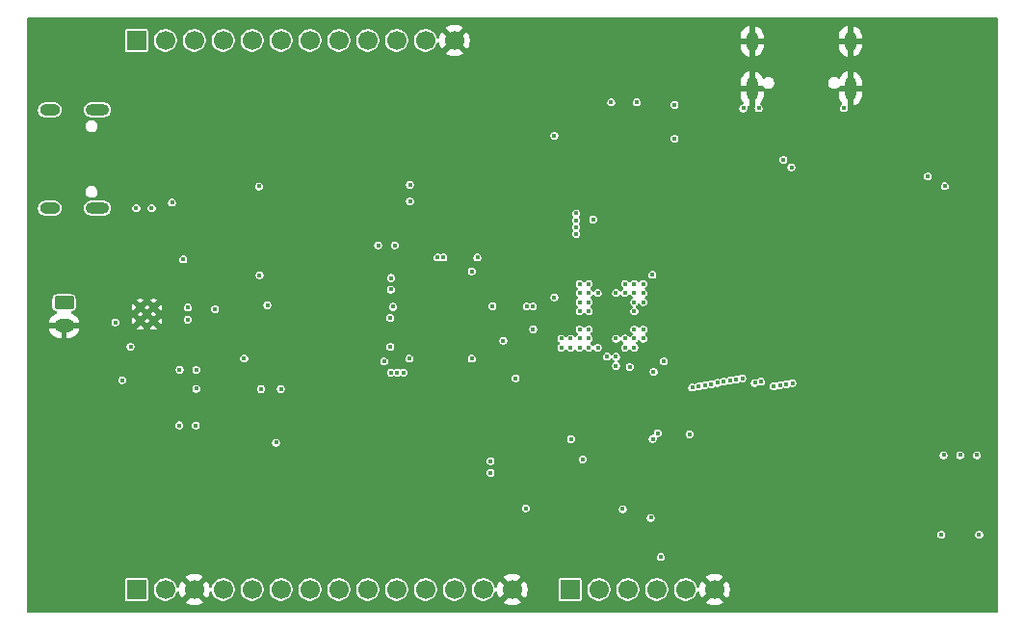
<source format=gbr>
%TF.GenerationSoftware,KiCad,Pcbnew,9.0.3*%
%TF.CreationDate,2025-11-22T18:35:30-05:00*%
%TF.ProjectId,SeedSBC_rev2_0,53656564-5342-4435-9f72-6576325f302e,rev?*%
%TF.SameCoordinates,Original*%
%TF.FileFunction,Copper,L2,Inr*%
%TF.FilePolarity,Positive*%
%FSLAX46Y46*%
G04 Gerber Fmt 4.6, Leading zero omitted, Abs format (unit mm)*
G04 Created by KiCad (PCBNEW 9.0.3) date 2025-11-22 18:35:30*
%MOMM*%
%LPD*%
G01*
G04 APERTURE LIST*
G04 Aperture macros list*
%AMRoundRect*
0 Rectangle with rounded corners*
0 $1 Rounding radius*
0 $2 $3 $4 $5 $6 $7 $8 $9 X,Y pos of 4 corners*
0 Add a 4 corners polygon primitive as box body*
4,1,4,$2,$3,$4,$5,$6,$7,$8,$9,$2,$3,0*
0 Add four circle primitives for the rounded corners*
1,1,$1+$1,$2,$3*
1,1,$1+$1,$4,$5*
1,1,$1+$1,$6,$7*
1,1,$1+$1,$8,$9*
0 Add four rect primitives between the rounded corners*
20,1,$1+$1,$2,$3,$4,$5,0*
20,1,$1+$1,$4,$5,$6,$7,0*
20,1,$1+$1,$6,$7,$8,$9,0*
20,1,$1+$1,$8,$9,$2,$3,0*%
G04 Aperture macros list end*
%TA.AperFunction,ComponentPad*%
%ADD10C,0.700000*%
%TD*%
%TA.AperFunction,ComponentPad*%
%ADD11C,4.400000*%
%TD*%
%TA.AperFunction,HeatsinkPad*%
%ADD12O,2.100000X1.000000*%
%TD*%
%TA.AperFunction,HeatsinkPad*%
%ADD13O,1.800000X1.000000*%
%TD*%
%TA.AperFunction,HeatsinkPad*%
%ADD14O,1.000000X2.100000*%
%TD*%
%TA.AperFunction,HeatsinkPad*%
%ADD15O,1.000000X1.800000*%
%TD*%
%TA.AperFunction,ComponentPad*%
%ADD16R,1.700000X1.700000*%
%TD*%
%TA.AperFunction,ComponentPad*%
%ADD17C,1.700000*%
%TD*%
%TA.AperFunction,ComponentPad*%
%ADD18RoundRect,0.250000X-0.625000X0.350000X-0.625000X-0.350000X0.625000X-0.350000X0.625000X0.350000X0*%
%TD*%
%TA.AperFunction,ComponentPad*%
%ADD19O,1.750000X1.200000*%
%TD*%
%TA.AperFunction,HeatsinkPad*%
%ADD20C,0.500000*%
%TD*%
%TA.AperFunction,ViaPad*%
%ADD21C,0.400000*%
%TD*%
%TA.AperFunction,ViaPad*%
%ADD22C,0.600000*%
%TD*%
G04 APERTURE END LIST*
D10*
%TO.N,GND*%
%TO.C,H1*%
X103760000Y-77470000D03*
X104243274Y-76303274D03*
X104243274Y-78636726D03*
X105410000Y-75820000D03*
D11*
X105410000Y-77470000D03*
D10*
X105410000Y-79120000D03*
X106576726Y-76303274D03*
X106576726Y-78636726D03*
X107060000Y-77470000D03*
%TD*%
D12*
%TO.N,Net-(J6-SHIELD)*%
%TO.C,J6*%
X108320000Y-82296000D03*
D13*
X104140000Y-82296000D03*
D12*
X108320000Y-90936000D03*
D13*
X104140000Y-90936000D03*
%TD*%
D10*
%TO.N,GND*%
%TO.C,H2*%
X182500000Y-77470000D03*
X182983274Y-76303274D03*
X182983274Y-78636726D03*
X184150000Y-75820000D03*
D11*
X184150000Y-77470000D03*
D10*
X184150000Y-79120000D03*
X185316726Y-76303274D03*
X185316726Y-78636726D03*
X185800000Y-77470000D03*
%TD*%
D14*
%TO.N,GND*%
%TO.C,J7*%
X174500000Y-80445000D03*
D15*
X174500000Y-76265000D03*
D14*
X165860000Y-80445000D03*
D15*
X165860000Y-76265000D03*
%TD*%
D10*
%TO.N,GND*%
%TO.C,H3*%
X182500000Y-123190000D03*
X182983274Y-122023274D03*
X182983274Y-124356726D03*
X184150000Y-121540000D03*
D11*
X184150000Y-123190000D03*
D10*
X184150000Y-124840000D03*
X185316726Y-122023274D03*
X185316726Y-124356726D03*
X185800000Y-123190000D03*
%TD*%
D16*
%TO.N,USB_VBUS*%
%TO.C,J1*%
X111760000Y-76200000D03*
D17*
%TO.N,EN*%
X114300000Y-76200000D03*
%TO.N,USB_VBUS2*%
X116840000Y-76200000D03*
%TO.N,/FPGA + SRAM/IO_T8*%
X119380000Y-76200000D03*
%TO.N,/FPGA + SRAM/IO_T7*%
X121920000Y-76200000D03*
%TO.N,/FPGA + SRAM/IO_T6*%
X124460000Y-76200000D03*
%TO.N,/FPGA + SRAM/IO_T5*%
X127000000Y-76200000D03*
%TO.N,/FPGA + SRAM/IO_T4*%
X129540000Y-76200000D03*
%TO.N,/FPGA + SRAM/IO_T3*%
X132080000Y-76200000D03*
%TO.N,/FPGA + SRAM/IO_T2*%
X134620000Y-76200000D03*
%TO.N,/FPGA + SRAM/IO_T1*%
X137160000Y-76200000D03*
%TO.N,GND*%
X139700000Y-76200000D03*
%TD*%
D10*
%TO.N,GND*%
%TO.C,H4*%
X103760000Y-123190000D03*
X104243274Y-122023274D03*
X104243274Y-124356726D03*
X105410000Y-121540000D03*
D11*
X105410000Y-123190000D03*
D10*
X105410000Y-124840000D03*
X106576726Y-122023274D03*
X106576726Y-124356726D03*
X107060000Y-123190000D03*
%TD*%
D16*
%TO.N,/FPGA + SRAM/FPGA/SPI_CNFG_CS*%
%TO.C,J4*%
X149860000Y-124460000D03*
D17*
%TO.N,/FPGA + SRAM/FPGA/SPI_CNFG_DO*%
X152400000Y-124460000D03*
%TO.N,/FPGA + SRAM/FPGA/SPI_CNFG_DI*%
X154940000Y-124460000D03*
%TO.N,/FPGA + SRAM/FPGA/SPI_CNFG_SCK*%
X157480000Y-124460000D03*
%TO.N,P3V3*%
X160020000Y-124460000D03*
%TO.N,GND*%
X162560000Y-124460000D03*
%TD*%
D18*
%TO.N,V_BAT*%
%TO.C,J3*%
X105390000Y-99250000D03*
D19*
%TO.N,GND*%
X105390000Y-101250000D03*
%TD*%
D20*
%TO.N,GND*%
%TO.C,U9*%
X112080000Y-99670000D03*
X112080000Y-100850000D03*
X113260000Y-99670000D03*
X113260000Y-100850000D03*
%TD*%
D16*
%TO.N,V_BAT*%
%TO.C,J8*%
X111760000Y-124460000D03*
D17*
%TO.N,P3V3*%
X114300000Y-124460000D03*
%TO.N,GND*%
X116840000Y-124460000D03*
%TO.N,/FPGA + SRAM/IO_B10*%
X119380000Y-124460000D03*
%TO.N,/FPGA + SRAM/IO_B9*%
X121920000Y-124460000D03*
%TO.N,/FPGA + SRAM/IO_B8*%
X124460000Y-124460000D03*
%TO.N,/FPGA + SRAM/IO_B7*%
X127000000Y-124460000D03*
%TO.N,/FPGA + SRAM/IO_B6*%
X129540000Y-124460000D03*
%TO.N,/FPGA + SRAM/IO_B5*%
X132080000Y-124460000D03*
%TO.N,/FPGA + SRAM/IO_B4*%
X134620000Y-124460000D03*
%TO.N,/FPGA + SRAM/IO_B3*%
X137160000Y-124460000D03*
%TO.N,/FPGA + SRAM/IO_B2*%
X139700000Y-124460000D03*
%TO.N,/FPGA + SRAM/IO_B1*%
X142240000Y-124460000D03*
%TO.N,GND*%
X144780000Y-124460000D03*
%TD*%
D21*
%TO.N,P3V3*%
X151500000Y-99200000D03*
X181300000Y-88140000D03*
X160370000Y-110810000D03*
X151890000Y-91930000D03*
X155720000Y-81630000D03*
X169310000Y-87340000D03*
X132990000Y-94200000D03*
X151500000Y-101600000D03*
X142880000Y-114190000D03*
X159050000Y-81850000D03*
X142880000Y-113170000D03*
X153900000Y-98400000D03*
X168620000Y-86690000D03*
X141220000Y-104170000D03*
X148480000Y-84570000D03*
X182490000Y-119640000D03*
X185810000Y-119640000D03*
X121210000Y-104150000D03*
X143046476Y-99542694D03*
X123260000Y-99470000D03*
X158100000Y-104400000D03*
X157560000Y-110710000D03*
X143990000Y-102580000D03*
X134460000Y-94200000D03*
X145970000Y-117310000D03*
X157120000Y-111220000D03*
X153900000Y-102400000D03*
X135730000Y-104170000D03*
X145080000Y-105890000D03*
X135790000Y-90340000D03*
X135790000Y-88880000D03*
X138720000Y-95270000D03*
X122570000Y-96820000D03*
X155500000Y-100000000D03*
X159040000Y-84830000D03*
X141220000Y-96490000D03*
X138220000Y-95270000D03*
%TO.N,GND*%
X132920000Y-103580000D03*
X159050000Y-80300000D03*
X140720000Y-95280000D03*
X109930000Y-80570000D03*
X107630000Y-98860000D03*
X110720000Y-90570000D03*
X147810000Y-104240000D03*
X121210000Y-102700000D03*
X115510000Y-112890000D03*
X155340000Y-79980000D03*
X153900000Y-99200000D03*
X121870000Y-91990000D03*
X138650000Y-88880000D03*
D22*
X132080000Y-96520000D03*
X111760000Y-96520000D03*
X137160000Y-119380000D03*
D21*
X117320000Y-94670000D03*
X183190000Y-81190000D03*
X152300000Y-100000000D03*
X134084395Y-102580000D03*
X154700000Y-100000000D03*
D22*
X147320000Y-119380000D03*
X116840000Y-119380000D03*
D21*
X149940000Y-116100000D03*
X157680000Y-83270000D03*
X122580000Y-101680000D03*
X135640000Y-102660000D03*
D22*
X182880000Y-96520000D03*
D21*
X135610000Y-107680000D03*
D22*
X162535248Y-88854186D03*
X127000000Y-111760000D03*
D21*
X139230000Y-92770000D03*
X181300000Y-82070000D03*
X152300000Y-99200000D03*
D22*
X127000000Y-88900000D03*
D21*
X185110000Y-81190000D03*
X141350000Y-107680000D03*
D22*
X132080000Y-104140000D03*
X132080000Y-119380000D03*
X162560000Y-119380000D03*
D21*
X163530000Y-82160000D03*
X135640000Y-98000000D03*
X140300000Y-102660000D03*
X152300000Y-101600000D03*
D22*
X111760000Y-88900000D03*
D21*
X164980000Y-87410000D03*
X126240000Y-109010000D03*
D22*
X116840000Y-81280000D03*
D21*
X132910000Y-101580000D03*
X109930000Y-92650000D03*
X175370000Y-85950000D03*
X121780000Y-106580000D03*
X110710000Y-82660000D03*
X106870000Y-95390000D03*
X153900000Y-101600000D03*
D22*
X172720000Y-111760000D03*
D21*
X146630000Y-105890000D03*
X119740000Y-95020000D03*
D22*
X137160000Y-111760000D03*
X177800000Y-104140000D03*
D21*
X115880000Y-89880000D03*
D22*
X167640000Y-119380000D03*
X127000000Y-81280000D03*
D21*
X152300000Y-102400000D03*
X114200000Y-92650000D03*
X164980000Y-88870000D03*
D22*
X121920000Y-81280000D03*
D21*
X148480000Y-87430000D03*
D22*
X162560000Y-81280000D03*
D21*
X114070000Y-95220000D03*
D22*
X121920000Y-119380000D03*
D21*
X153620000Y-79980000D03*
D22*
X162560000Y-111760000D03*
D21*
X117460000Y-109010000D03*
D22*
X177800000Y-111760000D03*
D21*
X124020000Y-109990000D03*
D22*
X172720000Y-119380000D03*
D21*
X121870000Y-89030000D03*
X159040000Y-83280000D03*
X132910000Y-101080000D03*
X117710000Y-98780000D03*
X121200000Y-95020000D03*
X175370000Y-88870000D03*
D22*
X111760000Y-81280000D03*
X111760000Y-111760000D03*
X182880000Y-104140000D03*
D21*
X132910000Y-98580000D03*
D22*
X111760000Y-119380000D03*
D21*
X151862500Y-110030000D03*
D22*
X132080000Y-111760000D03*
X142194186Y-81295008D03*
D21*
X157690000Y-80300000D03*
D22*
X127000000Y-104140000D03*
D21*
X164980000Y-85940000D03*
D22*
X127000000Y-119380000D03*
D21*
X155610000Y-87750000D03*
D22*
X132080000Y-81280000D03*
X167640000Y-111760000D03*
X177800000Y-88900000D03*
D21*
X154700000Y-99200000D03*
D22*
X177800000Y-119380000D03*
D21*
X154700000Y-101600000D03*
D22*
X132080000Y-88900000D03*
D21*
X140300000Y-98000000D03*
X115540000Y-108010000D03*
X119510000Y-111440000D03*
D22*
X177800000Y-96520000D03*
D21*
X153900000Y-100000000D03*
D22*
X177800000Y-81280000D03*
D21*
X132910000Y-96580000D03*
X143030000Y-103080000D03*
D22*
X147320000Y-81280000D03*
D21*
X115530000Y-102420000D03*
X175370000Y-87410000D03*
X143030000Y-97080000D03*
X138220000Y-104170000D03*
%TO.N,V_SYS*%
X117000000Y-105150000D03*
X111730000Y-90940000D03*
X115870000Y-95440000D03*
X116260000Y-99680000D03*
X115510000Y-110030000D03*
X116260000Y-100730000D03*
X113080000Y-90940000D03*
X114880000Y-90450000D03*
X111230000Y-103120000D03*
X115540000Y-105140000D03*
X116970000Y-110030000D03*
X109890000Y-100970000D03*
X110500000Y-106050000D03*
X118660000Y-99820000D03*
%TO.N,P1V2*%
X155500000Y-102400000D03*
X122700000Y-106830000D03*
X124440000Y-106830000D03*
X151500000Y-102400000D03*
X151500000Y-98400000D03*
X155500000Y-98400000D03*
%TO.N,P2V5*%
X124018497Y-111545078D03*
X157100000Y-96800000D03*
%TO.N,/FPGA + SRAM/USR_BTN1*%
X154700000Y-97600000D03*
X182800000Y-89000000D03*
%TO.N,USB_VBUS2*%
X165080000Y-82160000D03*
X173920000Y-82150000D03*
X122520000Y-89020000D03*
X166440000Y-82150000D03*
%TO.N,/USB/1.8V*%
X141720000Y-95280000D03*
%TO.N,Net-(U8-VPHY)*%
X134110000Y-98080000D03*
%TO.N,Net-(U8-VPLL)*%
X134050000Y-100590000D03*
%TO.N,/FPGA + SRAM/SD_CLK*%
X149900000Y-102400000D03*
%TO.N,/FPGA + SRAM/SD_DAT0*%
X149100000Y-103200000D03*
%TO.N,/FPGA + SRAM/SD_DAT3*%
X150700000Y-102400000D03*
%TO.N,/SD MMC/SD_CMD*%
X149900000Y-103200000D03*
%TO.N,/FPGA + SRAM/SD_DAT2*%
X150700000Y-103200000D03*
%TO.N,/FPGA + SRAM/SD_DAT1*%
X149100000Y-102400000D03*
%TO.N,/FPGA + SRAM/FPGA/SPI_CNFG_DO*%
X150970000Y-113020000D03*
X134670133Y-105392219D03*
%TO.N,/FPGA + SRAM/FPGA/SPI_CNFG_CS*%
X149942760Y-111226781D03*
X157200000Y-105325000D03*
%TO.N,/FPGA + SRAM/FPGA/SPI_CNFG_DI*%
X134120137Y-105389567D03*
X154490000Y-117390000D03*
%TO.N,/FPGA + SRAM/FPGA/SPI_CNFG_SCK*%
X157840000Y-121610000D03*
X133520000Y-104410000D03*
%TO.N,/FPGA + SRAM/IO_T3*%
X150399479Y-92600521D03*
X150700000Y-98400000D03*
%TO.N,EN*%
X117000000Y-106800000D03*
%TO.N,/FPGA + SRAM/IO_T1*%
X152300000Y-98400000D03*
X150400000Y-91400000D03*
%TO.N,/FPGA + SRAM/IO_T4*%
X150400000Y-93200000D03*
X150700000Y-97600000D03*
%TO.N,/FPGA + SRAM/IO_T2*%
X151500000Y-97600000D03*
X150400000Y-92000000D03*
%TO.N,/FPGA + SRAM/SPI_CNFG_CS_B*%
X156950000Y-118150000D03*
X135220135Y-105391775D03*
%TO.N,Net-(U8-REF)*%
X134300000Y-99610000D03*
%TO.N,Net-(U8-~{RESET})*%
X134070000Y-103130000D03*
%TO.N,/FPGA + SRAM/LED_B*%
X151500000Y-103200000D03*
X182690000Y-112650000D03*
%TO.N,/FPGA + SRAM/LED_G*%
X185620000Y-112650000D03*
X153900000Y-104800000D03*
%TO.N,/FPGA + SRAM/LED_R*%
X184150000Y-112640000D03*
X152300000Y-103200000D03*
%TO.N,/FPGA + SRAM/FPGA/SRAM_WE_B*%
X155500000Y-99200000D03*
X166100030Y-106300000D03*
%TO.N,/FPGA + SRAM/FPGA/A9*%
X163900000Y-106100000D03*
X156300000Y-102400000D03*
%TO.N,/FPGA + SRAM/FPGA/A8*%
X164450000Y-106000000D03*
X155500000Y-101600000D03*
%TO.N,/FPGA + SRAM/FPGA/A17*%
X156300000Y-97600000D03*
X169399892Y-106310556D03*
%TO.N,/FPGA + SRAM/FPGA/A14*%
X161150000Y-106600000D03*
X153100000Y-104000000D03*
%TO.N,/FPGA + SRAM/FPGA/A15*%
X160600000Y-106700000D03*
X155100000Y-104900000D03*
%TO.N,/FPGA + SRAM/FPGA/SRAM_CE2*%
X156300000Y-99200000D03*
X166650033Y-106200000D03*
%TO.N,/FPGA + SRAM/FPGA/SRAM_UB_B*%
X154700000Y-98400000D03*
X167750000Y-106600000D03*
%TO.N,/FPGA + SRAM/FPGA/SRAM_LB_B*%
X156300000Y-98400000D03*
X168299906Y-106500000D03*
%TO.N,/FPGA + SRAM/FPGA/A13*%
X161700000Y-106500000D03*
X153900000Y-104000000D03*
%TO.N,/FPGA + SRAM/FIFO0*%
X146610000Y-101580000D03*
X150700000Y-101600000D03*
%TO.N,/FPGA + SRAM/FPGA/A18*%
X155500000Y-97600000D03*
X168858487Y-106407428D03*
%TO.N,/FPGA + SRAM/FIFO4*%
X146053958Y-99575000D03*
X150700000Y-100000000D03*
%TO.N,/FPGA + SRAM/FPGA/A11*%
X155500000Y-103200000D03*
X162800012Y-106300000D03*
%TO.N,/FPGA + SRAM/FIFO5*%
X151500000Y-100000000D03*
X146603960Y-99575001D03*
%TO.N,/FPGA + SRAM/FPGA/A19*%
X165000000Y-105900000D03*
X156300000Y-101600000D03*
%TO.N,/FPGA + SRAM/FPGA/A12*%
X162250000Y-106400000D03*
X154700000Y-103200000D03*
%TO.N,/FPGA + SRAM/FPGA/A10*%
X163350000Y-106200000D03*
X154700000Y-102400000D03*
%TO.N,/FPGA + SRAM/FIFO_RXF_B*%
X150700000Y-99200000D03*
X148480000Y-98775000D03*
%TO.N,/USB/OSC_12MHz*%
X153470000Y-81630000D03*
X134130000Y-97080000D03*
%TD*%
%TA.AperFunction,Conductor*%
%TO.N,GND*%
G36*
X187402539Y-74180185D02*
G01*
X187448294Y-74232989D01*
X187459500Y-74284500D01*
X187459500Y-126375500D01*
X187439815Y-126442539D01*
X187387011Y-126488294D01*
X187335500Y-126499500D01*
X102224500Y-126499500D01*
X102157461Y-126479815D01*
X102111706Y-126427011D01*
X102100500Y-126375500D01*
X102100500Y-125324822D01*
X110759499Y-125324822D01*
X110768231Y-125368717D01*
X110768234Y-125368724D01*
X110798118Y-125413449D01*
X110801496Y-125418504D01*
X110851278Y-125451767D01*
X110851281Y-125451767D01*
X110851282Y-125451768D01*
X110895177Y-125460500D01*
X110895180Y-125460500D01*
X112624822Y-125460500D01*
X112668717Y-125451768D01*
X112668717Y-125451767D01*
X112668722Y-125451767D01*
X112718504Y-125418504D01*
X112751767Y-125368722D01*
X112760500Y-125324820D01*
X112760500Y-124558543D01*
X113299499Y-124558543D01*
X113337947Y-124751829D01*
X113337950Y-124751839D01*
X113413364Y-124933907D01*
X113413371Y-124933920D01*
X113522860Y-125097781D01*
X113522863Y-125097785D01*
X113662214Y-125237136D01*
X113662218Y-125237139D01*
X113826079Y-125346628D01*
X113826092Y-125346635D01*
X114008160Y-125422049D01*
X114008165Y-125422051D01*
X114008169Y-125422051D01*
X114008170Y-125422052D01*
X114201456Y-125460500D01*
X114201459Y-125460500D01*
X114398543Y-125460500D01*
X114528582Y-125434632D01*
X114591835Y-125422051D01*
X114773914Y-125346632D01*
X114937782Y-125237139D01*
X115077139Y-125097782D01*
X115186632Y-124933914D01*
X115262051Y-124751835D01*
X115269852Y-124712615D01*
X115302236Y-124650707D01*
X115362952Y-124616133D01*
X115432721Y-124619872D01*
X115489394Y-124660738D01*
X115513942Y-124717411D01*
X115523242Y-124776127D01*
X115523242Y-124776130D01*
X115588904Y-124978217D01*
X115685375Y-125167550D01*
X115724728Y-125221716D01*
X116357037Y-124589408D01*
X116374075Y-124652993D01*
X116439901Y-124767007D01*
X116532993Y-124860099D01*
X116647007Y-124925925D01*
X116710590Y-124942962D01*
X116078282Y-125575269D01*
X116078282Y-125575270D01*
X116132449Y-125614624D01*
X116321782Y-125711095D01*
X116523870Y-125776757D01*
X116733754Y-125810000D01*
X116946246Y-125810000D01*
X117156127Y-125776757D01*
X117156130Y-125776757D01*
X117358217Y-125711095D01*
X117547554Y-125614622D01*
X117601716Y-125575270D01*
X117601717Y-125575270D01*
X116969408Y-124942962D01*
X117032993Y-124925925D01*
X117147007Y-124860099D01*
X117240099Y-124767007D01*
X117305925Y-124652993D01*
X117322962Y-124589409D01*
X117955270Y-125221717D01*
X117955270Y-125221716D01*
X117994622Y-125167554D01*
X118091095Y-124978217D01*
X118156755Y-124776134D01*
X118166056Y-124717412D01*
X118195985Y-124654277D01*
X118255296Y-124617346D01*
X118325159Y-124618342D01*
X118383392Y-124656952D01*
X118410147Y-124712616D01*
X118417947Y-124751830D01*
X118417950Y-124751839D01*
X118493364Y-124933907D01*
X118493371Y-124933920D01*
X118602860Y-125097781D01*
X118602863Y-125097785D01*
X118742214Y-125237136D01*
X118742218Y-125237139D01*
X118906079Y-125346628D01*
X118906092Y-125346635D01*
X119088160Y-125422049D01*
X119088165Y-125422051D01*
X119088169Y-125422051D01*
X119088170Y-125422052D01*
X119281456Y-125460500D01*
X119281459Y-125460500D01*
X119478543Y-125460500D01*
X119608582Y-125434632D01*
X119671835Y-125422051D01*
X119853914Y-125346632D01*
X120017782Y-125237139D01*
X120157139Y-125097782D01*
X120266632Y-124933914D01*
X120342051Y-124751835D01*
X120362167Y-124650707D01*
X120380500Y-124558543D01*
X120919499Y-124558543D01*
X120957947Y-124751829D01*
X120957950Y-124751839D01*
X121033364Y-124933907D01*
X121033371Y-124933920D01*
X121142860Y-125097781D01*
X121142863Y-125097785D01*
X121282214Y-125237136D01*
X121282218Y-125237139D01*
X121446079Y-125346628D01*
X121446092Y-125346635D01*
X121628160Y-125422049D01*
X121628165Y-125422051D01*
X121628169Y-125422051D01*
X121628170Y-125422052D01*
X121821456Y-125460500D01*
X121821459Y-125460500D01*
X122018543Y-125460500D01*
X122148582Y-125434632D01*
X122211835Y-125422051D01*
X122393914Y-125346632D01*
X122557782Y-125237139D01*
X122697139Y-125097782D01*
X122806632Y-124933914D01*
X122882051Y-124751835D01*
X122902167Y-124650707D01*
X122920500Y-124558543D01*
X123459499Y-124558543D01*
X123497947Y-124751829D01*
X123497950Y-124751839D01*
X123573364Y-124933907D01*
X123573371Y-124933920D01*
X123682860Y-125097781D01*
X123682863Y-125097785D01*
X123822214Y-125237136D01*
X123822218Y-125237139D01*
X123986079Y-125346628D01*
X123986092Y-125346635D01*
X124168160Y-125422049D01*
X124168165Y-125422051D01*
X124168169Y-125422051D01*
X124168170Y-125422052D01*
X124361456Y-125460500D01*
X124361459Y-125460500D01*
X124558543Y-125460500D01*
X124688582Y-125434632D01*
X124751835Y-125422051D01*
X124933914Y-125346632D01*
X125097782Y-125237139D01*
X125237139Y-125097782D01*
X125346632Y-124933914D01*
X125422051Y-124751835D01*
X125442167Y-124650707D01*
X125460500Y-124558543D01*
X125999499Y-124558543D01*
X126037947Y-124751829D01*
X126037950Y-124751839D01*
X126113364Y-124933907D01*
X126113371Y-124933920D01*
X126222860Y-125097781D01*
X126222863Y-125097785D01*
X126362214Y-125237136D01*
X126362218Y-125237139D01*
X126526079Y-125346628D01*
X126526092Y-125346635D01*
X126708160Y-125422049D01*
X126708165Y-125422051D01*
X126708169Y-125422051D01*
X126708170Y-125422052D01*
X126901456Y-125460500D01*
X126901459Y-125460500D01*
X127098543Y-125460500D01*
X127228582Y-125434632D01*
X127291835Y-125422051D01*
X127473914Y-125346632D01*
X127637782Y-125237139D01*
X127777139Y-125097782D01*
X127886632Y-124933914D01*
X127962051Y-124751835D01*
X127982167Y-124650707D01*
X128000500Y-124558543D01*
X128539499Y-124558543D01*
X128577947Y-124751829D01*
X128577950Y-124751839D01*
X128653364Y-124933907D01*
X128653371Y-124933920D01*
X128762860Y-125097781D01*
X128762863Y-125097785D01*
X128902214Y-125237136D01*
X128902218Y-125237139D01*
X129066079Y-125346628D01*
X129066092Y-125346635D01*
X129248160Y-125422049D01*
X129248165Y-125422051D01*
X129248169Y-125422051D01*
X129248170Y-125422052D01*
X129441456Y-125460500D01*
X129441459Y-125460500D01*
X129638543Y-125460500D01*
X129768582Y-125434632D01*
X129831835Y-125422051D01*
X130013914Y-125346632D01*
X130177782Y-125237139D01*
X130317139Y-125097782D01*
X130426632Y-124933914D01*
X130502051Y-124751835D01*
X130522167Y-124650707D01*
X130540500Y-124558543D01*
X131079499Y-124558543D01*
X131117947Y-124751829D01*
X131117950Y-124751839D01*
X131193364Y-124933907D01*
X131193371Y-124933920D01*
X131302860Y-125097781D01*
X131302863Y-125097785D01*
X131442214Y-125237136D01*
X131442218Y-125237139D01*
X131606079Y-125346628D01*
X131606092Y-125346635D01*
X131788160Y-125422049D01*
X131788165Y-125422051D01*
X131788169Y-125422051D01*
X131788170Y-125422052D01*
X131981456Y-125460500D01*
X131981459Y-125460500D01*
X132178543Y-125460500D01*
X132308582Y-125434632D01*
X132371835Y-125422051D01*
X132553914Y-125346632D01*
X132717782Y-125237139D01*
X132857139Y-125097782D01*
X132966632Y-124933914D01*
X133042051Y-124751835D01*
X133062167Y-124650707D01*
X133080500Y-124558543D01*
X133619499Y-124558543D01*
X133657947Y-124751829D01*
X133657950Y-124751839D01*
X133733364Y-124933907D01*
X133733371Y-124933920D01*
X133842860Y-125097781D01*
X133842863Y-125097785D01*
X133982214Y-125237136D01*
X133982218Y-125237139D01*
X134146079Y-125346628D01*
X134146092Y-125346635D01*
X134328160Y-125422049D01*
X134328165Y-125422051D01*
X134328169Y-125422051D01*
X134328170Y-125422052D01*
X134521456Y-125460500D01*
X134521459Y-125460500D01*
X134718543Y-125460500D01*
X134848582Y-125434632D01*
X134911835Y-125422051D01*
X135093914Y-125346632D01*
X135257782Y-125237139D01*
X135397139Y-125097782D01*
X135506632Y-124933914D01*
X135582051Y-124751835D01*
X135602167Y-124650707D01*
X135620500Y-124558543D01*
X136159499Y-124558543D01*
X136197947Y-124751829D01*
X136197950Y-124751839D01*
X136273364Y-124933907D01*
X136273371Y-124933920D01*
X136382860Y-125097781D01*
X136382863Y-125097785D01*
X136522214Y-125237136D01*
X136522218Y-125237139D01*
X136686079Y-125346628D01*
X136686092Y-125346635D01*
X136868160Y-125422049D01*
X136868165Y-125422051D01*
X136868169Y-125422051D01*
X136868170Y-125422052D01*
X137061456Y-125460500D01*
X137061459Y-125460500D01*
X137258543Y-125460500D01*
X137388582Y-125434632D01*
X137451835Y-125422051D01*
X137633914Y-125346632D01*
X137797782Y-125237139D01*
X137937139Y-125097782D01*
X138046632Y-124933914D01*
X138122051Y-124751835D01*
X138142167Y-124650707D01*
X138160500Y-124558543D01*
X138699499Y-124558543D01*
X138737947Y-124751829D01*
X138737950Y-124751839D01*
X138813364Y-124933907D01*
X138813371Y-124933920D01*
X138922860Y-125097781D01*
X138922863Y-125097785D01*
X139062214Y-125237136D01*
X139062218Y-125237139D01*
X139226079Y-125346628D01*
X139226092Y-125346635D01*
X139408160Y-125422049D01*
X139408165Y-125422051D01*
X139408169Y-125422051D01*
X139408170Y-125422052D01*
X139601456Y-125460500D01*
X139601459Y-125460500D01*
X139798543Y-125460500D01*
X139928582Y-125434632D01*
X139991835Y-125422051D01*
X140173914Y-125346632D01*
X140337782Y-125237139D01*
X140477139Y-125097782D01*
X140586632Y-124933914D01*
X140662051Y-124751835D01*
X140682167Y-124650707D01*
X140700500Y-124558543D01*
X141239499Y-124558543D01*
X141277947Y-124751829D01*
X141277950Y-124751839D01*
X141353364Y-124933907D01*
X141353371Y-124933920D01*
X141462860Y-125097781D01*
X141462863Y-125097785D01*
X141602214Y-125237136D01*
X141602218Y-125237139D01*
X141766079Y-125346628D01*
X141766092Y-125346635D01*
X141948160Y-125422049D01*
X141948165Y-125422051D01*
X141948169Y-125422051D01*
X141948170Y-125422052D01*
X142141456Y-125460500D01*
X142141459Y-125460500D01*
X142338543Y-125460500D01*
X142468582Y-125434632D01*
X142531835Y-125422051D01*
X142713914Y-125346632D01*
X142877782Y-125237139D01*
X143017139Y-125097782D01*
X143126632Y-124933914D01*
X143202051Y-124751835D01*
X143209852Y-124712615D01*
X143242236Y-124650707D01*
X143302952Y-124616133D01*
X143372721Y-124619872D01*
X143429394Y-124660738D01*
X143453942Y-124717411D01*
X143463242Y-124776127D01*
X143463242Y-124776130D01*
X143528904Y-124978217D01*
X143625375Y-125167550D01*
X143664728Y-125221716D01*
X144297037Y-124589408D01*
X144314075Y-124652993D01*
X144379901Y-124767007D01*
X144472993Y-124860099D01*
X144587007Y-124925925D01*
X144650590Y-124942962D01*
X144018282Y-125575269D01*
X144018282Y-125575270D01*
X144072449Y-125614624D01*
X144261782Y-125711095D01*
X144463870Y-125776757D01*
X144673754Y-125810000D01*
X144886246Y-125810000D01*
X145096127Y-125776757D01*
X145096130Y-125776757D01*
X145298217Y-125711095D01*
X145487554Y-125614622D01*
X145541716Y-125575270D01*
X145541717Y-125575270D01*
X145291269Y-125324822D01*
X148859499Y-125324822D01*
X148868231Y-125368717D01*
X148868234Y-125368724D01*
X148898118Y-125413449D01*
X148901496Y-125418504D01*
X148951278Y-125451767D01*
X148951281Y-125451767D01*
X148951282Y-125451768D01*
X148995177Y-125460500D01*
X148995180Y-125460500D01*
X150724822Y-125460500D01*
X150768717Y-125451768D01*
X150768717Y-125451767D01*
X150768722Y-125451767D01*
X150818504Y-125418504D01*
X150851767Y-125368722D01*
X150860500Y-125324820D01*
X150860500Y-124558543D01*
X151399499Y-124558543D01*
X151437947Y-124751829D01*
X151437950Y-124751839D01*
X151513364Y-124933907D01*
X151513371Y-124933920D01*
X151622860Y-125097781D01*
X151622863Y-125097785D01*
X151762214Y-125237136D01*
X151762218Y-125237139D01*
X151926079Y-125346628D01*
X151926092Y-125346635D01*
X152108160Y-125422049D01*
X152108165Y-125422051D01*
X152108169Y-125422051D01*
X152108170Y-125422052D01*
X152301456Y-125460500D01*
X152301459Y-125460500D01*
X152498543Y-125460500D01*
X152628582Y-125434632D01*
X152691835Y-125422051D01*
X152873914Y-125346632D01*
X153037782Y-125237139D01*
X153177139Y-125097782D01*
X153286632Y-124933914D01*
X153362051Y-124751835D01*
X153382167Y-124650707D01*
X153400500Y-124558543D01*
X153939499Y-124558543D01*
X153977947Y-124751829D01*
X153977950Y-124751839D01*
X154053364Y-124933907D01*
X154053371Y-124933920D01*
X154162860Y-125097781D01*
X154162863Y-125097785D01*
X154302214Y-125237136D01*
X154302218Y-125237139D01*
X154466079Y-125346628D01*
X154466092Y-125346635D01*
X154648160Y-125422049D01*
X154648165Y-125422051D01*
X154648169Y-125422051D01*
X154648170Y-125422052D01*
X154841456Y-125460500D01*
X154841459Y-125460500D01*
X155038543Y-125460500D01*
X155168582Y-125434632D01*
X155231835Y-125422051D01*
X155413914Y-125346632D01*
X155577782Y-125237139D01*
X155717139Y-125097782D01*
X155826632Y-124933914D01*
X155902051Y-124751835D01*
X155922167Y-124650707D01*
X155940500Y-124558543D01*
X156479499Y-124558543D01*
X156517947Y-124751829D01*
X156517950Y-124751839D01*
X156593364Y-124933907D01*
X156593371Y-124933920D01*
X156702860Y-125097781D01*
X156702863Y-125097785D01*
X156842214Y-125237136D01*
X156842218Y-125237139D01*
X157006079Y-125346628D01*
X157006092Y-125346635D01*
X157188160Y-125422049D01*
X157188165Y-125422051D01*
X157188169Y-125422051D01*
X157188170Y-125422052D01*
X157381456Y-125460500D01*
X157381459Y-125460500D01*
X157578543Y-125460500D01*
X157708582Y-125434632D01*
X157771835Y-125422051D01*
X157953914Y-125346632D01*
X158117782Y-125237139D01*
X158257139Y-125097782D01*
X158366632Y-124933914D01*
X158442051Y-124751835D01*
X158462167Y-124650707D01*
X158480500Y-124558543D01*
X159019499Y-124558543D01*
X159057947Y-124751829D01*
X159057950Y-124751839D01*
X159133364Y-124933907D01*
X159133371Y-124933920D01*
X159242860Y-125097781D01*
X159242863Y-125097785D01*
X159382214Y-125237136D01*
X159382218Y-125237139D01*
X159546079Y-125346628D01*
X159546092Y-125346635D01*
X159728160Y-125422049D01*
X159728165Y-125422051D01*
X159728169Y-125422051D01*
X159728170Y-125422052D01*
X159921456Y-125460500D01*
X159921459Y-125460500D01*
X160118543Y-125460500D01*
X160248582Y-125434632D01*
X160311835Y-125422051D01*
X160493914Y-125346632D01*
X160657782Y-125237139D01*
X160797139Y-125097782D01*
X160906632Y-124933914D01*
X160982051Y-124751835D01*
X160989852Y-124712615D01*
X161022236Y-124650707D01*
X161082952Y-124616133D01*
X161152721Y-124619872D01*
X161209394Y-124660738D01*
X161233942Y-124717411D01*
X161243242Y-124776127D01*
X161243242Y-124776130D01*
X161308904Y-124978217D01*
X161405375Y-125167550D01*
X161444728Y-125221716D01*
X162077037Y-124589408D01*
X162094075Y-124652993D01*
X162159901Y-124767007D01*
X162252993Y-124860099D01*
X162367007Y-124925925D01*
X162430590Y-124942962D01*
X161798282Y-125575269D01*
X161798282Y-125575270D01*
X161852449Y-125614624D01*
X162041782Y-125711095D01*
X162243870Y-125776757D01*
X162453754Y-125810000D01*
X162666246Y-125810000D01*
X162876127Y-125776757D01*
X162876130Y-125776757D01*
X163078217Y-125711095D01*
X163267554Y-125614622D01*
X163321716Y-125575270D01*
X163321717Y-125575270D01*
X162689408Y-124942962D01*
X162752993Y-124925925D01*
X162867007Y-124860099D01*
X162960099Y-124767007D01*
X163025925Y-124652993D01*
X163042962Y-124589409D01*
X163675270Y-125221717D01*
X163675270Y-125221716D01*
X163714622Y-125167554D01*
X163811095Y-124978217D01*
X163876757Y-124776130D01*
X163876757Y-124776127D01*
X163910000Y-124566246D01*
X163910000Y-124353753D01*
X163876757Y-124143872D01*
X163876757Y-124143869D01*
X163811095Y-123941782D01*
X163714624Y-123752449D01*
X163675270Y-123698282D01*
X163675269Y-123698282D01*
X163042962Y-124330590D01*
X163025925Y-124267007D01*
X162960099Y-124152993D01*
X162867007Y-124059901D01*
X162752993Y-123994075D01*
X162689409Y-123977037D01*
X163321716Y-123344728D01*
X163267550Y-123305375D01*
X163078217Y-123208904D01*
X162876129Y-123143242D01*
X162666246Y-123110000D01*
X162453754Y-123110000D01*
X162243872Y-123143242D01*
X162243869Y-123143242D01*
X162041782Y-123208904D01*
X161852439Y-123305380D01*
X161798282Y-123344727D01*
X161798282Y-123344728D01*
X162430591Y-123977037D01*
X162367007Y-123994075D01*
X162252993Y-124059901D01*
X162159901Y-124152993D01*
X162094075Y-124267007D01*
X162077037Y-124330591D01*
X161444728Y-123698282D01*
X161444727Y-123698282D01*
X161405380Y-123752439D01*
X161308904Y-123941782D01*
X161243242Y-124143869D01*
X161243242Y-124143870D01*
X161233942Y-124202589D01*
X161204012Y-124265723D01*
X161144700Y-124302654D01*
X161074838Y-124301656D01*
X161016605Y-124263046D01*
X160989852Y-124207381D01*
X160982052Y-124168172D01*
X160982051Y-124168167D01*
X160982051Y-124168165D01*
X160971986Y-124143865D01*
X160906635Y-123986092D01*
X160906628Y-123986079D01*
X160797139Y-123822218D01*
X160797136Y-123822214D01*
X160657785Y-123682863D01*
X160657781Y-123682860D01*
X160493920Y-123573371D01*
X160493907Y-123573364D01*
X160332596Y-123506548D01*
X160311839Y-123497950D01*
X160311829Y-123497947D01*
X160118543Y-123459500D01*
X160118541Y-123459500D01*
X159921459Y-123459500D01*
X159921457Y-123459500D01*
X159728170Y-123497947D01*
X159728160Y-123497950D01*
X159546092Y-123573364D01*
X159546079Y-123573371D01*
X159382218Y-123682860D01*
X159382214Y-123682863D01*
X159242863Y-123822214D01*
X159242860Y-123822218D01*
X159133371Y-123986079D01*
X159133364Y-123986092D01*
X159057950Y-124168160D01*
X159057947Y-124168170D01*
X159019500Y-124361456D01*
X159019500Y-124361459D01*
X159019500Y-124558541D01*
X159019500Y-124558543D01*
X159019499Y-124558543D01*
X158480500Y-124558543D01*
X158480500Y-124361456D01*
X158442052Y-124168170D01*
X158442051Y-124168167D01*
X158442051Y-124168165D01*
X158431986Y-124143865D01*
X158366635Y-123986092D01*
X158366628Y-123986079D01*
X158257139Y-123822218D01*
X158257136Y-123822214D01*
X158117785Y-123682863D01*
X158117781Y-123682860D01*
X157953920Y-123573371D01*
X157953907Y-123573364D01*
X157771839Y-123497950D01*
X157771829Y-123497947D01*
X157578543Y-123459500D01*
X157578541Y-123459500D01*
X157381459Y-123459500D01*
X157381457Y-123459500D01*
X157188170Y-123497947D01*
X157188160Y-123497950D01*
X157006092Y-123573364D01*
X157006079Y-123573371D01*
X156842218Y-123682860D01*
X156842214Y-123682863D01*
X156702863Y-123822214D01*
X156702860Y-123822218D01*
X156593371Y-123986079D01*
X156593364Y-123986092D01*
X156517950Y-124168160D01*
X156517947Y-124168170D01*
X156479500Y-124361456D01*
X156479500Y-124361459D01*
X156479500Y-124558541D01*
X156479500Y-124558543D01*
X156479499Y-124558543D01*
X155940500Y-124558543D01*
X155940500Y-124361456D01*
X155902052Y-124168170D01*
X155902051Y-124168167D01*
X155902051Y-124168165D01*
X155891986Y-124143865D01*
X155826635Y-123986092D01*
X155826628Y-123986079D01*
X155717139Y-123822218D01*
X155717136Y-123822214D01*
X155577785Y-123682863D01*
X155577781Y-123682860D01*
X155413920Y-123573371D01*
X155413907Y-123573364D01*
X155231839Y-123497950D01*
X155231829Y-123497947D01*
X155038543Y-123459500D01*
X155038541Y-123459500D01*
X154841459Y-123459500D01*
X154841457Y-123459500D01*
X154648170Y-123497947D01*
X154648160Y-123497950D01*
X154466092Y-123573364D01*
X154466079Y-123573371D01*
X154302218Y-123682860D01*
X154302214Y-123682863D01*
X154162863Y-123822214D01*
X154162860Y-123822218D01*
X154053371Y-123986079D01*
X154053364Y-123986092D01*
X153977950Y-124168160D01*
X153977947Y-124168170D01*
X153939500Y-124361456D01*
X153939500Y-124361459D01*
X153939500Y-124558541D01*
X153939500Y-124558543D01*
X153939499Y-124558543D01*
X153400500Y-124558543D01*
X153400500Y-124361456D01*
X153362052Y-124168170D01*
X153362051Y-124168167D01*
X153362051Y-124168165D01*
X153351986Y-124143865D01*
X153286635Y-123986092D01*
X153286628Y-123986079D01*
X153177139Y-123822218D01*
X153177136Y-123822214D01*
X153037785Y-123682863D01*
X153037781Y-123682860D01*
X152873920Y-123573371D01*
X152873907Y-123573364D01*
X152691839Y-123497950D01*
X152691829Y-123497947D01*
X152498543Y-123459500D01*
X152498541Y-123459500D01*
X152301459Y-123459500D01*
X152301457Y-123459500D01*
X152108170Y-123497947D01*
X152108160Y-123497950D01*
X151926092Y-123573364D01*
X151926079Y-123573371D01*
X151762218Y-123682860D01*
X151762214Y-123682863D01*
X151622863Y-123822214D01*
X151622860Y-123822218D01*
X151513371Y-123986079D01*
X151513364Y-123986092D01*
X151437950Y-124168160D01*
X151437947Y-124168170D01*
X151399500Y-124361456D01*
X151399500Y-124361459D01*
X151399500Y-124558541D01*
X151399500Y-124558543D01*
X151399499Y-124558543D01*
X150860500Y-124558543D01*
X150860500Y-123595180D01*
X150860500Y-123595177D01*
X150851768Y-123551282D01*
X150851767Y-123551281D01*
X150851767Y-123551278D01*
X150818504Y-123501496D01*
X150813197Y-123497950D01*
X150768724Y-123468234D01*
X150768717Y-123468231D01*
X150724822Y-123459500D01*
X150724820Y-123459500D01*
X148995180Y-123459500D01*
X148995178Y-123459500D01*
X148951282Y-123468231D01*
X148951275Y-123468234D01*
X148901496Y-123501495D01*
X148901495Y-123501496D01*
X148868234Y-123551275D01*
X148868231Y-123551282D01*
X148859500Y-123595177D01*
X148859500Y-123595180D01*
X148859500Y-125324820D01*
X148859500Y-125324822D01*
X148859499Y-125324822D01*
X145291269Y-125324822D01*
X144909408Y-124942962D01*
X144972993Y-124925925D01*
X145087007Y-124860099D01*
X145180099Y-124767007D01*
X145245925Y-124652993D01*
X145262962Y-124589408D01*
X145895270Y-125221717D01*
X145895270Y-125221716D01*
X145934622Y-125167554D01*
X146031095Y-124978217D01*
X146096757Y-124776130D01*
X146096757Y-124776127D01*
X146130000Y-124566246D01*
X146130000Y-124353753D01*
X146096757Y-124143872D01*
X146096757Y-124143869D01*
X146031095Y-123941782D01*
X145934623Y-123752447D01*
X145934621Y-123752443D01*
X145895271Y-123698282D01*
X145895269Y-123698282D01*
X145262962Y-124330590D01*
X145245925Y-124267007D01*
X145180099Y-124152993D01*
X145087007Y-124059901D01*
X144972993Y-123994075D01*
X144909409Y-123977037D01*
X145541716Y-123344728D01*
X145487550Y-123305375D01*
X145298217Y-123208904D01*
X145096129Y-123143242D01*
X144886246Y-123110000D01*
X144673754Y-123110000D01*
X144463872Y-123143242D01*
X144463869Y-123143242D01*
X144261782Y-123208904D01*
X144072439Y-123305380D01*
X144018282Y-123344727D01*
X144018282Y-123344728D01*
X144650591Y-123977037D01*
X144587007Y-123994075D01*
X144472993Y-124059901D01*
X144379901Y-124152993D01*
X144314075Y-124267007D01*
X144297037Y-124330591D01*
X143664728Y-123698282D01*
X143664727Y-123698282D01*
X143625380Y-123752439D01*
X143528904Y-123941782D01*
X143463242Y-124143869D01*
X143463242Y-124143870D01*
X143453942Y-124202589D01*
X143424012Y-124265723D01*
X143364700Y-124302654D01*
X143294838Y-124301656D01*
X143236605Y-124263046D01*
X143209852Y-124207381D01*
X143202052Y-124168172D01*
X143202051Y-124168167D01*
X143202051Y-124168165D01*
X143191986Y-124143865D01*
X143126635Y-123986092D01*
X143126628Y-123986079D01*
X143017139Y-123822218D01*
X143017136Y-123822214D01*
X142877785Y-123682863D01*
X142877781Y-123682860D01*
X142713920Y-123573371D01*
X142713907Y-123573364D01*
X142552596Y-123506548D01*
X142531839Y-123497950D01*
X142531829Y-123497947D01*
X142338543Y-123459500D01*
X142338541Y-123459500D01*
X142141459Y-123459500D01*
X142141457Y-123459500D01*
X141948170Y-123497947D01*
X141948160Y-123497950D01*
X141766092Y-123573364D01*
X141766079Y-123573371D01*
X141602218Y-123682860D01*
X141602214Y-123682863D01*
X141462863Y-123822214D01*
X141462860Y-123822218D01*
X141353371Y-123986079D01*
X141353364Y-123986092D01*
X141277950Y-124168160D01*
X141277947Y-124168170D01*
X141239500Y-124361456D01*
X141239500Y-124361459D01*
X141239500Y-124558541D01*
X141239500Y-124558543D01*
X141239499Y-124558543D01*
X140700500Y-124558543D01*
X140700500Y-124361456D01*
X140662052Y-124168170D01*
X140662051Y-124168167D01*
X140662051Y-124168165D01*
X140651986Y-124143865D01*
X140586635Y-123986092D01*
X140586628Y-123986079D01*
X140477139Y-123822218D01*
X140477136Y-123822214D01*
X140337785Y-123682863D01*
X140337781Y-123682860D01*
X140173920Y-123573371D01*
X140173907Y-123573364D01*
X139991839Y-123497950D01*
X139991829Y-123497947D01*
X139798543Y-123459500D01*
X139798541Y-123459500D01*
X139601459Y-123459500D01*
X139601457Y-123459500D01*
X139408170Y-123497947D01*
X139408160Y-123497950D01*
X139226092Y-123573364D01*
X139226079Y-123573371D01*
X139062218Y-123682860D01*
X139062214Y-123682863D01*
X138922863Y-123822214D01*
X138922860Y-123822218D01*
X138813371Y-123986079D01*
X138813364Y-123986092D01*
X138737950Y-124168160D01*
X138737947Y-124168170D01*
X138699500Y-124361456D01*
X138699500Y-124361459D01*
X138699500Y-124558541D01*
X138699500Y-124558543D01*
X138699499Y-124558543D01*
X138160500Y-124558543D01*
X138160500Y-124361456D01*
X138122052Y-124168170D01*
X138122051Y-124168167D01*
X138122051Y-124168165D01*
X138111986Y-124143865D01*
X138046635Y-123986092D01*
X138046628Y-123986079D01*
X137937139Y-123822218D01*
X137937136Y-123822214D01*
X137797785Y-123682863D01*
X137797781Y-123682860D01*
X137633920Y-123573371D01*
X137633907Y-123573364D01*
X137451839Y-123497950D01*
X137451829Y-123497947D01*
X137258543Y-123459500D01*
X137258541Y-123459500D01*
X137061459Y-123459500D01*
X137061457Y-123459500D01*
X136868170Y-123497947D01*
X136868160Y-123497950D01*
X136686092Y-123573364D01*
X136686079Y-123573371D01*
X136522218Y-123682860D01*
X136522214Y-123682863D01*
X136382863Y-123822214D01*
X136382860Y-123822218D01*
X136273371Y-123986079D01*
X136273364Y-123986092D01*
X136197950Y-124168160D01*
X136197947Y-124168170D01*
X136159500Y-124361456D01*
X136159500Y-124361459D01*
X136159500Y-124558541D01*
X136159500Y-124558543D01*
X136159499Y-124558543D01*
X135620500Y-124558543D01*
X135620500Y-124361456D01*
X135582052Y-124168170D01*
X135582051Y-124168167D01*
X135582051Y-124168165D01*
X135571986Y-124143865D01*
X135506635Y-123986092D01*
X135506628Y-123986079D01*
X135397139Y-123822218D01*
X135397136Y-123822214D01*
X135257785Y-123682863D01*
X135257781Y-123682860D01*
X135093920Y-123573371D01*
X135093907Y-123573364D01*
X134911839Y-123497950D01*
X134911829Y-123497947D01*
X134718543Y-123459500D01*
X134718541Y-123459500D01*
X134521459Y-123459500D01*
X134521457Y-123459500D01*
X134328170Y-123497947D01*
X134328160Y-123497950D01*
X134146092Y-123573364D01*
X134146079Y-123573371D01*
X133982218Y-123682860D01*
X133982214Y-123682863D01*
X133842863Y-123822214D01*
X133842860Y-123822218D01*
X133733371Y-123986079D01*
X133733364Y-123986092D01*
X133657950Y-124168160D01*
X133657947Y-124168170D01*
X133619500Y-124361456D01*
X133619500Y-124361459D01*
X133619500Y-124558541D01*
X133619500Y-124558543D01*
X133619499Y-124558543D01*
X133080500Y-124558543D01*
X133080500Y-124361456D01*
X133042052Y-124168170D01*
X133042051Y-124168167D01*
X133042051Y-124168165D01*
X133031986Y-124143865D01*
X132966635Y-123986092D01*
X132966628Y-123986079D01*
X132857139Y-123822218D01*
X132857136Y-123822214D01*
X132717785Y-123682863D01*
X132717781Y-123682860D01*
X132553920Y-123573371D01*
X132553907Y-123573364D01*
X132371839Y-123497950D01*
X132371829Y-123497947D01*
X132178543Y-123459500D01*
X132178541Y-123459500D01*
X131981459Y-123459500D01*
X131981457Y-123459500D01*
X131788170Y-123497947D01*
X131788160Y-123497950D01*
X131606092Y-123573364D01*
X131606079Y-123573371D01*
X131442218Y-123682860D01*
X131442214Y-123682863D01*
X131302863Y-123822214D01*
X131302860Y-123822218D01*
X131193371Y-123986079D01*
X131193364Y-123986092D01*
X131117950Y-124168160D01*
X131117947Y-124168170D01*
X131079500Y-124361456D01*
X131079500Y-124361459D01*
X131079500Y-124558541D01*
X131079500Y-124558543D01*
X131079499Y-124558543D01*
X130540500Y-124558543D01*
X130540500Y-124361456D01*
X130502052Y-124168170D01*
X130502051Y-124168167D01*
X130502051Y-124168165D01*
X130491986Y-124143865D01*
X130426635Y-123986092D01*
X130426628Y-123986079D01*
X130317139Y-123822218D01*
X130317136Y-123822214D01*
X130177785Y-123682863D01*
X130177781Y-123682860D01*
X130013920Y-123573371D01*
X130013907Y-123573364D01*
X129831839Y-123497950D01*
X129831829Y-123497947D01*
X129638543Y-123459500D01*
X129638541Y-123459500D01*
X129441459Y-123459500D01*
X129441457Y-123459500D01*
X129248170Y-123497947D01*
X129248160Y-123497950D01*
X129066092Y-123573364D01*
X129066079Y-123573371D01*
X128902218Y-123682860D01*
X128902214Y-123682863D01*
X128762863Y-123822214D01*
X128762860Y-123822218D01*
X128653371Y-123986079D01*
X128653364Y-123986092D01*
X128577950Y-124168160D01*
X128577947Y-124168170D01*
X128539500Y-124361456D01*
X128539500Y-124361459D01*
X128539500Y-124558541D01*
X128539500Y-124558543D01*
X128539499Y-124558543D01*
X128000500Y-124558543D01*
X128000500Y-124361456D01*
X127962052Y-124168170D01*
X127962051Y-124168167D01*
X127962051Y-124168165D01*
X127951986Y-124143865D01*
X127886635Y-123986092D01*
X127886628Y-123986079D01*
X127777139Y-123822218D01*
X127777136Y-123822214D01*
X127637785Y-123682863D01*
X127637781Y-123682860D01*
X127473920Y-123573371D01*
X127473907Y-123573364D01*
X127291839Y-123497950D01*
X127291829Y-123497947D01*
X127098543Y-123459500D01*
X127098541Y-123459500D01*
X126901459Y-123459500D01*
X126901457Y-123459500D01*
X126708170Y-123497947D01*
X126708160Y-123497950D01*
X126526092Y-123573364D01*
X126526079Y-123573371D01*
X126362218Y-123682860D01*
X126362214Y-123682863D01*
X126222863Y-123822214D01*
X126222860Y-123822218D01*
X126113371Y-123986079D01*
X126113364Y-123986092D01*
X126037950Y-124168160D01*
X126037947Y-124168170D01*
X125999500Y-124361456D01*
X125999500Y-124361459D01*
X125999500Y-124558541D01*
X125999500Y-124558543D01*
X125999499Y-124558543D01*
X125460500Y-124558543D01*
X125460500Y-124361456D01*
X125422052Y-124168170D01*
X125422051Y-124168167D01*
X125422051Y-124168165D01*
X125411986Y-124143865D01*
X125346635Y-123986092D01*
X125346628Y-123986079D01*
X125237139Y-123822218D01*
X125237136Y-123822214D01*
X125097785Y-123682863D01*
X125097781Y-123682860D01*
X124933920Y-123573371D01*
X124933907Y-123573364D01*
X124751839Y-123497950D01*
X124751829Y-123497947D01*
X124558543Y-123459500D01*
X124558541Y-123459500D01*
X124361459Y-123459500D01*
X124361457Y-123459500D01*
X124168170Y-123497947D01*
X124168160Y-123497950D01*
X123986092Y-123573364D01*
X123986079Y-123573371D01*
X123822218Y-123682860D01*
X123822214Y-123682863D01*
X123682863Y-123822214D01*
X123682860Y-123822218D01*
X123573371Y-123986079D01*
X123573364Y-123986092D01*
X123497950Y-124168160D01*
X123497947Y-124168170D01*
X123459500Y-124361456D01*
X123459500Y-124361459D01*
X123459500Y-124558541D01*
X123459500Y-124558543D01*
X123459499Y-124558543D01*
X122920500Y-124558543D01*
X122920500Y-124361456D01*
X122882052Y-124168170D01*
X122882051Y-124168167D01*
X122882051Y-124168165D01*
X122871986Y-124143865D01*
X122806635Y-123986092D01*
X122806628Y-123986079D01*
X122697139Y-123822218D01*
X122697136Y-123822214D01*
X122557785Y-123682863D01*
X122557781Y-123682860D01*
X122393920Y-123573371D01*
X122393907Y-123573364D01*
X122211839Y-123497950D01*
X122211829Y-123497947D01*
X122018543Y-123459500D01*
X122018541Y-123459500D01*
X121821459Y-123459500D01*
X121821457Y-123459500D01*
X121628170Y-123497947D01*
X121628160Y-123497950D01*
X121446092Y-123573364D01*
X121446079Y-123573371D01*
X121282218Y-123682860D01*
X121282214Y-123682863D01*
X121142863Y-123822214D01*
X121142860Y-123822218D01*
X121033371Y-123986079D01*
X121033364Y-123986092D01*
X120957950Y-124168160D01*
X120957947Y-124168170D01*
X120919500Y-124361456D01*
X120919500Y-124361459D01*
X120919500Y-124558541D01*
X120919500Y-124558543D01*
X120919499Y-124558543D01*
X120380500Y-124558543D01*
X120380500Y-124361456D01*
X120342052Y-124168170D01*
X120342051Y-124168167D01*
X120342051Y-124168165D01*
X120331986Y-124143865D01*
X120266635Y-123986092D01*
X120266628Y-123986079D01*
X120157139Y-123822218D01*
X120157136Y-123822214D01*
X120017785Y-123682863D01*
X120017781Y-123682860D01*
X119853920Y-123573371D01*
X119853907Y-123573364D01*
X119671839Y-123497950D01*
X119671829Y-123497947D01*
X119478543Y-123459500D01*
X119478541Y-123459500D01*
X119281459Y-123459500D01*
X119281457Y-123459500D01*
X119088170Y-123497947D01*
X119088160Y-123497950D01*
X118906092Y-123573364D01*
X118906079Y-123573371D01*
X118742218Y-123682860D01*
X118742214Y-123682863D01*
X118602863Y-123822214D01*
X118602860Y-123822218D01*
X118493371Y-123986079D01*
X118493364Y-123986092D01*
X118417950Y-124168160D01*
X118417948Y-124168167D01*
X118410147Y-124207384D01*
X118377761Y-124269294D01*
X118317044Y-124303867D01*
X118247275Y-124300126D01*
X118190604Y-124259258D01*
X118166056Y-124202587D01*
X118156755Y-124143865D01*
X118091095Y-123941782D01*
X117994624Y-123752449D01*
X117955270Y-123698282D01*
X117955269Y-123698282D01*
X117322962Y-124330590D01*
X117305925Y-124267007D01*
X117240099Y-124152993D01*
X117147007Y-124059901D01*
X117032993Y-123994075D01*
X116969409Y-123977037D01*
X117601716Y-123344728D01*
X117547550Y-123305375D01*
X117358217Y-123208904D01*
X117156129Y-123143242D01*
X116946246Y-123110000D01*
X116733754Y-123110000D01*
X116523872Y-123143242D01*
X116523869Y-123143242D01*
X116321782Y-123208904D01*
X116132439Y-123305380D01*
X116078282Y-123344727D01*
X116078282Y-123344728D01*
X116710591Y-123977037D01*
X116647007Y-123994075D01*
X116532993Y-124059901D01*
X116439901Y-124152993D01*
X116374075Y-124267007D01*
X116357037Y-124330591D01*
X115724728Y-123698282D01*
X115724727Y-123698282D01*
X115685380Y-123752439D01*
X115588904Y-123941782D01*
X115523242Y-124143869D01*
X115523242Y-124143870D01*
X115513942Y-124202589D01*
X115484012Y-124265723D01*
X115424700Y-124302654D01*
X115354838Y-124301656D01*
X115296605Y-124263046D01*
X115269852Y-124207381D01*
X115262052Y-124168172D01*
X115262051Y-124168167D01*
X115262051Y-124168165D01*
X115251986Y-124143865D01*
X115186635Y-123986092D01*
X115186628Y-123986079D01*
X115077139Y-123822218D01*
X115077136Y-123822214D01*
X114937785Y-123682863D01*
X114937781Y-123682860D01*
X114773920Y-123573371D01*
X114773907Y-123573364D01*
X114612596Y-123506548D01*
X114591839Y-123497950D01*
X114591829Y-123497947D01*
X114398543Y-123459500D01*
X114398541Y-123459500D01*
X114201459Y-123459500D01*
X114201457Y-123459500D01*
X114008170Y-123497947D01*
X114008160Y-123497950D01*
X113826092Y-123573364D01*
X113826079Y-123573371D01*
X113662218Y-123682860D01*
X113662214Y-123682863D01*
X113522863Y-123822214D01*
X113522860Y-123822218D01*
X113413371Y-123986079D01*
X113413364Y-123986092D01*
X113337950Y-124168160D01*
X113337947Y-124168170D01*
X113299500Y-124361456D01*
X113299500Y-124361459D01*
X113299500Y-124558541D01*
X113299500Y-124558543D01*
X113299499Y-124558543D01*
X112760500Y-124558543D01*
X112760500Y-123595180D01*
X112760500Y-123595177D01*
X112751768Y-123551282D01*
X112751767Y-123551281D01*
X112751767Y-123551278D01*
X112718504Y-123501496D01*
X112713197Y-123497950D01*
X112668724Y-123468234D01*
X112668717Y-123468231D01*
X112624822Y-123459500D01*
X112624820Y-123459500D01*
X110895180Y-123459500D01*
X110895178Y-123459500D01*
X110851282Y-123468231D01*
X110851275Y-123468234D01*
X110801496Y-123501495D01*
X110801495Y-123501496D01*
X110768234Y-123551275D01*
X110768231Y-123551282D01*
X110759500Y-123595177D01*
X110759500Y-123595180D01*
X110759500Y-125324820D01*
X110759500Y-125324822D01*
X110759499Y-125324822D01*
X102100500Y-125324822D01*
X102100500Y-121563856D01*
X157489500Y-121563856D01*
X157489500Y-121656143D01*
X157513387Y-121745290D01*
X157513388Y-121745293D01*
X157559526Y-121825205D01*
X157559529Y-121825209D01*
X157559531Y-121825212D01*
X157624788Y-121890469D01*
X157624791Y-121890470D01*
X157624794Y-121890473D01*
X157704706Y-121936611D01*
X157704707Y-121936611D01*
X157704712Y-121936614D01*
X157793856Y-121960500D01*
X157793858Y-121960500D01*
X157886142Y-121960500D01*
X157886144Y-121960500D01*
X157975288Y-121936614D01*
X158055212Y-121890469D01*
X158120469Y-121825212D01*
X158166614Y-121745288D01*
X158190500Y-121656144D01*
X158190500Y-121563856D01*
X158166614Y-121474712D01*
X158166611Y-121474706D01*
X158120473Y-121394794D01*
X158120470Y-121394791D01*
X158120469Y-121394788D01*
X158055212Y-121329531D01*
X158055209Y-121329529D01*
X158055205Y-121329526D01*
X157975293Y-121283388D01*
X157975290Y-121283387D01*
X157975289Y-121283386D01*
X157975288Y-121283386D01*
X157886144Y-121259500D01*
X157793856Y-121259500D01*
X157704712Y-121283386D01*
X157704711Y-121283386D01*
X157704709Y-121283387D01*
X157704706Y-121283388D01*
X157624794Y-121329526D01*
X157624785Y-121329533D01*
X157559533Y-121394785D01*
X157559526Y-121394794D01*
X157513388Y-121474706D01*
X157513387Y-121474709D01*
X157489500Y-121563856D01*
X102100500Y-121563856D01*
X102100500Y-119593856D01*
X182139500Y-119593856D01*
X182139500Y-119686143D01*
X182163387Y-119775290D01*
X182163388Y-119775293D01*
X182209526Y-119855205D01*
X182209529Y-119855209D01*
X182209531Y-119855212D01*
X182274788Y-119920469D01*
X182274791Y-119920470D01*
X182274794Y-119920473D01*
X182354706Y-119966611D01*
X182354707Y-119966611D01*
X182354712Y-119966614D01*
X182443856Y-119990500D01*
X182443858Y-119990500D01*
X182536142Y-119990500D01*
X182536144Y-119990500D01*
X182625288Y-119966614D01*
X182705212Y-119920469D01*
X182770469Y-119855212D01*
X182816614Y-119775288D01*
X182840500Y-119686144D01*
X182840500Y-119593856D01*
X185459500Y-119593856D01*
X185459500Y-119686143D01*
X185483387Y-119775290D01*
X185483388Y-119775293D01*
X185529526Y-119855205D01*
X185529529Y-119855209D01*
X185529531Y-119855212D01*
X185594788Y-119920469D01*
X185594791Y-119920470D01*
X185594794Y-119920473D01*
X185674706Y-119966611D01*
X185674707Y-119966611D01*
X185674712Y-119966614D01*
X185763856Y-119990500D01*
X185763858Y-119990500D01*
X185856142Y-119990500D01*
X185856144Y-119990500D01*
X185945288Y-119966614D01*
X186025212Y-119920469D01*
X186090469Y-119855212D01*
X186136614Y-119775288D01*
X186160500Y-119686144D01*
X186160500Y-119593856D01*
X186136614Y-119504712D01*
X186136611Y-119504706D01*
X186090473Y-119424794D01*
X186090470Y-119424791D01*
X186090469Y-119424788D01*
X186025212Y-119359531D01*
X186025209Y-119359529D01*
X186025205Y-119359526D01*
X185945293Y-119313388D01*
X185945290Y-119313387D01*
X185945289Y-119313386D01*
X185945288Y-119313386D01*
X185856144Y-119289500D01*
X185763856Y-119289500D01*
X185674712Y-119313386D01*
X185674711Y-119313386D01*
X185674709Y-119313387D01*
X185674706Y-119313388D01*
X185594794Y-119359526D01*
X185594785Y-119359533D01*
X185529533Y-119424785D01*
X185529526Y-119424794D01*
X185483388Y-119504706D01*
X185483387Y-119504709D01*
X185459500Y-119593856D01*
X182840500Y-119593856D01*
X182816614Y-119504712D01*
X182816611Y-119504706D01*
X182770473Y-119424794D01*
X182770470Y-119424791D01*
X182770469Y-119424788D01*
X182705212Y-119359531D01*
X182705209Y-119359529D01*
X182705205Y-119359526D01*
X182625293Y-119313388D01*
X182625290Y-119313387D01*
X182625289Y-119313386D01*
X182625288Y-119313386D01*
X182536144Y-119289500D01*
X182443856Y-119289500D01*
X182354712Y-119313386D01*
X182354711Y-119313386D01*
X182354709Y-119313387D01*
X182354706Y-119313388D01*
X182274794Y-119359526D01*
X182274785Y-119359533D01*
X182209533Y-119424785D01*
X182209526Y-119424794D01*
X182163388Y-119504706D01*
X182163387Y-119504709D01*
X182139500Y-119593856D01*
X102100500Y-119593856D01*
X102100500Y-118103856D01*
X156599500Y-118103856D01*
X156599500Y-118196143D01*
X156623387Y-118285290D01*
X156623388Y-118285293D01*
X156669526Y-118365205D01*
X156669529Y-118365209D01*
X156669531Y-118365212D01*
X156734788Y-118430469D01*
X156734791Y-118430470D01*
X156734794Y-118430473D01*
X156814706Y-118476611D01*
X156814707Y-118476611D01*
X156814712Y-118476614D01*
X156903856Y-118500500D01*
X156903858Y-118500500D01*
X156996142Y-118500500D01*
X156996144Y-118500500D01*
X157085288Y-118476614D01*
X157165212Y-118430469D01*
X157230469Y-118365212D01*
X157276614Y-118285288D01*
X157300500Y-118196144D01*
X157300500Y-118103856D01*
X157276614Y-118014712D01*
X157276611Y-118014706D01*
X157230473Y-117934794D01*
X157230470Y-117934791D01*
X157230469Y-117934788D01*
X157165212Y-117869531D01*
X157165209Y-117869529D01*
X157165205Y-117869526D01*
X157085293Y-117823388D01*
X157085290Y-117823387D01*
X157085289Y-117823386D01*
X157085288Y-117823386D01*
X156996144Y-117799500D01*
X156903856Y-117799500D01*
X156814712Y-117823386D01*
X156814711Y-117823386D01*
X156814709Y-117823387D01*
X156814706Y-117823388D01*
X156734794Y-117869526D01*
X156734785Y-117869533D01*
X156669533Y-117934785D01*
X156669526Y-117934794D01*
X156623388Y-118014706D01*
X156623387Y-118014709D01*
X156599500Y-118103856D01*
X102100500Y-118103856D01*
X102100500Y-117263856D01*
X145619500Y-117263856D01*
X145619500Y-117356144D01*
X145640935Y-117436142D01*
X145643387Y-117445290D01*
X145643388Y-117445293D01*
X145689526Y-117525205D01*
X145689529Y-117525209D01*
X145689531Y-117525212D01*
X145754788Y-117590469D01*
X145754791Y-117590470D01*
X145754794Y-117590473D01*
X145834706Y-117636611D01*
X145834707Y-117636611D01*
X145834712Y-117636614D01*
X145923856Y-117660500D01*
X145923858Y-117660500D01*
X146016142Y-117660500D01*
X146016144Y-117660500D01*
X146105288Y-117636614D01*
X146185212Y-117590469D01*
X146250469Y-117525212D01*
X146296614Y-117445288D01*
X146320500Y-117356144D01*
X146320500Y-117343856D01*
X154139500Y-117343856D01*
X154139500Y-117436144D01*
X154163366Y-117525214D01*
X154163387Y-117525290D01*
X154163388Y-117525293D01*
X154209526Y-117605205D01*
X154209529Y-117605209D01*
X154209531Y-117605212D01*
X154274788Y-117670469D01*
X154274791Y-117670470D01*
X154274794Y-117670473D01*
X154354706Y-117716611D01*
X154354707Y-117716611D01*
X154354712Y-117716614D01*
X154443856Y-117740500D01*
X154443858Y-117740500D01*
X154536142Y-117740500D01*
X154536144Y-117740500D01*
X154625288Y-117716614D01*
X154705212Y-117670469D01*
X154770469Y-117605212D01*
X154816614Y-117525288D01*
X154840500Y-117436144D01*
X154840500Y-117343856D01*
X154816614Y-117254712D01*
X154816611Y-117254706D01*
X154770473Y-117174794D01*
X154770470Y-117174791D01*
X154770469Y-117174788D01*
X154705212Y-117109531D01*
X154705209Y-117109529D01*
X154705205Y-117109526D01*
X154625293Y-117063388D01*
X154625290Y-117063387D01*
X154625289Y-117063386D01*
X154625288Y-117063386D01*
X154536144Y-117039500D01*
X154443856Y-117039500D01*
X154354712Y-117063386D01*
X154354711Y-117063386D01*
X154354709Y-117063387D01*
X154354706Y-117063388D01*
X154274794Y-117109526D01*
X154274785Y-117109533D01*
X154209533Y-117174785D01*
X154209526Y-117174794D01*
X154163388Y-117254706D01*
X154163387Y-117254709D01*
X154163386Y-117254711D01*
X154163386Y-117254712D01*
X154139500Y-117343856D01*
X146320500Y-117343856D01*
X146320500Y-117263856D01*
X146296614Y-117174712D01*
X146296611Y-117174706D01*
X146250473Y-117094794D01*
X146250470Y-117094791D01*
X146250469Y-117094788D01*
X146185212Y-117029531D01*
X146185209Y-117029529D01*
X146185205Y-117029526D01*
X146105293Y-116983388D01*
X146105290Y-116983387D01*
X146105289Y-116983386D01*
X146105288Y-116983386D01*
X146016144Y-116959500D01*
X145923856Y-116959500D01*
X145834712Y-116983386D01*
X145834711Y-116983386D01*
X145834709Y-116983387D01*
X145834706Y-116983388D01*
X145754794Y-117029526D01*
X145754785Y-117029533D01*
X145689533Y-117094785D01*
X145689526Y-117094794D01*
X145643388Y-117174706D01*
X145643387Y-117174709D01*
X145643386Y-117174711D01*
X145643386Y-117174712D01*
X145619500Y-117263856D01*
X102100500Y-117263856D01*
X102100500Y-114143856D01*
X142529500Y-114143856D01*
X142529500Y-114236143D01*
X142553387Y-114325290D01*
X142553388Y-114325293D01*
X142599526Y-114405205D01*
X142599529Y-114405209D01*
X142599531Y-114405212D01*
X142664788Y-114470469D01*
X142664791Y-114470470D01*
X142664794Y-114470473D01*
X142744706Y-114516611D01*
X142744707Y-114516611D01*
X142744712Y-114516614D01*
X142833856Y-114540500D01*
X142833858Y-114540500D01*
X142926142Y-114540500D01*
X142926144Y-114540500D01*
X143015288Y-114516614D01*
X143095212Y-114470469D01*
X143160469Y-114405212D01*
X143206614Y-114325288D01*
X143230500Y-114236144D01*
X143230500Y-114143856D01*
X143206614Y-114054712D01*
X143206611Y-114054706D01*
X143160473Y-113974794D01*
X143160470Y-113974791D01*
X143160469Y-113974788D01*
X143095212Y-113909531D01*
X143095209Y-113909529D01*
X143095205Y-113909526D01*
X143015293Y-113863388D01*
X143015290Y-113863387D01*
X143015289Y-113863386D01*
X143015288Y-113863386D01*
X142926144Y-113839500D01*
X142833856Y-113839500D01*
X142744712Y-113863386D01*
X142744711Y-113863386D01*
X142744709Y-113863387D01*
X142744706Y-113863388D01*
X142664794Y-113909526D01*
X142664785Y-113909533D01*
X142599533Y-113974785D01*
X142599526Y-113974794D01*
X142553388Y-114054706D01*
X142553387Y-114054709D01*
X142529500Y-114143856D01*
X102100500Y-114143856D01*
X102100500Y-113123856D01*
X142529500Y-113123856D01*
X142529500Y-113216144D01*
X142534609Y-113235212D01*
X142553387Y-113305290D01*
X142553388Y-113305293D01*
X142599526Y-113385205D01*
X142599529Y-113385209D01*
X142599531Y-113385212D01*
X142664788Y-113450469D01*
X142664791Y-113450470D01*
X142664794Y-113450473D01*
X142744706Y-113496611D01*
X142744707Y-113496611D01*
X142744712Y-113496614D01*
X142833856Y-113520500D01*
X142833858Y-113520500D01*
X142926142Y-113520500D01*
X142926144Y-113520500D01*
X143015288Y-113496614D01*
X143095212Y-113450469D01*
X143160469Y-113385212D01*
X143206614Y-113305288D01*
X143230500Y-113216144D01*
X143230500Y-113123856D01*
X143206614Y-113034712D01*
X143206611Y-113034706D01*
X143202583Y-113027729D01*
X143173069Y-112976612D01*
X143171478Y-112973856D01*
X150619500Y-112973856D01*
X150619500Y-113066144D01*
X150634964Y-113123858D01*
X150643387Y-113155290D01*
X150643388Y-113155293D01*
X150689526Y-113235205D01*
X150689529Y-113235209D01*
X150689531Y-113235212D01*
X150754788Y-113300469D01*
X150754791Y-113300470D01*
X150754794Y-113300473D01*
X150834706Y-113346611D01*
X150834707Y-113346611D01*
X150834712Y-113346614D01*
X150923856Y-113370500D01*
X150923858Y-113370500D01*
X151016142Y-113370500D01*
X151016144Y-113370500D01*
X151105288Y-113346614D01*
X151185212Y-113300469D01*
X151250469Y-113235212D01*
X151296614Y-113155288D01*
X151320500Y-113066144D01*
X151320500Y-112973856D01*
X151296614Y-112884712D01*
X151285357Y-112865214D01*
X151250473Y-112804794D01*
X151250470Y-112804791D01*
X151250469Y-112804788D01*
X151185212Y-112739531D01*
X151122139Y-112703115D01*
X151105290Y-112693386D01*
X151045858Y-112677462D01*
X151016144Y-112669500D01*
X150923856Y-112669500D01*
X150834712Y-112693386D01*
X150834711Y-112693386D01*
X150834709Y-112693387D01*
X150834706Y-112693388D01*
X150754794Y-112739526D01*
X150754785Y-112739533D01*
X150689533Y-112804785D01*
X150689526Y-112804794D01*
X150643388Y-112884706D01*
X150643387Y-112884709D01*
X150643386Y-112884711D01*
X150643386Y-112884712D01*
X150619500Y-112973856D01*
X143171478Y-112973856D01*
X143160469Y-112954788D01*
X143095212Y-112889531D01*
X143095209Y-112889529D01*
X143095205Y-112889526D01*
X143015293Y-112843388D01*
X143015290Y-112843387D01*
X143015289Y-112843386D01*
X143015288Y-112843386D01*
X142926144Y-112819500D01*
X142833856Y-112819500D01*
X142744712Y-112843386D01*
X142744711Y-112843386D01*
X142744709Y-112843387D01*
X142744706Y-112843388D01*
X142664794Y-112889526D01*
X142664785Y-112889533D01*
X142599533Y-112954785D01*
X142599526Y-112954794D01*
X142553388Y-113034706D01*
X142553387Y-113034709D01*
X142553386Y-113034711D01*
X142553386Y-113034712D01*
X142529500Y-113123856D01*
X102100500Y-113123856D01*
X102100500Y-112603856D01*
X182339500Y-112603856D01*
X182339500Y-112696144D01*
X182351125Y-112739531D01*
X182363387Y-112785290D01*
X182363388Y-112785293D01*
X182409526Y-112865205D01*
X182409529Y-112865209D01*
X182409531Y-112865212D01*
X182474788Y-112930469D01*
X182474791Y-112930470D01*
X182474794Y-112930473D01*
X182554706Y-112976611D01*
X182554707Y-112976611D01*
X182554712Y-112976614D01*
X182643856Y-113000500D01*
X182643858Y-113000500D01*
X182736142Y-113000500D01*
X182736144Y-113000500D01*
X182825288Y-112976614D01*
X182905212Y-112930469D01*
X182970469Y-112865212D01*
X183016614Y-112785288D01*
X183040500Y-112696144D01*
X183040500Y-112603856D01*
X183037821Y-112593856D01*
X183799500Y-112593856D01*
X183799500Y-112686144D01*
X183804047Y-112703115D01*
X183823387Y-112775290D01*
X183823388Y-112775293D01*
X183869526Y-112855205D01*
X183869529Y-112855209D01*
X183869531Y-112855212D01*
X183934788Y-112920469D01*
X183934791Y-112920470D01*
X183934794Y-112920473D01*
X184014706Y-112966611D01*
X184014707Y-112966611D01*
X184014712Y-112966614D01*
X184103856Y-112990500D01*
X184103858Y-112990500D01*
X184196142Y-112990500D01*
X184196144Y-112990500D01*
X184285288Y-112966614D01*
X184365212Y-112920469D01*
X184430469Y-112855212D01*
X184476614Y-112775288D01*
X184500500Y-112686144D01*
X184500500Y-112603856D01*
X185269500Y-112603856D01*
X185269500Y-112696144D01*
X185281125Y-112739531D01*
X185293387Y-112785290D01*
X185293388Y-112785293D01*
X185339526Y-112865205D01*
X185339529Y-112865209D01*
X185339531Y-112865212D01*
X185404788Y-112930469D01*
X185404791Y-112930470D01*
X185404794Y-112930473D01*
X185484706Y-112976611D01*
X185484707Y-112976611D01*
X185484712Y-112976614D01*
X185573856Y-113000500D01*
X185573858Y-113000500D01*
X185666142Y-113000500D01*
X185666144Y-113000500D01*
X185755288Y-112976614D01*
X185835212Y-112930469D01*
X185900469Y-112865212D01*
X185946614Y-112785288D01*
X185970500Y-112696144D01*
X185970500Y-112603856D01*
X185946614Y-112514712D01*
X185946611Y-112514706D01*
X185900473Y-112434794D01*
X185900470Y-112434791D01*
X185900469Y-112434788D01*
X185835212Y-112369531D01*
X185835209Y-112369529D01*
X185835205Y-112369526D01*
X185755293Y-112323388D01*
X185755290Y-112323387D01*
X185755289Y-112323386D01*
X185755288Y-112323386D01*
X185666144Y-112299500D01*
X185573856Y-112299500D01*
X185484712Y-112323386D01*
X185484711Y-112323386D01*
X185484709Y-112323387D01*
X185484706Y-112323388D01*
X185404794Y-112369526D01*
X185404785Y-112369533D01*
X185339533Y-112434785D01*
X185339526Y-112434794D01*
X185293388Y-112514706D01*
X185293387Y-112514709D01*
X185293386Y-112514711D01*
X185293386Y-112514712D01*
X185269500Y-112603856D01*
X184500500Y-112603856D01*
X184500500Y-112593856D01*
X184476614Y-112504712D01*
X184476611Y-112504706D01*
X184430473Y-112424794D01*
X184430470Y-112424791D01*
X184430469Y-112424788D01*
X184365212Y-112359531D01*
X184365209Y-112359529D01*
X184365205Y-112359526D01*
X184285293Y-112313388D01*
X184285290Y-112313387D01*
X184285289Y-112313386D01*
X184285288Y-112313386D01*
X184196144Y-112289500D01*
X184103856Y-112289500D01*
X184014712Y-112313386D01*
X184014711Y-112313386D01*
X184014709Y-112313387D01*
X184014706Y-112313388D01*
X183934794Y-112359526D01*
X183934785Y-112359533D01*
X183869533Y-112424785D01*
X183869526Y-112424794D01*
X183823388Y-112504706D01*
X183823387Y-112504709D01*
X183823386Y-112504711D01*
X183823386Y-112504712D01*
X183799500Y-112593856D01*
X183037821Y-112593856D01*
X183016614Y-112514712D01*
X183016611Y-112514706D01*
X182970473Y-112434794D01*
X182970470Y-112434791D01*
X182970469Y-112434788D01*
X182905212Y-112369531D01*
X182905209Y-112369529D01*
X182905205Y-112369526D01*
X182825293Y-112323388D01*
X182825290Y-112323387D01*
X182825289Y-112323386D01*
X182825288Y-112323386D01*
X182736144Y-112299500D01*
X182643856Y-112299500D01*
X182554712Y-112323386D01*
X182554711Y-112323386D01*
X182554709Y-112323387D01*
X182554706Y-112323388D01*
X182474794Y-112369526D01*
X182474785Y-112369533D01*
X182409533Y-112434785D01*
X182409526Y-112434794D01*
X182363388Y-112514706D01*
X182363387Y-112514709D01*
X182363386Y-112514711D01*
X182363386Y-112514712D01*
X182339500Y-112603856D01*
X102100500Y-112603856D01*
X102100500Y-111498934D01*
X123667997Y-111498934D01*
X123667997Y-111591221D01*
X123691884Y-111680368D01*
X123691885Y-111680371D01*
X123738023Y-111760283D01*
X123738026Y-111760287D01*
X123738028Y-111760290D01*
X123803285Y-111825547D01*
X123803288Y-111825548D01*
X123803291Y-111825551D01*
X123883203Y-111871689D01*
X123883204Y-111871689D01*
X123883209Y-111871692D01*
X123972353Y-111895578D01*
X123972355Y-111895578D01*
X124064639Y-111895578D01*
X124064641Y-111895578D01*
X124153785Y-111871692D01*
X124233709Y-111825547D01*
X124298966Y-111760290D01*
X124345111Y-111680366D01*
X124368997Y-111591222D01*
X124368997Y-111498934D01*
X124345111Y-111409790D01*
X124313644Y-111355288D01*
X124298970Y-111329872D01*
X124298967Y-111329869D01*
X124298966Y-111329866D01*
X124233709Y-111264609D01*
X124233706Y-111264607D01*
X124233702Y-111264604D01*
X124153790Y-111218466D01*
X124153787Y-111218465D01*
X124153786Y-111218464D01*
X124153785Y-111218464D01*
X124064641Y-111194578D01*
X123972353Y-111194578D01*
X123883209Y-111218464D01*
X123883208Y-111218464D01*
X123883206Y-111218465D01*
X123883203Y-111218466D01*
X123803291Y-111264604D01*
X123803282Y-111264611D01*
X123738030Y-111329863D01*
X123738023Y-111329872D01*
X123691885Y-111409784D01*
X123691884Y-111409787D01*
X123667997Y-111498934D01*
X102100500Y-111498934D01*
X102100500Y-111180637D01*
X149592260Y-111180637D01*
X149592260Y-111272925D01*
X149614330Y-111355293D01*
X149616147Y-111362071D01*
X149616148Y-111362074D01*
X149662286Y-111441986D01*
X149662289Y-111441990D01*
X149662291Y-111441993D01*
X149727548Y-111507250D01*
X149727551Y-111507251D01*
X149727554Y-111507254D01*
X149807466Y-111553392D01*
X149807467Y-111553392D01*
X149807472Y-111553395D01*
X149896616Y-111577281D01*
X149896618Y-111577281D01*
X149988902Y-111577281D01*
X149988904Y-111577281D01*
X150078048Y-111553395D01*
X150157972Y-111507250D01*
X150223229Y-111441993D01*
X150269374Y-111362069D01*
X150293260Y-111272925D01*
X150293260Y-111180637D01*
X150291443Y-111173856D01*
X156769500Y-111173856D01*
X156769500Y-111266144D01*
X156786574Y-111329866D01*
X156793387Y-111355290D01*
X156793388Y-111355293D01*
X156839526Y-111435205D01*
X156839529Y-111435209D01*
X156839531Y-111435212D01*
X156904788Y-111500469D01*
X156904791Y-111500470D01*
X156904794Y-111500473D01*
X156984706Y-111546611D01*
X156984707Y-111546611D01*
X156984712Y-111546614D01*
X157073856Y-111570500D01*
X157073858Y-111570500D01*
X157166142Y-111570500D01*
X157166144Y-111570500D01*
X157255288Y-111546614D01*
X157335212Y-111500469D01*
X157400469Y-111435212D01*
X157446614Y-111355288D01*
X157470500Y-111266144D01*
X157470500Y-111184500D01*
X157490185Y-111117461D01*
X157542989Y-111071706D01*
X157594500Y-111060500D01*
X157606142Y-111060500D01*
X157606144Y-111060500D01*
X157695288Y-111036614D01*
X157775212Y-110990469D01*
X157840469Y-110925212D01*
X157886614Y-110845288D01*
X157908434Y-110763856D01*
X160019500Y-110763856D01*
X160019500Y-110856144D01*
X160041843Y-110939531D01*
X160043387Y-110945290D01*
X160043388Y-110945293D01*
X160089526Y-111025205D01*
X160089529Y-111025209D01*
X160089531Y-111025212D01*
X160154788Y-111090469D01*
X160154791Y-111090470D01*
X160154794Y-111090473D01*
X160234706Y-111136611D01*
X160234707Y-111136611D01*
X160234712Y-111136614D01*
X160323856Y-111160500D01*
X160323858Y-111160500D01*
X160416142Y-111160500D01*
X160416144Y-111160500D01*
X160505288Y-111136614D01*
X160585212Y-111090469D01*
X160650469Y-111025212D01*
X160696614Y-110945288D01*
X160720500Y-110856144D01*
X160720500Y-110763856D01*
X160696614Y-110674712D01*
X160696611Y-110674706D01*
X160650473Y-110594794D01*
X160650470Y-110594791D01*
X160650469Y-110594788D01*
X160585212Y-110529531D01*
X160585209Y-110529529D01*
X160585205Y-110529526D01*
X160505293Y-110483388D01*
X160505290Y-110483387D01*
X160505289Y-110483386D01*
X160505288Y-110483386D01*
X160416144Y-110459500D01*
X160323856Y-110459500D01*
X160234712Y-110483386D01*
X160234711Y-110483386D01*
X160234709Y-110483387D01*
X160234706Y-110483388D01*
X160154794Y-110529526D01*
X160154785Y-110529533D01*
X160089533Y-110594785D01*
X160089526Y-110594794D01*
X160043388Y-110674706D01*
X160043387Y-110674709D01*
X160043386Y-110674711D01*
X160043386Y-110674712D01*
X160019500Y-110763856D01*
X157908434Y-110763856D01*
X157910500Y-110756144D01*
X157910500Y-110663856D01*
X157886614Y-110574712D01*
X157886611Y-110574706D01*
X157840473Y-110494794D01*
X157840470Y-110494791D01*
X157840469Y-110494788D01*
X157775212Y-110429531D01*
X157775209Y-110429529D01*
X157775205Y-110429526D01*
X157695293Y-110383388D01*
X157695290Y-110383387D01*
X157695289Y-110383386D01*
X157695288Y-110383386D01*
X157606144Y-110359500D01*
X157513856Y-110359500D01*
X157424712Y-110383386D01*
X157424711Y-110383386D01*
X157424709Y-110383387D01*
X157424706Y-110383388D01*
X157344794Y-110429526D01*
X157344785Y-110429533D01*
X157279533Y-110494785D01*
X157279526Y-110494794D01*
X157233388Y-110574706D01*
X157233387Y-110574709D01*
X157233386Y-110574711D01*
X157233386Y-110574712D01*
X157228007Y-110594788D01*
X157209500Y-110663856D01*
X157209500Y-110745500D01*
X157189815Y-110812539D01*
X157137011Y-110858294D01*
X157085500Y-110869500D01*
X157073856Y-110869500D01*
X156984712Y-110893386D01*
X156984711Y-110893386D01*
X156984709Y-110893387D01*
X156984706Y-110893388D01*
X156904794Y-110939526D01*
X156904785Y-110939533D01*
X156839533Y-111004785D01*
X156839526Y-111004794D01*
X156793388Y-111084706D01*
X156793387Y-111084709D01*
X156793386Y-111084711D01*
X156793386Y-111084712D01*
X156769500Y-111173856D01*
X150291443Y-111173856D01*
X150269374Y-111091493D01*
X150269371Y-111091487D01*
X150223233Y-111011575D01*
X150223230Y-111011572D01*
X150223229Y-111011569D01*
X150157972Y-110946312D01*
X150157969Y-110946310D01*
X150157965Y-110946307D01*
X150078053Y-110900169D01*
X150078050Y-110900168D01*
X150078049Y-110900167D01*
X150078048Y-110900167D01*
X149988904Y-110876281D01*
X149896616Y-110876281D01*
X149807472Y-110900167D01*
X149807471Y-110900167D01*
X149807469Y-110900168D01*
X149807466Y-110900169D01*
X149727554Y-110946307D01*
X149727545Y-110946314D01*
X149662293Y-111011566D01*
X149662286Y-111011575D01*
X149616148Y-111091487D01*
X149616147Y-111091490D01*
X149616146Y-111091492D01*
X149616146Y-111091493D01*
X149592260Y-111180637D01*
X102100500Y-111180637D01*
X102100500Y-109983856D01*
X115159500Y-109983856D01*
X115159500Y-110076143D01*
X115183387Y-110165290D01*
X115183388Y-110165293D01*
X115229526Y-110245205D01*
X115229529Y-110245209D01*
X115229531Y-110245212D01*
X115294788Y-110310469D01*
X115294791Y-110310470D01*
X115294794Y-110310473D01*
X115374706Y-110356611D01*
X115374707Y-110356611D01*
X115374712Y-110356614D01*
X115463856Y-110380500D01*
X115463858Y-110380500D01*
X115556142Y-110380500D01*
X115556144Y-110380500D01*
X115645288Y-110356614D01*
X115725212Y-110310469D01*
X115790469Y-110245212D01*
X115836614Y-110165288D01*
X115860500Y-110076144D01*
X115860500Y-109983856D01*
X116619500Y-109983856D01*
X116619500Y-110076143D01*
X116643387Y-110165290D01*
X116643388Y-110165293D01*
X116689526Y-110245205D01*
X116689529Y-110245209D01*
X116689531Y-110245212D01*
X116754788Y-110310469D01*
X116754791Y-110310470D01*
X116754794Y-110310473D01*
X116834706Y-110356611D01*
X116834707Y-110356611D01*
X116834712Y-110356614D01*
X116923856Y-110380500D01*
X116923858Y-110380500D01*
X117016142Y-110380500D01*
X117016144Y-110380500D01*
X117105288Y-110356614D01*
X117185212Y-110310469D01*
X117250469Y-110245212D01*
X117296614Y-110165288D01*
X117320500Y-110076144D01*
X117320500Y-109983856D01*
X117296614Y-109894712D01*
X117296611Y-109894706D01*
X117250473Y-109814794D01*
X117250470Y-109814791D01*
X117250469Y-109814788D01*
X117185212Y-109749531D01*
X117185209Y-109749529D01*
X117185205Y-109749526D01*
X117105293Y-109703388D01*
X117105290Y-109703387D01*
X117105289Y-109703386D01*
X117105288Y-109703386D01*
X117016144Y-109679500D01*
X116923856Y-109679500D01*
X116834712Y-109703386D01*
X116834711Y-109703386D01*
X116834709Y-109703387D01*
X116834706Y-109703388D01*
X116754794Y-109749526D01*
X116754785Y-109749533D01*
X116689533Y-109814785D01*
X116689526Y-109814794D01*
X116643388Y-109894706D01*
X116643387Y-109894709D01*
X116619500Y-109983856D01*
X115860500Y-109983856D01*
X115836614Y-109894712D01*
X115836611Y-109894706D01*
X115790473Y-109814794D01*
X115790470Y-109814791D01*
X115790469Y-109814788D01*
X115725212Y-109749531D01*
X115725209Y-109749529D01*
X115725205Y-109749526D01*
X115645293Y-109703388D01*
X115645290Y-109703387D01*
X115645289Y-109703386D01*
X115645288Y-109703386D01*
X115556144Y-109679500D01*
X115463856Y-109679500D01*
X115374712Y-109703386D01*
X115374711Y-109703386D01*
X115374709Y-109703387D01*
X115374706Y-109703388D01*
X115294794Y-109749526D01*
X115294785Y-109749533D01*
X115229533Y-109814785D01*
X115229526Y-109814794D01*
X115183388Y-109894706D01*
X115183387Y-109894709D01*
X115159500Y-109983856D01*
X102100500Y-109983856D01*
X102100500Y-106753856D01*
X116649500Y-106753856D01*
X116649500Y-106846144D01*
X116671061Y-106926612D01*
X116673387Y-106935290D01*
X116673388Y-106935293D01*
X116719526Y-107015205D01*
X116719529Y-107015209D01*
X116719531Y-107015212D01*
X116784788Y-107080469D01*
X116784791Y-107080470D01*
X116784794Y-107080473D01*
X116864706Y-107126611D01*
X116864707Y-107126611D01*
X116864712Y-107126614D01*
X116953856Y-107150500D01*
X116953858Y-107150500D01*
X117046142Y-107150500D01*
X117046144Y-107150500D01*
X117135288Y-107126614D01*
X117215212Y-107080469D01*
X117280469Y-107015212D01*
X117326614Y-106935288D01*
X117350500Y-106846144D01*
X117350500Y-106783856D01*
X122349500Y-106783856D01*
X122349500Y-106876144D01*
X122369423Y-106950499D01*
X122373387Y-106965290D01*
X122373388Y-106965293D01*
X122419526Y-107045205D01*
X122419529Y-107045209D01*
X122419531Y-107045212D01*
X122484788Y-107110469D01*
X122484791Y-107110470D01*
X122484794Y-107110473D01*
X122564706Y-107156611D01*
X122564707Y-107156611D01*
X122564712Y-107156614D01*
X122653856Y-107180500D01*
X122653858Y-107180500D01*
X122746142Y-107180500D01*
X122746144Y-107180500D01*
X122835288Y-107156614D01*
X122915212Y-107110469D01*
X122980469Y-107045212D01*
X123026614Y-106965288D01*
X123050500Y-106876144D01*
X123050500Y-106783856D01*
X124089500Y-106783856D01*
X124089500Y-106876144D01*
X124109423Y-106950499D01*
X124113387Y-106965290D01*
X124113388Y-106965293D01*
X124159526Y-107045205D01*
X124159529Y-107045209D01*
X124159531Y-107045212D01*
X124224788Y-107110469D01*
X124224791Y-107110470D01*
X124224794Y-107110473D01*
X124304706Y-107156611D01*
X124304707Y-107156611D01*
X124304712Y-107156614D01*
X124393856Y-107180500D01*
X124393858Y-107180500D01*
X124486142Y-107180500D01*
X124486144Y-107180500D01*
X124575288Y-107156614D01*
X124655212Y-107110469D01*
X124720469Y-107045212D01*
X124766614Y-106965288D01*
X124790500Y-106876144D01*
X124790500Y-106783856D01*
X124766614Y-106694712D01*
X124766612Y-106694708D01*
X124766612Y-106694707D01*
X124743026Y-106653856D01*
X160249500Y-106653856D01*
X160249500Y-106746144D01*
X160271061Y-106826612D01*
X160273387Y-106835290D01*
X160273388Y-106835293D01*
X160319526Y-106915205D01*
X160319529Y-106915209D01*
X160319531Y-106915212D01*
X160384788Y-106980469D01*
X160384791Y-106980470D01*
X160384794Y-106980473D01*
X160464706Y-107026611D01*
X160464707Y-107026611D01*
X160464712Y-107026614D01*
X160553856Y-107050500D01*
X160553858Y-107050500D01*
X160646142Y-107050500D01*
X160646144Y-107050500D01*
X160735288Y-107026614D01*
X160815212Y-106980469D01*
X160855097Y-106940583D01*
X160916418Y-106907099D01*
X160986109Y-106912083D01*
X161004780Y-106920880D01*
X161014708Y-106926612D01*
X161014709Y-106926612D01*
X161014712Y-106926614D01*
X161103856Y-106950500D01*
X161103858Y-106950500D01*
X161196142Y-106950500D01*
X161196144Y-106950500D01*
X161285288Y-106926614D01*
X161365212Y-106880469D01*
X161405097Y-106840583D01*
X161466418Y-106807099D01*
X161536109Y-106812083D01*
X161554780Y-106820880D01*
X161564708Y-106826612D01*
X161564709Y-106826612D01*
X161564712Y-106826614D01*
X161653856Y-106850500D01*
X161653858Y-106850500D01*
X161746142Y-106850500D01*
X161746144Y-106850500D01*
X161835288Y-106826614D01*
X161915212Y-106780469D01*
X161955097Y-106740583D01*
X162016418Y-106707099D01*
X162086109Y-106712083D01*
X162104780Y-106720880D01*
X162114708Y-106726612D01*
X162114709Y-106726612D01*
X162114712Y-106726614D01*
X162203856Y-106750500D01*
X162203858Y-106750500D01*
X162296142Y-106750500D01*
X162296144Y-106750500D01*
X162385288Y-106726614D01*
X162465212Y-106680469D01*
X162505101Y-106640579D01*
X162566422Y-106607095D01*
X162636113Y-106612079D01*
X162654781Y-106620874D01*
X162664720Y-106626612D01*
X162664721Y-106626612D01*
X162664724Y-106626614D01*
X162753868Y-106650500D01*
X162753870Y-106650500D01*
X162846154Y-106650500D01*
X162846156Y-106650500D01*
X162935300Y-106626614D01*
X163015224Y-106580469D01*
X163055105Y-106540587D01*
X163116426Y-106507103D01*
X163186117Y-106512087D01*
X163204781Y-106520880D01*
X163214712Y-106526614D01*
X163303856Y-106550500D01*
X163303858Y-106550500D01*
X163396142Y-106550500D01*
X163396144Y-106550500D01*
X163485288Y-106526614D01*
X163565212Y-106480469D01*
X163605097Y-106440583D01*
X163666418Y-106407099D01*
X163736109Y-106412083D01*
X163754780Y-106420880D01*
X163764708Y-106426612D01*
X163764709Y-106426612D01*
X163764712Y-106426614D01*
X163853856Y-106450500D01*
X163853858Y-106450500D01*
X163946142Y-106450500D01*
X163946144Y-106450500D01*
X164035288Y-106426614D01*
X164115212Y-106380469D01*
X164155097Y-106340583D01*
X164216418Y-106307099D01*
X164286109Y-106312083D01*
X164304780Y-106320880D01*
X164314708Y-106326612D01*
X164314709Y-106326612D01*
X164314712Y-106326614D01*
X164403856Y-106350500D01*
X164403858Y-106350500D01*
X164496142Y-106350500D01*
X164496144Y-106350500D01*
X164585288Y-106326614D01*
X164665212Y-106280469D01*
X164691824Y-106253856D01*
X165749530Y-106253856D01*
X165749530Y-106346144D01*
X165771091Y-106426612D01*
X165773417Y-106435290D01*
X165773418Y-106435293D01*
X165819556Y-106515205D01*
X165819559Y-106515209D01*
X165819561Y-106515212D01*
X165884818Y-106580469D01*
X165884821Y-106580470D01*
X165884824Y-106580473D01*
X165964736Y-106626611D01*
X165964737Y-106626611D01*
X165964742Y-106626614D01*
X166053886Y-106650500D01*
X166053888Y-106650500D01*
X166146172Y-106650500D01*
X166146174Y-106650500D01*
X166235318Y-106626614D01*
X166315242Y-106580469D01*
X166341854Y-106553856D01*
X167399500Y-106553856D01*
X167399500Y-106646144D01*
X167423052Y-106734042D01*
X167423387Y-106735290D01*
X167423388Y-106735293D01*
X167469526Y-106815205D01*
X167469529Y-106815209D01*
X167469531Y-106815212D01*
X167534788Y-106880469D01*
X167534791Y-106880470D01*
X167534794Y-106880473D01*
X167614706Y-106926611D01*
X167614707Y-106926611D01*
X167614712Y-106926614D01*
X167703856Y-106950500D01*
X167703858Y-106950500D01*
X167796142Y-106950500D01*
X167796144Y-106950500D01*
X167885288Y-106926614D01*
X167965212Y-106880469D01*
X168005062Y-106840618D01*
X168066383Y-106807134D01*
X168136074Y-106812118D01*
X168154741Y-106820912D01*
X168164615Y-106826613D01*
X168164617Y-106826613D01*
X168164618Y-106826614D01*
X168253762Y-106850500D01*
X168253764Y-106850500D01*
X168346048Y-106850500D01*
X168346050Y-106850500D01*
X168435194Y-106826614D01*
X168515118Y-106780469D01*
X168553435Y-106742151D01*
X168614756Y-106708667D01*
X168684447Y-106713651D01*
X168703118Y-106722448D01*
X168723195Y-106734040D01*
X168723196Y-106734040D01*
X168723199Y-106734042D01*
X168812343Y-106757928D01*
X168812345Y-106757928D01*
X168904629Y-106757928D01*
X168904631Y-106757928D01*
X168993775Y-106734042D01*
X169073699Y-106687897D01*
X169108455Y-106653140D01*
X169169775Y-106619656D01*
X169239467Y-106624640D01*
X169258135Y-106633435D01*
X169264604Y-106637170D01*
X169353748Y-106661056D01*
X169353750Y-106661056D01*
X169446034Y-106661056D01*
X169446036Y-106661056D01*
X169535180Y-106637170D01*
X169615104Y-106591025D01*
X169680361Y-106525768D01*
X169726506Y-106445844D01*
X169750392Y-106356700D01*
X169750392Y-106264412D01*
X169726506Y-106175268D01*
X169725420Y-106173387D01*
X169680365Y-106095350D01*
X169680362Y-106095347D01*
X169680361Y-106095344D01*
X169615104Y-106030087D01*
X169615101Y-106030085D01*
X169615097Y-106030082D01*
X169535185Y-105983944D01*
X169535182Y-105983943D01*
X169535181Y-105983942D01*
X169535180Y-105983942D01*
X169446036Y-105960056D01*
X169353748Y-105960056D01*
X169264604Y-105983942D01*
X169264603Y-105983942D01*
X169264601Y-105983943D01*
X169264598Y-105983944D01*
X169184686Y-106030082D01*
X169184676Y-106030090D01*
X169149923Y-106064843D01*
X169088600Y-106098328D01*
X169018908Y-106093342D01*
X169000241Y-106084547D01*
X168993777Y-106080814D01*
X168933659Y-106064706D01*
X168904631Y-106056928D01*
X168812343Y-106056928D01*
X168723199Y-106080814D01*
X168723198Y-106080814D01*
X168723196Y-106080815D01*
X168723193Y-106080816D01*
X168643281Y-106126954D01*
X168643271Y-106126962D01*
X168604956Y-106165276D01*
X168543632Y-106198760D01*
X168473941Y-106193774D01*
X168455278Y-106184981D01*
X168435195Y-106173386D01*
X168380568Y-106158749D01*
X168346050Y-106149500D01*
X168253762Y-106149500D01*
X168164618Y-106173386D01*
X168164617Y-106173386D01*
X168164615Y-106173387D01*
X168164612Y-106173388D01*
X168084700Y-106219526D01*
X168084690Y-106219534D01*
X168044841Y-106259382D01*
X167983517Y-106292866D01*
X167913826Y-106287880D01*
X167895163Y-106279087D01*
X167885289Y-106273386D01*
X167830662Y-106258749D01*
X167796144Y-106249500D01*
X167703856Y-106249500D01*
X167614712Y-106273386D01*
X167614711Y-106273386D01*
X167614709Y-106273387D01*
X167614706Y-106273388D01*
X167534794Y-106319526D01*
X167534785Y-106319533D01*
X167469533Y-106384785D01*
X167469526Y-106384794D01*
X167423388Y-106464706D01*
X167423387Y-106464709D01*
X167423386Y-106464711D01*
X167423386Y-106464712D01*
X167399500Y-106553856D01*
X166341854Y-106553856D01*
X166355128Y-106540582D01*
X166416449Y-106507098D01*
X166486140Y-106512082D01*
X166504810Y-106520878D01*
X166514741Y-106526612D01*
X166514745Y-106526614D01*
X166603889Y-106550500D01*
X166603891Y-106550500D01*
X166696175Y-106550500D01*
X166696177Y-106550500D01*
X166785321Y-106526614D01*
X166865245Y-106480469D01*
X166930502Y-106415212D01*
X166976647Y-106335288D01*
X167000533Y-106246144D01*
X167000533Y-106153856D01*
X166976647Y-106064712D01*
X166976644Y-106064706D01*
X166930506Y-105984794D01*
X166930503Y-105984791D01*
X166930502Y-105984788D01*
X166865245Y-105919531D01*
X166865242Y-105919529D01*
X166865238Y-105919526D01*
X166785326Y-105873388D01*
X166785323Y-105873387D01*
X166785322Y-105873386D01*
X166785321Y-105873386D01*
X166696177Y-105849500D01*
X166603889Y-105849500D01*
X166514745Y-105873386D01*
X166514744Y-105873386D01*
X166514742Y-105873387D01*
X166514739Y-105873388D01*
X166434827Y-105919526D01*
X166434817Y-105919534D01*
X166394934Y-105959417D01*
X166333611Y-105992902D01*
X166263919Y-105987916D01*
X166245254Y-105979122D01*
X166235320Y-105973387D01*
X166235319Y-105973386D01*
X166235318Y-105973386D01*
X166146174Y-105949500D01*
X166053886Y-105949500D01*
X165964742Y-105973386D01*
X165964741Y-105973386D01*
X165964739Y-105973387D01*
X165964736Y-105973388D01*
X165884824Y-106019526D01*
X165884815Y-106019533D01*
X165819563Y-106084785D01*
X165819556Y-106084794D01*
X165773418Y-106164706D01*
X165773417Y-106164709D01*
X165773416Y-106164711D01*
X165773416Y-106164712D01*
X165749530Y-106253856D01*
X164691824Y-106253856D01*
X164705097Y-106240583D01*
X164766418Y-106207099D01*
X164836109Y-106212083D01*
X164854780Y-106220880D01*
X164864708Y-106226612D01*
X164864709Y-106226612D01*
X164864712Y-106226614D01*
X164953856Y-106250500D01*
X164953858Y-106250500D01*
X165046142Y-106250500D01*
X165046144Y-106250500D01*
X165135288Y-106226614D01*
X165215212Y-106180469D01*
X165280469Y-106115212D01*
X165326614Y-106035288D01*
X165350500Y-105946144D01*
X165350500Y-105853856D01*
X165326614Y-105764712D01*
X165326611Y-105764706D01*
X165280473Y-105684794D01*
X165280470Y-105684791D01*
X165280469Y-105684788D01*
X165215212Y-105619531D01*
X165215209Y-105619529D01*
X165215205Y-105619526D01*
X165135293Y-105573388D01*
X165135290Y-105573387D01*
X165135289Y-105573386D01*
X165135288Y-105573386D01*
X165046144Y-105549500D01*
X164953856Y-105549500D01*
X164864712Y-105573386D01*
X164864711Y-105573386D01*
X164864709Y-105573387D01*
X164864706Y-105573388D01*
X164784794Y-105619526D01*
X164784784Y-105619534D01*
X164744902Y-105659416D01*
X164683579Y-105692901D01*
X164613887Y-105687915D01*
X164595221Y-105679121D01*
X164585288Y-105673386D01*
X164581015Y-105672241D01*
X164496144Y-105649500D01*
X164403856Y-105649500D01*
X164314712Y-105673386D01*
X164314711Y-105673386D01*
X164314709Y-105673387D01*
X164314706Y-105673388D01*
X164234794Y-105719526D01*
X164234784Y-105719534D01*
X164194902Y-105759416D01*
X164133579Y-105792901D01*
X164063887Y-105787915D01*
X164045221Y-105779121D01*
X164035288Y-105773386D01*
X164002905Y-105764709D01*
X163946144Y-105749500D01*
X163853856Y-105749500D01*
X163764712Y-105773386D01*
X163764711Y-105773386D01*
X163764709Y-105773387D01*
X163764706Y-105773388D01*
X163684794Y-105819526D01*
X163684784Y-105819534D01*
X163644902Y-105859416D01*
X163583579Y-105892901D01*
X163513887Y-105887915D01*
X163495221Y-105879121D01*
X163485288Y-105873386D01*
X163412408Y-105853858D01*
X163396144Y-105849500D01*
X163303856Y-105849500D01*
X163214712Y-105873386D01*
X163214711Y-105873386D01*
X163214709Y-105873387D01*
X163214706Y-105873388D01*
X163134794Y-105919526D01*
X163134784Y-105919534D01*
X163094905Y-105959412D01*
X163033581Y-105992896D01*
X162963890Y-105987910D01*
X162945227Y-105979117D01*
X162935301Y-105973386D01*
X162883148Y-105959412D01*
X162846156Y-105949500D01*
X162753868Y-105949500D01*
X162664724Y-105973386D01*
X162664723Y-105973386D01*
X162664721Y-105973387D01*
X162664718Y-105973388D01*
X162584806Y-106019526D01*
X162584796Y-106019534D01*
X162544908Y-106059421D01*
X162483584Y-106092905D01*
X162413893Y-106087919D01*
X162395228Y-106079125D01*
X162385288Y-106073386D01*
X162352905Y-106064709D01*
X162296144Y-106049500D01*
X162203856Y-106049500D01*
X162114712Y-106073386D01*
X162114711Y-106073386D01*
X162114709Y-106073387D01*
X162114706Y-106073388D01*
X162034794Y-106119526D01*
X162034784Y-106119534D01*
X161994902Y-106159416D01*
X161933579Y-106192901D01*
X161863887Y-106187915D01*
X161845221Y-106179121D01*
X161835288Y-106173386D01*
X161746144Y-106149500D01*
X161653856Y-106149500D01*
X161564712Y-106173386D01*
X161564711Y-106173386D01*
X161564709Y-106173387D01*
X161564706Y-106173388D01*
X161484794Y-106219526D01*
X161484784Y-106219534D01*
X161444902Y-106259416D01*
X161383579Y-106292901D01*
X161313887Y-106287915D01*
X161295221Y-106279121D01*
X161285288Y-106273386D01*
X161196144Y-106249500D01*
X161103856Y-106249500D01*
X161014712Y-106273386D01*
X161014711Y-106273386D01*
X161014709Y-106273387D01*
X161014706Y-106273388D01*
X160934794Y-106319526D01*
X160934784Y-106319534D01*
X160894902Y-106359416D01*
X160833579Y-106392901D01*
X160763887Y-106387915D01*
X160745221Y-106379121D01*
X160735288Y-106373386D01*
X160683151Y-106359416D01*
X160646144Y-106349500D01*
X160553856Y-106349500D01*
X160464712Y-106373386D01*
X160464711Y-106373386D01*
X160464709Y-106373387D01*
X160464706Y-106373388D01*
X160384794Y-106419526D01*
X160384785Y-106419533D01*
X160319533Y-106484785D01*
X160319526Y-106484794D01*
X160273388Y-106564706D01*
X160273387Y-106564709D01*
X160273386Y-106564711D01*
X160273386Y-106564712D01*
X160249500Y-106653856D01*
X124743026Y-106653856D01*
X124720473Y-106614794D01*
X124720470Y-106614791D01*
X124720469Y-106614788D01*
X124655212Y-106549531D01*
X124655209Y-106549529D01*
X124655205Y-106549526D01*
X124575293Y-106503388D01*
X124575290Y-106503387D01*
X124575289Y-106503386D01*
X124575288Y-106503386D01*
X124486144Y-106479500D01*
X124393856Y-106479500D01*
X124304712Y-106503386D01*
X124304711Y-106503386D01*
X124304709Y-106503387D01*
X124304706Y-106503388D01*
X124224794Y-106549526D01*
X124224785Y-106549533D01*
X124159533Y-106614785D01*
X124159526Y-106614794D01*
X124113388Y-106694706D01*
X124113387Y-106694709D01*
X124113386Y-106694711D01*
X124113386Y-106694712D01*
X124089500Y-106783856D01*
X123050500Y-106783856D01*
X123026614Y-106694712D01*
X123022682Y-106687901D01*
X122980473Y-106614794D01*
X122980470Y-106614791D01*
X122980469Y-106614788D01*
X122915212Y-106549531D01*
X122915209Y-106549529D01*
X122915205Y-106549526D01*
X122835293Y-106503388D01*
X122835290Y-106503387D01*
X122835289Y-106503386D01*
X122835288Y-106503386D01*
X122746144Y-106479500D01*
X122653856Y-106479500D01*
X122564712Y-106503386D01*
X122564711Y-106503386D01*
X122564709Y-106503387D01*
X122564706Y-106503388D01*
X122484794Y-106549526D01*
X122484785Y-106549533D01*
X122419533Y-106614785D01*
X122419526Y-106614794D01*
X122373388Y-106694706D01*
X122373387Y-106694709D01*
X122373386Y-106694711D01*
X122373386Y-106694712D01*
X122349500Y-106783856D01*
X117350500Y-106783856D01*
X117350500Y-106753856D01*
X117326614Y-106664712D01*
X117326611Y-106664706D01*
X117280473Y-106584794D01*
X117280470Y-106584791D01*
X117280469Y-106584788D01*
X117215212Y-106519531D01*
X117215209Y-106519529D01*
X117215205Y-106519526D01*
X117135293Y-106473388D01*
X117135290Y-106473387D01*
X117135289Y-106473386D01*
X117135288Y-106473386D01*
X117046144Y-106449500D01*
X116953856Y-106449500D01*
X116864712Y-106473386D01*
X116864711Y-106473386D01*
X116864709Y-106473387D01*
X116864706Y-106473388D01*
X116784794Y-106519526D01*
X116784785Y-106519533D01*
X116719533Y-106584785D01*
X116719526Y-106584794D01*
X116673388Y-106664706D01*
X116673387Y-106664709D01*
X116673386Y-106664711D01*
X116673386Y-106664712D01*
X116649500Y-106753856D01*
X102100500Y-106753856D01*
X102100500Y-106003856D01*
X110149500Y-106003856D01*
X110149500Y-106096144D01*
X110170701Y-106175268D01*
X110173387Y-106185290D01*
X110173388Y-106185293D01*
X110219526Y-106265205D01*
X110219529Y-106265209D01*
X110219531Y-106265212D01*
X110284788Y-106330469D01*
X110284791Y-106330470D01*
X110284794Y-106330473D01*
X110364706Y-106376611D01*
X110364707Y-106376611D01*
X110364712Y-106376614D01*
X110453856Y-106400500D01*
X110453858Y-106400500D01*
X110546142Y-106400500D01*
X110546144Y-106400500D01*
X110635288Y-106376614D01*
X110715212Y-106330469D01*
X110780469Y-106265212D01*
X110826614Y-106185288D01*
X110850500Y-106096144D01*
X110850500Y-106003856D01*
X110826614Y-105914712D01*
X110826611Y-105914706D01*
X110785705Y-105843856D01*
X144729500Y-105843856D01*
X144729500Y-105936144D01*
X144751844Y-106019534D01*
X144753387Y-106025290D01*
X144753388Y-106025293D01*
X144799526Y-106105205D01*
X144799529Y-106105209D01*
X144799531Y-106105212D01*
X144864788Y-106170469D01*
X144864791Y-106170470D01*
X144864794Y-106170473D01*
X144944706Y-106216611D01*
X144944707Y-106216611D01*
X144944712Y-106216614D01*
X145033856Y-106240500D01*
X145033858Y-106240500D01*
X145126142Y-106240500D01*
X145126144Y-106240500D01*
X145215288Y-106216614D01*
X145295212Y-106170469D01*
X145360469Y-106105212D01*
X145406614Y-106025288D01*
X145430500Y-105936144D01*
X145430500Y-105843856D01*
X145406614Y-105754712D01*
X145399690Y-105742719D01*
X145360473Y-105674794D01*
X145360470Y-105674791D01*
X145360469Y-105674788D01*
X145295212Y-105609531D01*
X145295209Y-105609529D01*
X145295205Y-105609526D01*
X145215293Y-105563388D01*
X145215290Y-105563387D01*
X145215289Y-105563386D01*
X145215288Y-105563386D01*
X145126144Y-105539500D01*
X145033856Y-105539500D01*
X144944712Y-105563386D01*
X144944711Y-105563386D01*
X144944709Y-105563387D01*
X144944706Y-105563388D01*
X144864794Y-105609526D01*
X144864785Y-105609533D01*
X144799533Y-105674785D01*
X144799526Y-105674794D01*
X144753388Y-105754706D01*
X144753387Y-105754709D01*
X144753386Y-105754711D01*
X144753386Y-105754712D01*
X144729500Y-105843856D01*
X110785705Y-105843856D01*
X110780473Y-105834794D01*
X110780470Y-105834791D01*
X110780469Y-105834788D01*
X110715212Y-105769531D01*
X110715209Y-105769529D01*
X110715205Y-105769526D01*
X110635293Y-105723388D01*
X110635290Y-105723387D01*
X110635289Y-105723386D01*
X110635288Y-105723386D01*
X110546144Y-105699500D01*
X110453856Y-105699500D01*
X110364712Y-105723386D01*
X110364711Y-105723386D01*
X110364709Y-105723387D01*
X110364706Y-105723388D01*
X110284794Y-105769526D01*
X110284785Y-105769533D01*
X110219533Y-105834785D01*
X110219526Y-105834794D01*
X110173388Y-105914706D01*
X110173387Y-105914709D01*
X110173386Y-105914711D01*
X110173386Y-105914712D01*
X110149500Y-106003856D01*
X102100500Y-106003856D01*
X102100500Y-105093856D01*
X115189500Y-105093856D01*
X115189500Y-105186144D01*
X115208348Y-105256487D01*
X115213387Y-105275290D01*
X115213388Y-105275293D01*
X115259526Y-105355205D01*
X115259529Y-105355209D01*
X115259531Y-105355212D01*
X115324788Y-105420469D01*
X115324791Y-105420470D01*
X115324794Y-105420473D01*
X115404706Y-105466611D01*
X115404707Y-105466611D01*
X115404712Y-105466614D01*
X115493856Y-105490500D01*
X115493858Y-105490500D01*
X115586142Y-105490500D01*
X115586144Y-105490500D01*
X115675288Y-105466614D01*
X115755212Y-105420469D01*
X115820469Y-105355212D01*
X115866614Y-105275288D01*
X115890500Y-105186144D01*
X115890500Y-105103856D01*
X116649500Y-105103856D01*
X116649500Y-105196144D01*
X116671663Y-105278858D01*
X116673387Y-105285290D01*
X116673388Y-105285293D01*
X116719526Y-105365205D01*
X116719529Y-105365209D01*
X116719531Y-105365212D01*
X116784788Y-105430469D01*
X116784791Y-105430470D01*
X116784794Y-105430473D01*
X116864706Y-105476611D01*
X116864707Y-105476611D01*
X116864712Y-105476614D01*
X116953856Y-105500500D01*
X116953858Y-105500500D01*
X117046142Y-105500500D01*
X117046144Y-105500500D01*
X117135288Y-105476614D01*
X117215212Y-105430469D01*
X117280469Y-105365212D01*
X117293049Y-105343423D01*
X133769637Y-105343423D01*
X133769637Y-105435711D01*
X133786997Y-105500500D01*
X133793524Y-105524857D01*
X133793525Y-105524860D01*
X133839663Y-105604772D01*
X133839666Y-105604776D01*
X133839668Y-105604779D01*
X133904925Y-105670036D01*
X133904928Y-105670037D01*
X133904931Y-105670040D01*
X133984843Y-105716178D01*
X133984844Y-105716178D01*
X133984849Y-105716181D01*
X134073993Y-105740067D01*
X134073995Y-105740067D01*
X134166279Y-105740067D01*
X134166281Y-105740067D01*
X134255425Y-105716181D01*
X134255429Y-105716179D01*
X134304382Y-105687915D01*
X134330837Y-105672640D01*
X134398736Y-105656167D01*
X134454839Y-105672641D01*
X134534839Y-105718830D01*
X134534840Y-105718830D01*
X134534845Y-105718833D01*
X134623989Y-105742719D01*
X134623991Y-105742719D01*
X134716275Y-105742719D01*
X134716277Y-105742719D01*
X134805421Y-105718833D01*
X134883518Y-105673742D01*
X134951416Y-105657269D01*
X135007518Y-105673742D01*
X135035126Y-105689682D01*
X135084844Y-105718388D01*
X135084846Y-105718388D01*
X135084847Y-105718389D01*
X135173991Y-105742275D01*
X135173993Y-105742275D01*
X135266277Y-105742275D01*
X135266279Y-105742275D01*
X135355423Y-105718389D01*
X135435347Y-105672244D01*
X135500604Y-105606987D01*
X135546749Y-105527063D01*
X135570635Y-105437919D01*
X135570635Y-105345631D01*
X135552743Y-105278856D01*
X156849500Y-105278856D01*
X156849500Y-105371144D01*
X156867392Y-105437919D01*
X156873387Y-105460290D01*
X156873388Y-105460293D01*
X156919526Y-105540205D01*
X156919529Y-105540209D01*
X156919531Y-105540212D01*
X156984788Y-105605469D01*
X156984791Y-105605470D01*
X156984794Y-105605473D01*
X157064706Y-105651611D01*
X157064707Y-105651611D01*
X157064712Y-105651614D01*
X157153856Y-105675500D01*
X157153858Y-105675500D01*
X157246142Y-105675500D01*
X157246144Y-105675500D01*
X157335288Y-105651614D01*
X157415212Y-105605469D01*
X157480469Y-105540212D01*
X157526614Y-105460288D01*
X157550500Y-105371144D01*
X157550500Y-105278856D01*
X157526614Y-105189712D01*
X157524554Y-105186144D01*
X157480473Y-105109794D01*
X157480470Y-105109791D01*
X157480469Y-105109788D01*
X157415212Y-105044531D01*
X157415209Y-105044529D01*
X157415205Y-105044526D01*
X157335293Y-104998388D01*
X157335290Y-104998387D01*
X157335289Y-104998386D01*
X157335288Y-104998386D01*
X157246144Y-104974500D01*
X157153856Y-104974500D01*
X157064712Y-104998386D01*
X157064711Y-104998386D01*
X157064709Y-104998387D01*
X157064706Y-104998388D01*
X156984794Y-105044526D01*
X156984785Y-105044533D01*
X156919533Y-105109785D01*
X156919526Y-105109794D01*
X156873388Y-105189706D01*
X156873387Y-105189709D01*
X156873386Y-105189711D01*
X156873386Y-105189712D01*
X156849500Y-105278856D01*
X135552743Y-105278856D01*
X135546749Y-105256487D01*
X135546746Y-105256481D01*
X135500608Y-105176569D01*
X135500605Y-105176566D01*
X135500604Y-105176563D01*
X135435347Y-105111306D01*
X135435344Y-105111304D01*
X135435340Y-105111301D01*
X135355428Y-105065163D01*
X135355425Y-105065162D01*
X135355424Y-105065161D01*
X135355423Y-105065161D01*
X135266279Y-105041275D01*
X135173991Y-105041275D01*
X135084845Y-105065161D01*
X135006750Y-105110251D01*
X134938850Y-105126724D01*
X134882748Y-105110250D01*
X134805426Y-105065607D01*
X134805423Y-105065606D01*
X134805422Y-105065605D01*
X134805421Y-105065605D01*
X134716277Y-105041719D01*
X134623989Y-105041719D01*
X134534845Y-105065605D01*
X134534844Y-105065605D01*
X134534842Y-105065606D01*
X134534841Y-105065606D01*
X134459431Y-105109145D01*
X134391531Y-105125618D01*
X134335430Y-105109145D01*
X134326269Y-105103856D01*
X134255425Y-105062953D01*
X134166281Y-105039067D01*
X134073993Y-105039067D01*
X133984849Y-105062953D01*
X133984848Y-105062953D01*
X133984846Y-105062954D01*
X133984843Y-105062955D01*
X133904931Y-105109093D01*
X133904922Y-105109100D01*
X133839670Y-105174352D01*
X133839663Y-105174361D01*
X133793525Y-105254273D01*
X133793524Y-105254276D01*
X133793523Y-105254278D01*
X133793523Y-105254279D01*
X133769637Y-105343423D01*
X117293049Y-105343423D01*
X117326614Y-105285288D01*
X117350500Y-105196144D01*
X117350500Y-105103856D01*
X117326614Y-105014712D01*
X117326611Y-105014706D01*
X117280473Y-104934794D01*
X117280470Y-104934791D01*
X117280469Y-104934788D01*
X117215212Y-104869531D01*
X117215209Y-104869529D01*
X117215205Y-104869526D01*
X117135293Y-104823388D01*
X117135290Y-104823387D01*
X117135289Y-104823386D01*
X117135288Y-104823386D01*
X117046144Y-104799500D01*
X116953856Y-104799500D01*
X116864712Y-104823386D01*
X116864711Y-104823386D01*
X116864709Y-104823387D01*
X116864706Y-104823388D01*
X116784794Y-104869526D01*
X116784785Y-104869533D01*
X116719533Y-104934785D01*
X116719526Y-104934794D01*
X116673388Y-105014706D01*
X116673387Y-105014709D01*
X116673386Y-105014711D01*
X116673386Y-105014712D01*
X116649500Y-105103856D01*
X115890500Y-105103856D01*
X115890500Y-105093856D01*
X115866614Y-105004712D01*
X115862963Y-104998388D01*
X115820473Y-104924794D01*
X115820470Y-104924791D01*
X115820469Y-104924788D01*
X115755212Y-104859531D01*
X115755209Y-104859529D01*
X115755205Y-104859526D01*
X115675293Y-104813388D01*
X115675290Y-104813387D01*
X115675289Y-104813386D01*
X115675288Y-104813386D01*
X115586144Y-104789500D01*
X115493856Y-104789500D01*
X115404712Y-104813386D01*
X115404711Y-104813386D01*
X115404709Y-104813387D01*
X115404706Y-104813388D01*
X115324794Y-104859526D01*
X115324785Y-104859533D01*
X115259533Y-104924785D01*
X115259526Y-104924794D01*
X115213388Y-105004706D01*
X115213387Y-105004709D01*
X115213386Y-105004711D01*
X115213386Y-105004712D01*
X115189500Y-105093856D01*
X102100500Y-105093856D01*
X102100500Y-104103856D01*
X120859500Y-104103856D01*
X120859500Y-104196144D01*
X120880552Y-104274712D01*
X120883387Y-104285290D01*
X120883388Y-104285293D01*
X120929526Y-104365205D01*
X120929529Y-104365209D01*
X120929531Y-104365212D01*
X120994788Y-104430469D01*
X120994791Y-104430470D01*
X120994794Y-104430473D01*
X121074706Y-104476611D01*
X121074707Y-104476611D01*
X121074712Y-104476614D01*
X121163856Y-104500500D01*
X121163858Y-104500500D01*
X121256142Y-104500500D01*
X121256144Y-104500500D01*
X121345288Y-104476614D01*
X121425212Y-104430469D01*
X121490469Y-104365212D01*
X121491252Y-104363856D01*
X133169500Y-104363856D01*
X133169500Y-104456144D01*
X133186744Y-104520500D01*
X133193387Y-104545290D01*
X133193388Y-104545293D01*
X133239526Y-104625205D01*
X133239529Y-104625209D01*
X133239531Y-104625212D01*
X133304788Y-104690469D01*
X133304791Y-104690470D01*
X133304794Y-104690473D01*
X133384706Y-104736611D01*
X133384707Y-104736611D01*
X133384712Y-104736614D01*
X133473856Y-104760500D01*
X133473858Y-104760500D01*
X133566142Y-104760500D01*
X133566144Y-104760500D01*
X133655288Y-104736614D01*
X133735212Y-104690469D01*
X133800469Y-104625212D01*
X133846614Y-104545288D01*
X133870500Y-104456144D01*
X133870500Y-104363856D01*
X133846614Y-104274712D01*
X133840840Y-104264712D01*
X133800472Y-104194793D01*
X133800471Y-104194792D01*
X133800469Y-104194788D01*
X133735212Y-104129531D01*
X133735209Y-104129529D01*
X133735205Y-104129526D01*
X133725384Y-104123856D01*
X135379500Y-104123856D01*
X135379500Y-104216144D01*
X135398028Y-104285293D01*
X135403387Y-104305290D01*
X135403388Y-104305293D01*
X135449526Y-104385205D01*
X135449529Y-104385209D01*
X135449531Y-104385212D01*
X135514788Y-104450469D01*
X135514791Y-104450470D01*
X135514794Y-104450473D01*
X135594706Y-104496611D01*
X135594707Y-104496611D01*
X135594712Y-104496614D01*
X135683856Y-104520500D01*
X135683858Y-104520500D01*
X135776142Y-104520500D01*
X135776144Y-104520500D01*
X135865288Y-104496614D01*
X135945212Y-104450469D01*
X136010469Y-104385212D01*
X136056614Y-104305288D01*
X136080500Y-104216144D01*
X136080500Y-104123856D01*
X140869500Y-104123856D01*
X140869500Y-104216144D01*
X140888028Y-104285293D01*
X140893387Y-104305290D01*
X140893388Y-104305293D01*
X140939526Y-104385205D01*
X140939529Y-104385209D01*
X140939531Y-104385212D01*
X141004788Y-104450469D01*
X141004791Y-104450470D01*
X141004794Y-104450473D01*
X141084706Y-104496611D01*
X141084707Y-104496611D01*
X141084712Y-104496614D01*
X141173856Y-104520500D01*
X141173858Y-104520500D01*
X141266142Y-104520500D01*
X141266144Y-104520500D01*
X141355288Y-104496614D01*
X141435212Y-104450469D01*
X141500469Y-104385212D01*
X141546614Y-104305288D01*
X141570500Y-104216144D01*
X141570500Y-104123856D01*
X141546614Y-104034712D01*
X141500469Y-103954788D01*
X141499537Y-103953856D01*
X152749500Y-103953856D01*
X152749500Y-104046144D01*
X152771843Y-104129531D01*
X152773387Y-104135290D01*
X152773388Y-104135293D01*
X152819526Y-104215205D01*
X152819529Y-104215209D01*
X152819531Y-104215212D01*
X152884788Y-104280469D01*
X152884791Y-104280470D01*
X152884794Y-104280473D01*
X152964706Y-104326611D01*
X152964707Y-104326611D01*
X152964712Y-104326614D01*
X153053856Y-104350500D01*
X153053858Y-104350500D01*
X153146142Y-104350500D01*
X153146144Y-104350500D01*
X153235288Y-104326614D01*
X153315212Y-104280469D01*
X153380469Y-104215212D01*
X153392613Y-104194177D01*
X153443180Y-104145962D01*
X153511787Y-104132739D01*
X153576652Y-104158708D01*
X153587682Y-104168497D01*
X153599222Y-104180037D01*
X153619531Y-104215212D01*
X153684788Y-104280469D01*
X153719960Y-104300775D01*
X153731503Y-104312319D01*
X153740739Y-104329234D01*
X153754038Y-104343182D01*
X153757137Y-104359266D01*
X153764987Y-104373642D01*
X153763612Y-104392865D01*
X153767259Y-104411789D01*
X153761171Y-104426993D01*
X153760003Y-104443334D01*
X153748452Y-104458763D01*
X153741290Y-104476653D01*
X153723556Y-104492019D01*
X153718131Y-104499267D01*
X153712971Y-104501191D01*
X153705823Y-104507386D01*
X153684791Y-104519529D01*
X153684785Y-104519533D01*
X153619533Y-104584785D01*
X153619526Y-104584794D01*
X153573388Y-104664706D01*
X153573387Y-104664709D01*
X153573386Y-104664711D01*
X153573386Y-104664712D01*
X153549500Y-104753856D01*
X153549500Y-104846144D01*
X153573251Y-104934785D01*
X153573387Y-104935290D01*
X153573388Y-104935293D01*
X153619526Y-105015205D01*
X153619529Y-105015209D01*
X153619531Y-105015212D01*
X153684788Y-105080469D01*
X153684791Y-105080470D01*
X153684794Y-105080473D01*
X153764706Y-105126611D01*
X153764707Y-105126611D01*
X153764712Y-105126614D01*
X153853856Y-105150500D01*
X153853858Y-105150500D01*
X153946142Y-105150500D01*
X153946144Y-105150500D01*
X154035288Y-105126614D01*
X154115212Y-105080469D01*
X154180469Y-105015212D01*
X154226614Y-104935288D01*
X154248434Y-104853856D01*
X154749500Y-104853856D01*
X154749500Y-104946144D01*
X154768007Y-105015214D01*
X154773387Y-105035290D01*
X154773388Y-105035293D01*
X154819526Y-105115205D01*
X154819529Y-105115209D01*
X154819531Y-105115212D01*
X154884788Y-105180469D01*
X154884791Y-105180470D01*
X154884794Y-105180473D01*
X154964706Y-105226611D01*
X154964707Y-105226611D01*
X154964712Y-105226614D01*
X155053856Y-105250500D01*
X155053858Y-105250500D01*
X155146142Y-105250500D01*
X155146144Y-105250500D01*
X155235288Y-105226614D01*
X155315212Y-105180469D01*
X155380469Y-105115212D01*
X155426614Y-105035288D01*
X155450500Y-104946144D01*
X155450500Y-104853856D01*
X155426614Y-104764712D01*
X155426611Y-104764706D01*
X155380473Y-104684794D01*
X155380470Y-104684791D01*
X155380469Y-104684788D01*
X155315212Y-104619531D01*
X155315209Y-104619529D01*
X155315205Y-104619526D01*
X155235293Y-104573388D01*
X155235290Y-104573387D01*
X155235289Y-104573386D01*
X155235288Y-104573386D01*
X155146144Y-104549500D01*
X155053856Y-104549500D01*
X154964712Y-104573386D01*
X154964711Y-104573386D01*
X154964709Y-104573387D01*
X154964706Y-104573388D01*
X154884794Y-104619526D01*
X154884785Y-104619533D01*
X154819533Y-104684785D01*
X154819526Y-104684794D01*
X154773388Y-104764706D01*
X154773387Y-104764709D01*
X154773386Y-104764711D01*
X154773386Y-104764712D01*
X154749500Y-104853856D01*
X154248434Y-104853856D01*
X154250500Y-104846144D01*
X154250500Y-104753856D01*
X154226614Y-104664712D01*
X154226611Y-104664706D01*
X154180473Y-104584794D01*
X154180470Y-104584791D01*
X154180469Y-104584788D01*
X154115212Y-104519531D01*
X154094177Y-104507386D01*
X154045962Y-104456820D01*
X154032739Y-104388213D01*
X154046494Y-104353856D01*
X157749500Y-104353856D01*
X157749500Y-104446144D01*
X157769423Y-104520499D01*
X157773387Y-104535290D01*
X157773388Y-104535293D01*
X157819526Y-104615205D01*
X157819529Y-104615209D01*
X157819531Y-104615212D01*
X157884788Y-104680469D01*
X157884791Y-104680470D01*
X157884794Y-104680473D01*
X157964706Y-104726611D01*
X157964707Y-104726611D01*
X157964712Y-104726614D01*
X158053856Y-104750500D01*
X158053858Y-104750500D01*
X158146142Y-104750500D01*
X158146144Y-104750500D01*
X158235288Y-104726614D01*
X158315212Y-104680469D01*
X158380469Y-104615212D01*
X158426614Y-104535288D01*
X158450500Y-104446144D01*
X158450500Y-104353856D01*
X158426614Y-104264712D01*
X158398573Y-104216144D01*
X158380473Y-104184794D01*
X158380470Y-104184791D01*
X158380469Y-104184788D01*
X158315212Y-104119531D01*
X158315209Y-104119529D01*
X158315205Y-104119526D01*
X158235293Y-104073388D01*
X158235290Y-104073387D01*
X158235289Y-104073386D01*
X158235288Y-104073386D01*
X158146144Y-104049500D01*
X158053856Y-104049500D01*
X157964712Y-104073386D01*
X157964711Y-104073386D01*
X157964709Y-104073387D01*
X157964706Y-104073388D01*
X157884794Y-104119526D01*
X157884785Y-104119533D01*
X157819533Y-104184785D01*
X157819526Y-104184794D01*
X157773388Y-104264706D01*
X157773387Y-104264709D01*
X157773386Y-104264711D01*
X157773386Y-104264712D01*
X157749500Y-104353856D01*
X154046494Y-104353856D01*
X154058708Y-104323348D01*
X154079612Y-104302462D01*
X154086541Y-104297021D01*
X154115212Y-104280469D01*
X154180469Y-104215212D01*
X154226614Y-104135288D01*
X154250500Y-104046144D01*
X154250500Y-103953856D01*
X154226614Y-103864712D01*
X154226611Y-103864706D01*
X154180473Y-103784794D01*
X154180470Y-103784791D01*
X154180469Y-103784788D01*
X154115212Y-103719531D01*
X154115209Y-103719529D01*
X154115205Y-103719526D01*
X154035293Y-103673388D01*
X154035290Y-103673387D01*
X154035289Y-103673386D01*
X154035288Y-103673386D01*
X153946144Y-103649500D01*
X153853856Y-103649500D01*
X153764712Y-103673386D01*
X153764711Y-103673386D01*
X153764709Y-103673387D01*
X153764706Y-103673388D01*
X153684794Y-103719526D01*
X153684785Y-103719533D01*
X153619533Y-103784785D01*
X153619529Y-103784791D01*
X153607386Y-103805823D01*
X153556818Y-103854038D01*
X153488211Y-103867259D01*
X153423347Y-103841290D01*
X153392614Y-103805823D01*
X153380472Y-103784794D01*
X153380469Y-103784788D01*
X153315212Y-103719531D01*
X153315209Y-103719529D01*
X153315205Y-103719526D01*
X153235293Y-103673388D01*
X153235290Y-103673387D01*
X153235289Y-103673386D01*
X153235288Y-103673386D01*
X153146144Y-103649500D01*
X153053856Y-103649500D01*
X152964712Y-103673386D01*
X152964711Y-103673386D01*
X152964709Y-103673387D01*
X152964706Y-103673388D01*
X152884794Y-103719526D01*
X152884785Y-103719533D01*
X152819533Y-103784785D01*
X152819526Y-103784794D01*
X152773388Y-103864706D01*
X152773387Y-103864709D01*
X152773386Y-103864711D01*
X152773386Y-103864712D01*
X152749500Y-103953856D01*
X141499537Y-103953856D01*
X141435212Y-103889531D01*
X141435209Y-103889529D01*
X141435205Y-103889526D01*
X141355293Y-103843388D01*
X141355290Y-103843387D01*
X141355289Y-103843386D01*
X141355288Y-103843386D01*
X141266144Y-103819500D01*
X141173856Y-103819500D01*
X141084712Y-103843386D01*
X141084711Y-103843386D01*
X141084709Y-103843387D01*
X141084706Y-103843388D01*
X141004794Y-103889526D01*
X141004785Y-103889533D01*
X140939533Y-103954785D01*
X140939526Y-103954794D01*
X140893388Y-104034706D01*
X140893387Y-104034709D01*
X140893387Y-104034710D01*
X140893386Y-104034712D01*
X140869500Y-104123856D01*
X136080500Y-104123856D01*
X136056614Y-104034712D01*
X136045067Y-104014712D01*
X136010473Y-103954794D01*
X136010470Y-103954791D01*
X136010469Y-103954788D01*
X135945212Y-103889531D01*
X135945209Y-103889529D01*
X135945205Y-103889526D01*
X135865293Y-103843388D01*
X135865290Y-103843387D01*
X135865289Y-103843386D01*
X135865288Y-103843386D01*
X135776144Y-103819500D01*
X135683856Y-103819500D01*
X135594712Y-103843386D01*
X135594711Y-103843386D01*
X135594709Y-103843387D01*
X135594706Y-103843388D01*
X135514794Y-103889526D01*
X135514785Y-103889533D01*
X135449533Y-103954785D01*
X135449526Y-103954794D01*
X135403388Y-104034706D01*
X135403387Y-104034709D01*
X135403387Y-104034710D01*
X135403386Y-104034712D01*
X135379500Y-104123856D01*
X133725384Y-104123856D01*
X133655293Y-104083388D01*
X133655290Y-104083387D01*
X133655289Y-104083386D01*
X133655288Y-104083386D01*
X133566144Y-104059500D01*
X133473856Y-104059500D01*
X133384712Y-104083386D01*
X133384711Y-104083386D01*
X133384709Y-104083387D01*
X133384706Y-104083388D01*
X133304794Y-104129526D01*
X133304785Y-104129533D01*
X133239533Y-104194785D01*
X133239526Y-104194794D01*
X133193388Y-104274706D01*
X133193387Y-104274709D01*
X133193386Y-104274711D01*
X133193386Y-104274712D01*
X133169500Y-104363856D01*
X121491252Y-104363856D01*
X121514640Y-104323348D01*
X121531739Y-104293732D01*
X121531741Y-104293728D01*
X121536614Y-104285288D01*
X121560500Y-104196144D01*
X121560500Y-104103856D01*
X121536614Y-104014712D01*
X121536611Y-104014706D01*
X121490473Y-103934794D01*
X121490470Y-103934791D01*
X121490469Y-103934788D01*
X121425212Y-103869531D01*
X121425209Y-103869529D01*
X121425205Y-103869526D01*
X121345293Y-103823388D01*
X121345290Y-103823387D01*
X121345289Y-103823386D01*
X121345288Y-103823386D01*
X121256144Y-103799500D01*
X121163856Y-103799500D01*
X121074712Y-103823386D01*
X121074711Y-103823386D01*
X121074709Y-103823387D01*
X121074706Y-103823388D01*
X120994794Y-103869526D01*
X120994785Y-103869533D01*
X120929533Y-103934785D01*
X120929526Y-103934794D01*
X120883388Y-104014706D01*
X120883387Y-104014709D01*
X120883386Y-104014711D01*
X120883386Y-104014712D01*
X120859500Y-104103856D01*
X102100500Y-104103856D01*
X102100500Y-103073856D01*
X110879500Y-103073856D01*
X110879500Y-103166144D01*
X110900935Y-103246142D01*
X110903387Y-103255290D01*
X110903388Y-103255293D01*
X110949526Y-103335205D01*
X110949529Y-103335209D01*
X110949531Y-103335212D01*
X111014788Y-103400469D01*
X111014791Y-103400470D01*
X111014794Y-103400473D01*
X111094706Y-103446611D01*
X111094707Y-103446611D01*
X111094712Y-103446614D01*
X111183856Y-103470500D01*
X111183858Y-103470500D01*
X111276142Y-103470500D01*
X111276144Y-103470500D01*
X111365288Y-103446614D01*
X111445212Y-103400469D01*
X111510469Y-103335212D01*
X111556614Y-103255288D01*
X111580500Y-103166144D01*
X111580500Y-103083856D01*
X133719500Y-103083856D01*
X133719500Y-103176144D01*
X133738256Y-103246144D01*
X133743387Y-103265290D01*
X133743388Y-103265293D01*
X133789526Y-103345205D01*
X133789529Y-103345209D01*
X133789531Y-103345212D01*
X133854788Y-103410469D01*
X133854791Y-103410470D01*
X133854794Y-103410473D01*
X133934706Y-103456611D01*
X133934707Y-103456611D01*
X133934712Y-103456614D01*
X134023856Y-103480500D01*
X134023858Y-103480500D01*
X134116142Y-103480500D01*
X134116144Y-103480500D01*
X134205288Y-103456614D01*
X134285212Y-103410469D01*
X134350469Y-103345212D01*
X134396614Y-103265288D01*
X134420500Y-103176144D01*
X134420500Y-103083856D01*
X134396614Y-102994712D01*
X134390886Y-102984791D01*
X134350473Y-102914794D01*
X134350470Y-102914791D01*
X134350469Y-102914788D01*
X134285212Y-102849531D01*
X134285209Y-102849529D01*
X134285205Y-102849526D01*
X134205293Y-102803388D01*
X134205290Y-102803387D01*
X134205289Y-102803386D01*
X134205288Y-102803386D01*
X134116144Y-102779500D01*
X134023856Y-102779500D01*
X133934712Y-102803386D01*
X133934711Y-102803386D01*
X133934709Y-102803387D01*
X133934706Y-102803388D01*
X133854794Y-102849526D01*
X133854785Y-102849533D01*
X133789533Y-102914785D01*
X133789526Y-102914794D01*
X133743388Y-102994706D01*
X133743387Y-102994709D01*
X133743386Y-102994711D01*
X133743386Y-102994712D01*
X133719500Y-103083856D01*
X111580500Y-103083856D01*
X111580500Y-103073856D01*
X111556614Y-102984712D01*
X111556611Y-102984706D01*
X111510473Y-102904794D01*
X111510470Y-102904791D01*
X111510469Y-102904788D01*
X111445212Y-102839531D01*
X111445209Y-102839529D01*
X111445205Y-102839526D01*
X111365293Y-102793388D01*
X111365290Y-102793387D01*
X111365289Y-102793386D01*
X111365288Y-102793386D01*
X111276144Y-102769500D01*
X111183856Y-102769500D01*
X111094712Y-102793386D01*
X111094711Y-102793386D01*
X111094709Y-102793387D01*
X111094706Y-102793388D01*
X111014794Y-102839526D01*
X111014785Y-102839533D01*
X110949533Y-102904785D01*
X110949526Y-102904794D01*
X110903388Y-102984706D01*
X110903387Y-102984709D01*
X110903386Y-102984711D01*
X110903386Y-102984712D01*
X110879500Y-103073856D01*
X102100500Y-103073856D01*
X102100500Y-102533856D01*
X143639500Y-102533856D01*
X143639500Y-102626144D01*
X143662590Y-102712319D01*
X143663387Y-102715290D01*
X143663388Y-102715293D01*
X143709526Y-102795205D01*
X143709529Y-102795209D01*
X143709531Y-102795212D01*
X143774788Y-102860469D01*
X143774791Y-102860470D01*
X143774794Y-102860473D01*
X143854706Y-102906611D01*
X143854707Y-102906611D01*
X143854712Y-102906614D01*
X143943856Y-102930500D01*
X143943858Y-102930500D01*
X144036142Y-102930500D01*
X144036144Y-102930500D01*
X144125288Y-102906614D01*
X144205212Y-102860469D01*
X144270469Y-102795212D01*
X144316614Y-102715288D01*
X144340500Y-102626144D01*
X144340500Y-102533856D01*
X144316614Y-102444712D01*
X144270469Y-102364788D01*
X144259537Y-102353856D01*
X148749500Y-102353856D01*
X148749500Y-102446144D01*
X148773312Y-102535012D01*
X148773387Y-102535290D01*
X148773388Y-102535293D01*
X148819526Y-102615205D01*
X148819529Y-102615209D01*
X148819531Y-102615212D01*
X148884788Y-102680469D01*
X148901108Y-102689891D01*
X148905823Y-102692614D01*
X148954038Y-102743182D01*
X148967259Y-102811789D01*
X148941290Y-102876653D01*
X148905823Y-102907386D01*
X148884791Y-102919529D01*
X148884785Y-102919533D01*
X148819533Y-102984785D01*
X148819526Y-102984794D01*
X148773388Y-103064706D01*
X148773387Y-103064709D01*
X148773386Y-103064711D01*
X148773386Y-103064712D01*
X148749500Y-103153856D01*
X148749500Y-103246144D01*
X148773366Y-103335214D01*
X148773387Y-103335290D01*
X148773388Y-103335293D01*
X148819526Y-103415205D01*
X148819529Y-103415209D01*
X148819531Y-103415212D01*
X148884788Y-103480469D01*
X148884791Y-103480470D01*
X148884794Y-103480473D01*
X148964706Y-103526611D01*
X148964707Y-103526611D01*
X148964712Y-103526614D01*
X149053856Y-103550500D01*
X149053858Y-103550500D01*
X149146142Y-103550500D01*
X149146144Y-103550500D01*
X149235288Y-103526614D01*
X149315212Y-103480469D01*
X149380469Y-103415212D01*
X149392613Y-103394177D01*
X149443180Y-103345962D01*
X149511787Y-103332739D01*
X149576652Y-103358708D01*
X149607386Y-103394177D01*
X149619531Y-103415212D01*
X149684788Y-103480469D01*
X149684791Y-103480470D01*
X149684794Y-103480473D01*
X149764706Y-103526611D01*
X149764707Y-103526611D01*
X149764712Y-103526614D01*
X149853856Y-103550500D01*
X149853858Y-103550500D01*
X149946142Y-103550500D01*
X149946144Y-103550500D01*
X150035288Y-103526614D01*
X150115212Y-103480469D01*
X150180469Y-103415212D01*
X150192613Y-103394177D01*
X150243180Y-103345962D01*
X150311787Y-103332739D01*
X150376652Y-103358708D01*
X150407386Y-103394177D01*
X150419531Y-103415212D01*
X150484788Y-103480469D01*
X150484791Y-103480470D01*
X150484794Y-103480473D01*
X150564706Y-103526611D01*
X150564707Y-103526611D01*
X150564712Y-103526614D01*
X150653856Y-103550500D01*
X150653858Y-103550500D01*
X150746142Y-103550500D01*
X150746144Y-103550500D01*
X150835288Y-103526614D01*
X150915212Y-103480469D01*
X150980469Y-103415212D01*
X150992613Y-103394177D01*
X151043180Y-103345962D01*
X151111787Y-103332739D01*
X151176652Y-103358708D01*
X151207386Y-103394177D01*
X151219531Y-103415212D01*
X151284788Y-103480469D01*
X151284791Y-103480470D01*
X151284794Y-103480473D01*
X151364706Y-103526611D01*
X151364707Y-103526611D01*
X151364712Y-103526614D01*
X151453856Y-103550500D01*
X151453858Y-103550500D01*
X151546142Y-103550500D01*
X151546144Y-103550500D01*
X151635288Y-103526614D01*
X151715212Y-103480469D01*
X151780469Y-103415212D01*
X151792613Y-103394177D01*
X151843180Y-103345962D01*
X151911787Y-103332739D01*
X151976652Y-103358708D01*
X152007386Y-103394177D01*
X152019531Y-103415212D01*
X152084788Y-103480469D01*
X152084791Y-103480470D01*
X152084794Y-103480473D01*
X152164706Y-103526611D01*
X152164707Y-103526611D01*
X152164712Y-103526614D01*
X152253856Y-103550500D01*
X152253858Y-103550500D01*
X152346142Y-103550500D01*
X152346144Y-103550500D01*
X152435288Y-103526614D01*
X152515212Y-103480469D01*
X152580469Y-103415212D01*
X152626614Y-103335288D01*
X152650500Y-103246144D01*
X152650500Y-103153856D01*
X152626614Y-103064712D01*
X152624570Y-103061171D01*
X152580473Y-102984794D01*
X152580470Y-102984791D01*
X152580469Y-102984788D01*
X152515212Y-102919531D01*
X152515209Y-102919529D01*
X152515205Y-102919526D01*
X152435293Y-102873388D01*
X152435290Y-102873387D01*
X152435289Y-102873386D01*
X152435288Y-102873386D01*
X152346144Y-102849500D01*
X152253856Y-102849500D01*
X152164712Y-102873386D01*
X152164711Y-102873386D01*
X152164709Y-102873387D01*
X152164706Y-102873388D01*
X152084794Y-102919526D01*
X152084785Y-102919533D01*
X152019533Y-102984785D01*
X152019529Y-102984791D01*
X152007386Y-103005823D01*
X151956818Y-103054038D01*
X151888211Y-103067259D01*
X151823347Y-103041290D01*
X151812319Y-103031503D01*
X151800775Y-103019960D01*
X151780469Y-102984788D01*
X151715212Y-102919531D01*
X151680037Y-102899222D01*
X151668497Y-102887682D01*
X151659260Y-102870767D01*
X151645962Y-102856820D01*
X151642861Y-102840734D01*
X151635012Y-102826359D01*
X151636386Y-102807138D01*
X151632739Y-102788213D01*
X151638827Y-102773004D01*
X151639996Y-102756667D01*
X151651545Y-102741238D01*
X151658708Y-102723348D01*
X151676439Y-102707983D01*
X151681867Y-102700733D01*
X151687028Y-102698807D01*
X151694178Y-102692613D01*
X151715212Y-102680469D01*
X151780469Y-102615212D01*
X151826614Y-102535288D01*
X151850500Y-102446144D01*
X151850500Y-102353856D01*
X153549500Y-102353856D01*
X153549500Y-102446144D01*
X153573312Y-102535012D01*
X153573387Y-102535290D01*
X153573388Y-102535293D01*
X153619526Y-102615205D01*
X153619529Y-102615209D01*
X153619531Y-102615212D01*
X153684788Y-102680469D01*
X153684791Y-102680470D01*
X153684794Y-102680473D01*
X153764706Y-102726611D01*
X153764707Y-102726611D01*
X153764712Y-102726614D01*
X153853856Y-102750500D01*
X153853858Y-102750500D01*
X153946142Y-102750500D01*
X153946144Y-102750500D01*
X154035288Y-102726614D01*
X154115212Y-102680469D01*
X154180469Y-102615212D01*
X154192613Y-102594177D01*
X154243180Y-102545962D01*
X154311787Y-102532739D01*
X154376652Y-102558708D01*
X154387682Y-102568497D01*
X154399222Y-102580037D01*
X154419531Y-102615212D01*
X154484788Y-102680469D01*
X154519960Y-102700775D01*
X154531503Y-102712319D01*
X154540739Y-102729234D01*
X154554038Y-102743182D01*
X154557137Y-102759266D01*
X154564987Y-102773642D01*
X154563612Y-102792865D01*
X154567259Y-102811789D01*
X154561171Y-102826993D01*
X154560003Y-102843334D01*
X154548452Y-102858763D01*
X154541290Y-102876653D01*
X154523556Y-102892019D01*
X154518131Y-102899267D01*
X154512971Y-102901191D01*
X154505823Y-102907386D01*
X154484791Y-102919529D01*
X154484785Y-102919533D01*
X154419533Y-102984785D01*
X154419526Y-102984794D01*
X154373388Y-103064706D01*
X154373387Y-103064709D01*
X154373386Y-103064711D01*
X154373386Y-103064712D01*
X154349500Y-103153856D01*
X154349500Y-103246144D01*
X154373366Y-103335214D01*
X154373387Y-103335290D01*
X154373388Y-103335293D01*
X154419526Y-103415205D01*
X154419529Y-103415209D01*
X154419531Y-103415212D01*
X154484788Y-103480469D01*
X154484791Y-103480470D01*
X154484794Y-103480473D01*
X154564706Y-103526611D01*
X154564707Y-103526611D01*
X154564712Y-103526614D01*
X154653856Y-103550500D01*
X154653858Y-103550500D01*
X154746142Y-103550500D01*
X154746144Y-103550500D01*
X154835288Y-103526614D01*
X154915212Y-103480469D01*
X154980469Y-103415212D01*
X154992613Y-103394177D01*
X155043180Y-103345962D01*
X155111787Y-103332739D01*
X155176652Y-103358708D01*
X155207386Y-103394177D01*
X155219531Y-103415212D01*
X155284788Y-103480469D01*
X155284791Y-103480470D01*
X155284794Y-103480473D01*
X155364706Y-103526611D01*
X155364707Y-103526611D01*
X155364712Y-103526614D01*
X155453856Y-103550500D01*
X155453858Y-103550500D01*
X155546142Y-103550500D01*
X155546144Y-103550500D01*
X155635288Y-103526614D01*
X155715212Y-103480469D01*
X155780469Y-103415212D01*
X155826614Y-103335288D01*
X155850500Y-103246144D01*
X155850500Y-103153856D01*
X155826614Y-103064712D01*
X155824570Y-103061171D01*
X155780473Y-102984794D01*
X155780470Y-102984791D01*
X155780469Y-102984788D01*
X155715212Y-102919531D01*
X155694177Y-102907386D01*
X155645962Y-102856820D01*
X155632739Y-102788213D01*
X155658708Y-102723348D01*
X155668497Y-102712319D01*
X155680040Y-102700775D01*
X155715212Y-102680469D01*
X155780469Y-102615212D01*
X155800775Y-102580040D01*
X155812319Y-102568497D01*
X155829231Y-102559262D01*
X155843180Y-102545962D01*
X155859266Y-102542861D01*
X155873642Y-102535012D01*
X155892862Y-102536386D01*
X155911787Y-102532739D01*
X155926994Y-102538827D01*
X155943334Y-102539996D01*
X155958762Y-102551545D01*
X155976652Y-102558708D01*
X155992018Y-102576441D01*
X155999267Y-102581868D01*
X156001191Y-102587028D01*
X156007386Y-102594177D01*
X156019531Y-102615212D01*
X156084788Y-102680469D01*
X156084791Y-102680470D01*
X156084794Y-102680473D01*
X156164706Y-102726611D01*
X156164707Y-102726611D01*
X156164712Y-102726614D01*
X156253856Y-102750500D01*
X156253858Y-102750500D01*
X156346142Y-102750500D01*
X156346144Y-102750500D01*
X156435288Y-102726614D01*
X156515212Y-102680469D01*
X156580469Y-102615212D01*
X156626614Y-102535288D01*
X156650500Y-102446144D01*
X156650500Y-102353856D01*
X156626614Y-102264712D01*
X156624570Y-102261171D01*
X156580473Y-102184794D01*
X156580470Y-102184791D01*
X156580469Y-102184788D01*
X156515212Y-102119531D01*
X156494177Y-102107386D01*
X156445962Y-102056820D01*
X156432739Y-101988213D01*
X156458708Y-101923348D01*
X156494178Y-101892613D01*
X156515212Y-101880469D01*
X156580469Y-101815212D01*
X156626614Y-101735288D01*
X156650500Y-101646144D01*
X156650500Y-101553856D01*
X156626614Y-101464712D01*
X156626611Y-101464706D01*
X156580473Y-101384794D01*
X156580470Y-101384791D01*
X156580469Y-101384788D01*
X156515212Y-101319531D01*
X156515209Y-101319529D01*
X156515205Y-101319526D01*
X156435293Y-101273388D01*
X156435290Y-101273387D01*
X156435289Y-101273386D01*
X156435288Y-101273386D01*
X156346144Y-101249500D01*
X156253856Y-101249500D01*
X156164712Y-101273386D01*
X156164711Y-101273386D01*
X156164709Y-101273387D01*
X156164706Y-101273388D01*
X156084794Y-101319526D01*
X156084785Y-101319533D01*
X156019533Y-101384785D01*
X156019529Y-101384791D01*
X156007386Y-101405823D01*
X155956818Y-101454038D01*
X155888211Y-101467259D01*
X155823347Y-101441290D01*
X155792614Y-101405823D01*
X155789891Y-101401108D01*
X155780469Y-101384788D01*
X155715212Y-101319531D01*
X155715209Y-101319529D01*
X155715205Y-101319526D01*
X155635293Y-101273388D01*
X155635290Y-101273387D01*
X155635289Y-101273386D01*
X155635288Y-101273386D01*
X155546144Y-101249500D01*
X155453856Y-101249500D01*
X155364712Y-101273386D01*
X155364711Y-101273386D01*
X155364709Y-101273387D01*
X155364706Y-101273388D01*
X155284794Y-101319526D01*
X155284785Y-101319533D01*
X155219533Y-101384785D01*
X155219526Y-101384794D01*
X155173388Y-101464706D01*
X155173387Y-101464709D01*
X155173386Y-101464711D01*
X155173386Y-101464712D01*
X155149500Y-101553856D01*
X155149500Y-101646144D01*
X155168028Y-101715293D01*
X155173387Y-101735290D01*
X155173388Y-101735293D01*
X155219526Y-101815205D01*
X155219529Y-101815209D01*
X155219531Y-101815212D01*
X155284788Y-101880469D01*
X155301108Y-101889891D01*
X155305823Y-101892614D01*
X155354038Y-101943182D01*
X155367259Y-102011789D01*
X155341290Y-102076653D01*
X155331502Y-102087681D01*
X155319957Y-102099225D01*
X155284788Y-102119531D01*
X155219531Y-102184788D01*
X155199225Y-102219957D01*
X155187681Y-102231502D01*
X155170767Y-102240737D01*
X155156818Y-102254038D01*
X155140732Y-102257137D01*
X155126358Y-102264987D01*
X155107134Y-102263612D01*
X155088211Y-102267259D01*
X155073006Y-102261171D01*
X155056666Y-102260003D01*
X155041236Y-102248452D01*
X155023347Y-102241290D01*
X155007980Y-102223556D01*
X155000733Y-102218131D01*
X154998808Y-102212971D01*
X154992614Y-102205823D01*
X154980472Y-102184794D01*
X154980469Y-102184788D01*
X154915212Y-102119531D01*
X154915209Y-102119529D01*
X154915205Y-102119526D01*
X154835293Y-102073388D01*
X154835290Y-102073387D01*
X154835289Y-102073386D01*
X154835288Y-102073386D01*
X154746144Y-102049500D01*
X154653856Y-102049500D01*
X154564712Y-102073386D01*
X154564711Y-102073386D01*
X154564709Y-102073387D01*
X154564706Y-102073388D01*
X154484794Y-102119526D01*
X154484785Y-102119533D01*
X154419533Y-102184785D01*
X154419529Y-102184791D01*
X154407386Y-102205823D01*
X154356818Y-102254038D01*
X154288211Y-102267259D01*
X154223347Y-102241290D01*
X154192614Y-102205823D01*
X154180472Y-102184794D01*
X154180469Y-102184788D01*
X154115212Y-102119531D01*
X154115209Y-102119529D01*
X154115205Y-102119526D01*
X154035293Y-102073388D01*
X154035290Y-102073387D01*
X154035289Y-102073386D01*
X154035288Y-102073386D01*
X153946144Y-102049500D01*
X153853856Y-102049500D01*
X153764712Y-102073386D01*
X153764711Y-102073386D01*
X153764709Y-102073387D01*
X153764706Y-102073388D01*
X153684794Y-102119526D01*
X153684785Y-102119533D01*
X153619533Y-102184785D01*
X153619526Y-102184794D01*
X153573388Y-102264706D01*
X153573387Y-102264709D01*
X153573386Y-102264711D01*
X153573386Y-102264712D01*
X153549500Y-102353856D01*
X151850500Y-102353856D01*
X151826614Y-102264712D01*
X151824570Y-102261171D01*
X151780473Y-102184794D01*
X151780470Y-102184791D01*
X151780469Y-102184788D01*
X151715212Y-102119531D01*
X151694177Y-102107386D01*
X151645962Y-102056820D01*
X151632739Y-101988213D01*
X151658708Y-101923348D01*
X151694178Y-101892613D01*
X151715212Y-101880469D01*
X151780469Y-101815212D01*
X151826614Y-101735288D01*
X151850500Y-101646144D01*
X151850500Y-101553856D01*
X151826614Y-101464712D01*
X151826611Y-101464706D01*
X151780473Y-101384794D01*
X151780470Y-101384791D01*
X151780469Y-101384788D01*
X151715212Y-101319531D01*
X151715209Y-101319529D01*
X151715205Y-101319526D01*
X151635293Y-101273388D01*
X151635290Y-101273387D01*
X151635289Y-101273386D01*
X151635288Y-101273386D01*
X151546144Y-101249500D01*
X151453856Y-101249500D01*
X151364712Y-101273386D01*
X151364711Y-101273386D01*
X151364709Y-101273387D01*
X151364706Y-101273388D01*
X151284794Y-101319526D01*
X151284785Y-101319533D01*
X151219533Y-101384785D01*
X151219529Y-101384791D01*
X151207386Y-101405823D01*
X151156818Y-101454038D01*
X151088211Y-101467259D01*
X151023347Y-101441290D01*
X150992614Y-101405823D01*
X150989891Y-101401108D01*
X150980469Y-101384788D01*
X150915212Y-101319531D01*
X150915209Y-101319529D01*
X150915205Y-101319526D01*
X150835293Y-101273388D01*
X150835290Y-101273387D01*
X150835289Y-101273386D01*
X150835288Y-101273386D01*
X150746144Y-101249500D01*
X150653856Y-101249500D01*
X150564712Y-101273386D01*
X150564711Y-101273386D01*
X150564709Y-101273387D01*
X150564706Y-101273388D01*
X150484794Y-101319526D01*
X150484785Y-101319533D01*
X150419533Y-101384785D01*
X150419526Y-101384794D01*
X150373388Y-101464706D01*
X150373387Y-101464709D01*
X150373386Y-101464711D01*
X150373386Y-101464712D01*
X150349500Y-101553856D01*
X150349500Y-101646144D01*
X150368028Y-101715293D01*
X150373387Y-101735290D01*
X150373388Y-101735293D01*
X150419526Y-101815205D01*
X150419529Y-101815209D01*
X150419531Y-101815212D01*
X150484788Y-101880469D01*
X150501108Y-101889891D01*
X150505823Y-101892614D01*
X150554038Y-101943182D01*
X150567259Y-102011789D01*
X150541290Y-102076653D01*
X150531502Y-102087681D01*
X150519957Y-102099225D01*
X150484788Y-102119531D01*
X150419531Y-102184788D01*
X150399225Y-102219957D01*
X150387681Y-102231502D01*
X150370767Y-102240737D01*
X150356818Y-102254038D01*
X150340732Y-102257137D01*
X150326358Y-102264987D01*
X150307134Y-102263612D01*
X150288211Y-102267259D01*
X150273006Y-102261171D01*
X150256666Y-102260003D01*
X150241236Y-102248452D01*
X150223347Y-102241290D01*
X150207980Y-102223556D01*
X150200733Y-102218131D01*
X150198808Y-102212971D01*
X150192614Y-102205823D01*
X150180472Y-102184794D01*
X150180469Y-102184788D01*
X150115212Y-102119531D01*
X150115209Y-102119529D01*
X150115205Y-102119526D01*
X150035293Y-102073388D01*
X150035290Y-102073387D01*
X150035289Y-102073386D01*
X150035288Y-102073386D01*
X149946144Y-102049500D01*
X149853856Y-102049500D01*
X149764712Y-102073386D01*
X149764711Y-102073386D01*
X149764709Y-102073387D01*
X149764706Y-102073388D01*
X149684794Y-102119526D01*
X149684785Y-102119533D01*
X149619533Y-102184785D01*
X149619529Y-102184791D01*
X149607386Y-102205823D01*
X149556818Y-102254038D01*
X149488211Y-102267259D01*
X149423347Y-102241290D01*
X149392614Y-102205823D01*
X149380472Y-102184794D01*
X149380469Y-102184788D01*
X149315212Y-102119531D01*
X149315209Y-102119529D01*
X149315205Y-102119526D01*
X149235293Y-102073388D01*
X149235290Y-102073387D01*
X149235289Y-102073386D01*
X149235288Y-102073386D01*
X149146144Y-102049500D01*
X149053856Y-102049500D01*
X148964712Y-102073386D01*
X148964711Y-102073386D01*
X148964709Y-102073387D01*
X148964706Y-102073388D01*
X148884794Y-102119526D01*
X148884785Y-102119533D01*
X148819533Y-102184785D01*
X148819526Y-102184794D01*
X148773388Y-102264706D01*
X148773387Y-102264709D01*
X148773386Y-102264711D01*
X148773386Y-102264712D01*
X148749500Y-102353856D01*
X144259537Y-102353856D01*
X144205212Y-102299531D01*
X144205209Y-102299529D01*
X144205205Y-102299526D01*
X144125293Y-102253388D01*
X144125290Y-102253387D01*
X144125289Y-102253386D01*
X144125288Y-102253386D01*
X144036144Y-102229500D01*
X143943856Y-102229500D01*
X143854712Y-102253386D01*
X143854711Y-102253386D01*
X143854709Y-102253387D01*
X143854706Y-102253388D01*
X143774794Y-102299526D01*
X143774785Y-102299533D01*
X143709533Y-102364785D01*
X143709526Y-102364794D01*
X143663388Y-102444706D01*
X143663387Y-102444709D01*
X143663386Y-102444711D01*
X143663386Y-102444712D01*
X143639500Y-102533856D01*
X102100500Y-102533856D01*
X102100500Y-100999999D01*
X104040884Y-100999999D01*
X104040885Y-101000000D01*
X105109670Y-101000000D01*
X105089925Y-101019745D01*
X105040556Y-101105255D01*
X105015000Y-101200630D01*
X105015000Y-101299370D01*
X105040556Y-101394745D01*
X105089925Y-101480255D01*
X105109670Y-101500000D01*
X104040885Y-101500000D01*
X104042085Y-101507584D01*
X104095591Y-101672255D01*
X104174195Y-101826524D01*
X104275967Y-101966602D01*
X104398397Y-102089032D01*
X104538475Y-102190804D01*
X104692742Y-102269408D01*
X104857415Y-102322914D01*
X105028429Y-102350000D01*
X105140000Y-102350000D01*
X105140000Y-101530330D01*
X105159745Y-101550075D01*
X105245255Y-101599444D01*
X105340630Y-101625000D01*
X105439370Y-101625000D01*
X105534745Y-101599444D01*
X105620255Y-101550075D01*
X105640000Y-101530330D01*
X105640000Y-102350000D01*
X105751571Y-102350000D01*
X105922584Y-102322914D01*
X106087257Y-102269408D01*
X106241524Y-102190804D01*
X106381602Y-102089032D01*
X106504032Y-101966602D01*
X106605804Y-101826524D01*
X106684408Y-101672255D01*
X106731417Y-101527577D01*
X111755975Y-101527577D01*
X111861236Y-101571178D01*
X111861240Y-101571179D01*
X112006126Y-101599999D01*
X112006129Y-101600000D01*
X112153871Y-101600000D01*
X112153873Y-101599999D01*
X112298760Y-101571179D01*
X112298775Y-101571175D01*
X112404024Y-101527578D01*
X112404024Y-101527577D01*
X112935975Y-101527577D01*
X113041236Y-101571178D01*
X113041240Y-101571179D01*
X113186126Y-101599999D01*
X113186129Y-101600000D01*
X113333871Y-101600000D01*
X113333873Y-101599999D01*
X113478760Y-101571179D01*
X113478775Y-101571175D01*
X113568868Y-101533856D01*
X146259500Y-101533856D01*
X146259500Y-101626144D01*
X146271855Y-101672255D01*
X146283387Y-101715290D01*
X146283388Y-101715293D01*
X146329526Y-101795205D01*
X146329529Y-101795209D01*
X146329531Y-101795212D01*
X146394788Y-101860469D01*
X146394791Y-101860470D01*
X146394794Y-101860473D01*
X146474706Y-101906611D01*
X146474707Y-101906611D01*
X146474712Y-101906614D01*
X146563856Y-101930500D01*
X146563858Y-101930500D01*
X146656142Y-101930500D01*
X146656144Y-101930500D01*
X146745288Y-101906614D01*
X146825212Y-101860469D01*
X146890469Y-101795212D01*
X146936614Y-101715288D01*
X146960500Y-101626144D01*
X146960500Y-101533856D01*
X146936614Y-101444712D01*
X146936611Y-101444706D01*
X146890473Y-101364794D01*
X146890470Y-101364791D01*
X146890469Y-101364788D01*
X146825212Y-101299531D01*
X146825209Y-101299529D01*
X146825205Y-101299526D01*
X146745293Y-101253388D01*
X146745290Y-101253387D01*
X146745289Y-101253386D01*
X146745288Y-101253386D01*
X146656144Y-101229500D01*
X146563856Y-101229500D01*
X146474712Y-101253386D01*
X146474711Y-101253386D01*
X146474709Y-101253387D01*
X146474706Y-101253388D01*
X146394794Y-101299526D01*
X146394785Y-101299533D01*
X146329533Y-101364785D01*
X146329526Y-101364794D01*
X146283388Y-101444706D01*
X146283387Y-101444709D01*
X146283386Y-101444711D01*
X146283386Y-101444712D01*
X146259500Y-101533856D01*
X113568868Y-101533856D01*
X113584024Y-101527578D01*
X113584024Y-101527577D01*
X113260001Y-101203554D01*
X113260000Y-101203554D01*
X112935975Y-101527577D01*
X112404024Y-101527577D01*
X112080001Y-101203554D01*
X112080000Y-101203554D01*
X111755975Y-101527577D01*
X106731417Y-101527577D01*
X106737913Y-101507585D01*
X106739115Y-101500000D01*
X105670330Y-101500000D01*
X105690075Y-101480255D01*
X105739444Y-101394745D01*
X105765000Y-101299370D01*
X105765000Y-101200630D01*
X105739444Y-101105255D01*
X105690075Y-101019745D01*
X105670330Y-101000000D01*
X106739115Y-101000000D01*
X106739115Y-100999999D01*
X106737914Y-100992417D01*
X106725447Y-100954048D01*
X106725446Y-100954046D01*
X106715637Y-100923856D01*
X109539500Y-100923856D01*
X109539500Y-101016144D01*
X109563377Y-101105255D01*
X109563387Y-101105290D01*
X109563388Y-101105293D01*
X109609526Y-101185205D01*
X109609529Y-101185209D01*
X109609531Y-101185212D01*
X109674788Y-101250469D01*
X109674791Y-101250470D01*
X109674794Y-101250473D01*
X109754706Y-101296611D01*
X109754707Y-101296611D01*
X109754712Y-101296614D01*
X109843856Y-101320500D01*
X109843858Y-101320500D01*
X109936142Y-101320500D01*
X109936144Y-101320500D01*
X110025288Y-101296614D01*
X110105212Y-101250469D01*
X110170469Y-101185212D01*
X110216614Y-101105288D01*
X110240500Y-101016144D01*
X110240500Y-100923856D01*
X110216614Y-100834712D01*
X110216611Y-100834706D01*
X110215073Y-100832042D01*
X110215071Y-100832040D01*
X110212591Y-100827744D01*
X110182789Y-100776126D01*
X111330000Y-100776126D01*
X111330000Y-100923873D01*
X111358820Y-101068759D01*
X111358822Y-101068767D01*
X111402421Y-101174024D01*
X111726446Y-100850000D01*
X111726446Y-100849999D01*
X111706556Y-100830109D01*
X111980000Y-100830109D01*
X111980000Y-100869891D01*
X111995224Y-100906645D01*
X112023355Y-100934776D01*
X112060109Y-100950000D01*
X112099891Y-100950000D01*
X112136645Y-100934776D01*
X112164776Y-100906645D01*
X112180000Y-100869891D01*
X112180000Y-100850000D01*
X112433554Y-100850000D01*
X112670000Y-101086446D01*
X112906446Y-100850000D01*
X112886555Y-100830109D01*
X113160000Y-100830109D01*
X113160000Y-100869891D01*
X113175224Y-100906645D01*
X113203355Y-100934776D01*
X113240109Y-100950000D01*
X113279891Y-100950000D01*
X113316645Y-100934776D01*
X113344776Y-100906645D01*
X113360000Y-100869891D01*
X113360000Y-100849999D01*
X113613554Y-100849999D01*
X113613554Y-100850001D01*
X113937577Y-101174024D01*
X113937578Y-101174024D01*
X113981175Y-101068775D01*
X113981179Y-101068760D01*
X114009999Y-100923873D01*
X114010000Y-100923871D01*
X114010000Y-100776128D01*
X113994841Y-100699921D01*
X113994841Y-100699920D01*
X113991646Y-100683856D01*
X115909500Y-100683856D01*
X115909500Y-100776144D01*
X115929289Y-100849999D01*
X115933387Y-100865290D01*
X115933388Y-100865293D01*
X115979526Y-100945205D01*
X115979529Y-100945209D01*
X115979531Y-100945212D01*
X116044788Y-101010469D01*
X116044791Y-101010470D01*
X116044794Y-101010473D01*
X116124706Y-101056611D01*
X116124707Y-101056611D01*
X116124712Y-101056614D01*
X116213856Y-101080500D01*
X116213858Y-101080500D01*
X116306142Y-101080500D01*
X116306144Y-101080500D01*
X116395288Y-101056614D01*
X116475212Y-101010469D01*
X116540469Y-100945212D01*
X116586614Y-100865288D01*
X116610500Y-100776144D01*
X116610500Y-100683856D01*
X116586614Y-100594712D01*
X116557252Y-100543856D01*
X133699500Y-100543856D01*
X133699500Y-100636144D01*
X133712284Y-100683856D01*
X133723387Y-100725290D01*
X133723388Y-100725293D01*
X133769526Y-100805205D01*
X133769529Y-100805209D01*
X133769531Y-100805212D01*
X133834788Y-100870469D01*
X133834791Y-100870470D01*
X133834794Y-100870473D01*
X133914706Y-100916611D01*
X133914707Y-100916611D01*
X133914712Y-100916614D01*
X134003856Y-100940500D01*
X134003858Y-100940500D01*
X134096142Y-100940500D01*
X134096144Y-100940500D01*
X134185288Y-100916614D01*
X134265212Y-100870469D01*
X134330469Y-100805212D01*
X134376614Y-100725288D01*
X134400500Y-100636144D01*
X134400500Y-100543856D01*
X134376614Y-100454712D01*
X134373620Y-100449526D01*
X134330473Y-100374794D01*
X134330470Y-100374791D01*
X134330469Y-100374788D01*
X134265212Y-100309531D01*
X134265209Y-100309529D01*
X134265205Y-100309526D01*
X134185293Y-100263388D01*
X134185290Y-100263387D01*
X134185289Y-100263386D01*
X134185288Y-100263386D01*
X134096144Y-100239500D01*
X134003856Y-100239500D01*
X133914712Y-100263386D01*
X133914711Y-100263386D01*
X133914709Y-100263387D01*
X133914706Y-100263388D01*
X133834794Y-100309526D01*
X133834785Y-100309533D01*
X133769533Y-100374785D01*
X133769526Y-100374794D01*
X133723388Y-100454706D01*
X133723387Y-100454709D01*
X133723386Y-100454711D01*
X133723386Y-100454712D01*
X133699500Y-100543856D01*
X116557252Y-100543856D01*
X116540469Y-100514788D01*
X116475212Y-100449531D01*
X116475209Y-100449529D01*
X116475205Y-100449526D01*
X116395293Y-100403388D01*
X116395290Y-100403387D01*
X116395289Y-100403386D01*
X116395288Y-100403386D01*
X116306144Y-100379500D01*
X116213856Y-100379500D01*
X116124712Y-100403386D01*
X116124711Y-100403386D01*
X116124709Y-100403387D01*
X116124706Y-100403388D01*
X116044794Y-100449526D01*
X116044785Y-100449533D01*
X115979533Y-100514785D01*
X115979526Y-100514794D01*
X115933388Y-100594706D01*
X115933387Y-100594709D01*
X115933386Y-100594711D01*
X115933386Y-100594712D01*
X115909500Y-100683856D01*
X113991646Y-100683856D01*
X113981179Y-100631240D01*
X113981178Y-100631236D01*
X113937577Y-100525975D01*
X113613554Y-100849999D01*
X113360000Y-100849999D01*
X113360000Y-100830109D01*
X113344776Y-100793355D01*
X113316645Y-100765224D01*
X113279891Y-100750000D01*
X113240109Y-100750000D01*
X113203355Y-100765224D01*
X113175224Y-100793355D01*
X113160000Y-100830109D01*
X112886555Y-100830109D01*
X112670000Y-100613554D01*
X112433554Y-100850000D01*
X112180000Y-100850000D01*
X112180000Y-100830109D01*
X112164776Y-100793355D01*
X112136645Y-100765224D01*
X112099891Y-100750000D01*
X112060109Y-100750000D01*
X112023355Y-100765224D01*
X111995224Y-100793355D01*
X111980000Y-100830109D01*
X111706556Y-100830109D01*
X111402421Y-100525974D01*
X111402420Y-100525974D01*
X111358823Y-100631228D01*
X111358820Y-100631240D01*
X111330000Y-100776126D01*
X110182789Y-100776126D01*
X110170469Y-100754788D01*
X110105212Y-100689531D01*
X110105209Y-100689529D01*
X110105205Y-100689526D01*
X110025293Y-100643388D01*
X110025290Y-100643387D01*
X110025289Y-100643386D01*
X110025288Y-100643386D01*
X109936144Y-100619500D01*
X109843856Y-100619500D01*
X109754712Y-100643386D01*
X109754711Y-100643386D01*
X109754709Y-100643387D01*
X109754706Y-100643388D01*
X109674794Y-100689526D01*
X109674785Y-100689533D01*
X109609533Y-100754785D01*
X109609526Y-100754794D01*
X109563388Y-100834706D01*
X109563387Y-100834709D01*
X109563386Y-100834711D01*
X109563386Y-100834712D01*
X109539500Y-100923856D01*
X106715637Y-100923856D01*
X106684408Y-100827744D01*
X106605804Y-100673475D01*
X106504032Y-100533397D01*
X106381596Y-100410961D01*
X106249037Y-100314653D01*
X106142066Y-100260000D01*
X111843554Y-100260000D01*
X112080000Y-100496446D01*
X112316446Y-100260000D01*
X113023554Y-100260000D01*
X113260000Y-100496446D01*
X113496446Y-100260000D01*
X113260000Y-100023554D01*
X113023554Y-100260000D01*
X112316446Y-100260000D01*
X112080000Y-100023554D01*
X111843554Y-100260000D01*
X106142066Y-100260000D01*
X106070946Y-100223664D01*
X106052419Y-100206127D01*
X106031362Y-100191727D01*
X106027468Y-100182511D01*
X106020202Y-100175634D01*
X106014097Y-100150864D01*
X106004169Y-100127366D01*
X106005875Y-100117507D01*
X106003482Y-100107794D01*
X106011736Y-100083657D01*
X106016089Y-100058521D01*
X106022854Y-100051150D01*
X106026092Y-100041684D01*
X106046087Y-100025841D01*
X106063337Y-100007049D01*
X106075323Y-100002676D01*
X106080855Y-99998293D01*
X106089757Y-99997410D01*
X106107964Y-99990767D01*
X106140304Y-99985646D01*
X106253342Y-99928050D01*
X106343050Y-99838342D01*
X106400646Y-99725304D01*
X106400646Y-99725302D01*
X106400647Y-99725301D01*
X106415500Y-99631524D01*
X106415500Y-99596126D01*
X111330000Y-99596126D01*
X111330000Y-99743873D01*
X111358820Y-99888759D01*
X111358821Y-99888763D01*
X111402421Y-99994024D01*
X111726446Y-99670000D01*
X111726446Y-99669999D01*
X111706556Y-99650109D01*
X111980000Y-99650109D01*
X111980000Y-99689891D01*
X111995224Y-99726645D01*
X112023355Y-99754776D01*
X112060109Y-99770000D01*
X112099891Y-99770000D01*
X112136645Y-99754776D01*
X112164776Y-99726645D01*
X112180000Y-99689891D01*
X112180000Y-99670000D01*
X112433554Y-99670000D01*
X112670000Y-99906446D01*
X112906446Y-99670000D01*
X112886555Y-99650109D01*
X113160000Y-99650109D01*
X113160000Y-99689891D01*
X113175224Y-99726645D01*
X113203355Y-99754776D01*
X113240109Y-99770000D01*
X113279891Y-99770000D01*
X113316645Y-99754776D01*
X113344776Y-99726645D01*
X113360000Y-99689891D01*
X113360000Y-99669999D01*
X113613554Y-99669999D01*
X113613554Y-99670001D01*
X113937577Y-99994024D01*
X113937578Y-99994024D01*
X113981175Y-99888775D01*
X113981179Y-99888760D01*
X114009999Y-99743873D01*
X114010000Y-99743871D01*
X114010000Y-99633856D01*
X115909500Y-99633856D01*
X115909500Y-99726144D01*
X115932765Y-99812971D01*
X115933387Y-99815290D01*
X115933388Y-99815293D01*
X115979526Y-99895205D01*
X115979529Y-99895209D01*
X115979531Y-99895212D01*
X116044788Y-99960469D01*
X116044791Y-99960470D01*
X116044794Y-99960473D01*
X116124706Y-100006611D01*
X116124707Y-100006611D01*
X116124712Y-100006614D01*
X116213856Y-100030500D01*
X116213858Y-100030500D01*
X116306142Y-100030500D01*
X116306144Y-100030500D01*
X116395288Y-100006614D01*
X116475212Y-99960469D01*
X116540469Y-99895212D01*
X116586614Y-99815288D01*
X116597716Y-99773856D01*
X118309500Y-99773856D01*
X118309500Y-99866144D01*
X118333002Y-99953856D01*
X118333387Y-99955290D01*
X118333388Y-99955293D01*
X118379526Y-100035205D01*
X118379529Y-100035209D01*
X118379531Y-100035212D01*
X118444788Y-100100469D01*
X118444791Y-100100470D01*
X118444794Y-100100473D01*
X118524706Y-100146611D01*
X118524707Y-100146611D01*
X118524712Y-100146614D01*
X118613856Y-100170500D01*
X118613858Y-100170500D01*
X118706142Y-100170500D01*
X118706144Y-100170500D01*
X118795288Y-100146614D01*
X118875212Y-100100469D01*
X118940469Y-100035212D01*
X118986614Y-99955288D01*
X119010500Y-99866144D01*
X119010500Y-99773856D01*
X118986614Y-99684712D01*
X118986611Y-99684706D01*
X118940473Y-99604794D01*
X118940470Y-99604791D01*
X118940469Y-99604788D01*
X118875212Y-99539531D01*
X118842278Y-99520516D01*
X118795290Y-99493386D01*
X118725584Y-99474709D01*
X118706144Y-99469500D01*
X118613856Y-99469500D01*
X118524712Y-99493386D01*
X118524711Y-99493386D01*
X118524709Y-99493387D01*
X118524706Y-99493388D01*
X118444794Y-99539526D01*
X118444785Y-99539533D01*
X118379533Y-99604785D01*
X118379526Y-99604794D01*
X118333388Y-99684706D01*
X118333387Y-99684709D01*
X118333386Y-99684711D01*
X118333386Y-99684712D01*
X118309500Y-99773856D01*
X116597716Y-99773856D01*
X116610500Y-99726144D01*
X116610500Y-99633856D01*
X116586614Y-99544712D01*
X116583620Y-99539526D01*
X116540473Y-99464794D01*
X116540470Y-99464791D01*
X116540469Y-99464788D01*
X116499537Y-99423856D01*
X122909500Y-99423856D01*
X122909500Y-99516144D01*
X122933251Y-99604785D01*
X122933387Y-99605290D01*
X122933388Y-99605293D01*
X122979526Y-99685205D01*
X122979529Y-99685209D01*
X122979531Y-99685212D01*
X123044788Y-99750469D01*
X123044791Y-99750470D01*
X123044794Y-99750473D01*
X123124706Y-99796611D01*
X123124707Y-99796611D01*
X123124712Y-99796614D01*
X123213856Y-99820500D01*
X123213858Y-99820500D01*
X123306142Y-99820500D01*
X123306144Y-99820500D01*
X123395288Y-99796614D01*
X123475212Y-99750469D01*
X123540469Y-99685212D01*
X123586614Y-99605288D01*
X123597716Y-99563856D01*
X133949500Y-99563856D01*
X133949500Y-99656144D01*
X133973006Y-99743871D01*
X133973387Y-99745290D01*
X133973388Y-99745293D01*
X134019526Y-99825205D01*
X134019529Y-99825209D01*
X134019531Y-99825212D01*
X134084788Y-99890469D01*
X134084791Y-99890470D01*
X134084794Y-99890473D01*
X134164706Y-99936611D01*
X134164707Y-99936611D01*
X134164712Y-99936614D01*
X134253856Y-99960500D01*
X134253858Y-99960500D01*
X134346142Y-99960500D01*
X134346144Y-99960500D01*
X134435288Y-99936614D01*
X134515212Y-99890469D01*
X134580469Y-99825212D01*
X134626614Y-99745288D01*
X134650500Y-99656144D01*
X134650500Y-99563856D01*
X134632465Y-99496550D01*
X142695976Y-99496550D01*
X142695976Y-99588838D01*
X142717723Y-99670000D01*
X142719863Y-99677984D01*
X142719864Y-99677987D01*
X142766002Y-99757899D01*
X142766005Y-99757903D01*
X142766007Y-99757906D01*
X142831264Y-99823163D01*
X142831267Y-99823164D01*
X142831270Y-99823167D01*
X142911182Y-99869305D01*
X142911183Y-99869305D01*
X142911188Y-99869308D01*
X143000332Y-99893194D01*
X143000334Y-99893194D01*
X143092618Y-99893194D01*
X143092620Y-99893194D01*
X143181764Y-99869308D01*
X143261688Y-99823163D01*
X143326945Y-99757906D01*
X143373090Y-99677982D01*
X143396976Y-99588838D01*
X143396976Y-99528856D01*
X145703458Y-99528856D01*
X145703458Y-99621144D01*
X145726566Y-99707386D01*
X145727345Y-99710290D01*
X145727346Y-99710293D01*
X145773484Y-99790205D01*
X145773487Y-99790209D01*
X145773489Y-99790212D01*
X145838746Y-99855469D01*
X145838749Y-99855470D01*
X145838752Y-99855473D01*
X145918664Y-99901611D01*
X145918665Y-99901611D01*
X145918670Y-99901614D01*
X146007814Y-99925500D01*
X146007816Y-99925500D01*
X146100100Y-99925500D01*
X146100102Y-99925500D01*
X146189246Y-99901614D01*
X146250681Y-99866144D01*
X146266957Y-99856747D01*
X146334856Y-99840273D01*
X146390959Y-99856747D01*
X146468666Y-99901612D01*
X146468667Y-99901612D01*
X146468672Y-99901615D01*
X146557816Y-99925501D01*
X146557818Y-99925501D01*
X146650102Y-99925501D01*
X146650104Y-99925501D01*
X146739248Y-99901615D01*
X146819172Y-99855470D01*
X146884429Y-99790213D01*
X146930574Y-99710289D01*
X146954460Y-99621145D01*
X146954460Y-99528857D01*
X146930574Y-99439713D01*
X146930570Y-99439706D01*
X146884433Y-99359795D01*
X146884430Y-99359792D01*
X146884429Y-99359789D01*
X146819172Y-99294532D01*
X146819169Y-99294530D01*
X146819165Y-99294527D01*
X146739253Y-99248389D01*
X146739250Y-99248388D01*
X146739249Y-99248387D01*
X146739248Y-99248387D01*
X146650104Y-99224501D01*
X146557816Y-99224501D01*
X146468672Y-99248387D01*
X146468671Y-99248387D01*
X146468669Y-99248388D01*
X146468668Y-99248388D01*
X146390959Y-99293254D01*
X146323059Y-99309727D01*
X146266958Y-99293254D01*
X146249866Y-99283386D01*
X146189246Y-99248386D01*
X146100102Y-99224500D01*
X146007814Y-99224500D01*
X145918670Y-99248386D01*
X145918669Y-99248386D01*
X145918667Y-99248387D01*
X145918664Y-99248388D01*
X145838752Y-99294526D01*
X145838743Y-99294533D01*
X145773491Y-99359785D01*
X145773484Y-99359794D01*
X145727346Y-99439706D01*
X145727345Y-99439709D01*
X145727345Y-99439710D01*
X145727344Y-99439712D01*
X145703458Y-99528856D01*
X143396976Y-99528856D01*
X143396976Y-99496550D01*
X143373090Y-99407406D01*
X143373087Y-99407400D01*
X143326949Y-99327488D01*
X143326946Y-99327485D01*
X143326945Y-99327482D01*
X143261688Y-99262225D01*
X143261685Y-99262223D01*
X143261681Y-99262220D01*
X143181769Y-99216082D01*
X143181766Y-99216081D01*
X143181765Y-99216080D01*
X143181764Y-99216080D01*
X143092620Y-99192194D01*
X143000332Y-99192194D01*
X142911188Y-99216080D01*
X142911187Y-99216080D01*
X142911185Y-99216081D01*
X142911182Y-99216082D01*
X142831270Y-99262220D01*
X142831261Y-99262227D01*
X142766009Y-99327479D01*
X142766002Y-99327488D01*
X142719864Y-99407400D01*
X142719863Y-99407403D01*
X142719862Y-99407405D01*
X142719862Y-99407406D01*
X142695976Y-99496550D01*
X134632465Y-99496550D01*
X134626614Y-99474712D01*
X134626612Y-99474709D01*
X134626612Y-99474707D01*
X134626611Y-99474706D01*
X134580473Y-99394794D01*
X134580470Y-99394791D01*
X134580469Y-99394788D01*
X134515212Y-99329531D01*
X134515209Y-99329529D01*
X134515205Y-99329526D01*
X134435293Y-99283388D01*
X134435290Y-99283387D01*
X134435289Y-99283386D01*
X134435288Y-99283386D01*
X134346144Y-99259500D01*
X134253856Y-99259500D01*
X134164712Y-99283386D01*
X134164711Y-99283386D01*
X134164709Y-99283387D01*
X134164706Y-99283388D01*
X134084794Y-99329526D01*
X134084785Y-99329533D01*
X134019533Y-99394785D01*
X134019526Y-99394794D01*
X133973388Y-99474706D01*
X133973387Y-99474709D01*
X133973386Y-99474711D01*
X133973386Y-99474712D01*
X133949500Y-99563856D01*
X123597716Y-99563856D01*
X123610500Y-99516144D01*
X123610500Y-99423856D01*
X123586614Y-99334712D01*
X123583605Y-99329500D01*
X123540473Y-99254794D01*
X123540470Y-99254791D01*
X123540469Y-99254788D01*
X123475212Y-99189531D01*
X123475209Y-99189529D01*
X123475205Y-99189526D01*
X123395293Y-99143388D01*
X123395290Y-99143387D01*
X123395289Y-99143386D01*
X123395288Y-99143386D01*
X123306144Y-99119500D01*
X123213856Y-99119500D01*
X123124712Y-99143386D01*
X123124711Y-99143386D01*
X123124709Y-99143387D01*
X123124706Y-99143388D01*
X123044794Y-99189526D01*
X123044785Y-99189533D01*
X122979533Y-99254785D01*
X122979526Y-99254794D01*
X122933388Y-99334706D01*
X122933387Y-99334709D01*
X122933386Y-99334711D01*
X122933386Y-99334712D01*
X122909500Y-99423856D01*
X116499537Y-99423856D01*
X116475212Y-99399531D01*
X116475209Y-99399529D01*
X116475205Y-99399526D01*
X116395293Y-99353388D01*
X116395290Y-99353387D01*
X116395289Y-99353386D01*
X116395288Y-99353386D01*
X116306144Y-99329500D01*
X116213856Y-99329500D01*
X116124712Y-99353386D01*
X116124711Y-99353386D01*
X116124709Y-99353387D01*
X116124706Y-99353388D01*
X116044794Y-99399526D01*
X116044785Y-99399533D01*
X115979533Y-99464785D01*
X115979526Y-99464794D01*
X115933388Y-99544706D01*
X115933387Y-99544709D01*
X115933386Y-99544711D01*
X115933386Y-99544712D01*
X115909500Y-99633856D01*
X114010000Y-99633856D01*
X114010000Y-99596128D01*
X114009999Y-99596126D01*
X113981179Y-99451240D01*
X113981178Y-99451236D01*
X113937577Y-99345975D01*
X113613554Y-99669999D01*
X113360000Y-99669999D01*
X113360000Y-99650109D01*
X113344776Y-99613355D01*
X113316645Y-99585224D01*
X113279891Y-99570000D01*
X113240109Y-99570000D01*
X113203355Y-99585224D01*
X113175224Y-99613355D01*
X113160000Y-99650109D01*
X112886555Y-99650109D01*
X112670000Y-99433554D01*
X112433554Y-99670000D01*
X112180000Y-99670000D01*
X112180000Y-99650109D01*
X112164776Y-99613355D01*
X112136645Y-99585224D01*
X112099891Y-99570000D01*
X112060109Y-99570000D01*
X112023355Y-99585224D01*
X111995224Y-99613355D01*
X111980000Y-99650109D01*
X111706556Y-99650109D01*
X111402421Y-99345974D01*
X111402420Y-99345974D01*
X111358823Y-99451228D01*
X111358820Y-99451240D01*
X111330000Y-99596126D01*
X106415500Y-99596126D01*
X106415500Y-99590039D01*
X106415500Y-99316446D01*
X106415499Y-98992420D01*
X111755974Y-98992420D01*
X111755974Y-98992421D01*
X112080000Y-99316446D01*
X112080001Y-99316446D01*
X112404024Y-98992421D01*
X112404022Y-98992420D01*
X112935974Y-98992420D01*
X112935974Y-98992421D01*
X113260000Y-99316446D01*
X113260001Y-99316446D01*
X113584024Y-98992421D01*
X113478767Y-98948822D01*
X113478759Y-98948820D01*
X113333872Y-98920000D01*
X113186128Y-98920000D01*
X113041240Y-98948820D01*
X113041228Y-98948823D01*
X112935974Y-98992420D01*
X112404022Y-98992420D01*
X112298767Y-98948822D01*
X112298759Y-98948820D01*
X112153872Y-98920000D01*
X112006128Y-98920000D01*
X111861240Y-98948820D01*
X111861228Y-98948823D01*
X111755974Y-98992420D01*
X106415499Y-98992420D01*
X106415499Y-98868482D01*
X106400646Y-98774696D01*
X106377289Y-98728856D01*
X148129500Y-98728856D01*
X148129500Y-98821144D01*
X148152608Y-98907386D01*
X148153387Y-98910290D01*
X148153388Y-98910293D01*
X148199526Y-98990205D01*
X148199529Y-98990209D01*
X148199531Y-98990212D01*
X148264788Y-99055469D01*
X148264791Y-99055470D01*
X148264794Y-99055473D01*
X148344706Y-99101611D01*
X148344707Y-99101611D01*
X148344712Y-99101614D01*
X148433856Y-99125500D01*
X148433858Y-99125500D01*
X148526142Y-99125500D01*
X148526144Y-99125500D01*
X148615288Y-99101614D01*
X148695212Y-99055469D01*
X148760469Y-98990212D01*
X148806614Y-98910288D01*
X148830500Y-98821144D01*
X148830500Y-98728856D01*
X148806614Y-98639712D01*
X148792469Y-98615212D01*
X148760473Y-98559794D01*
X148760470Y-98559791D01*
X148760469Y-98559788D01*
X148695212Y-98494531D01*
X148695209Y-98494529D01*
X148695205Y-98494526D01*
X148615293Y-98448388D01*
X148615290Y-98448387D01*
X148615289Y-98448386D01*
X148615288Y-98448386D01*
X148526144Y-98424500D01*
X148433856Y-98424500D01*
X148344712Y-98448386D01*
X148344711Y-98448386D01*
X148344709Y-98448387D01*
X148344706Y-98448388D01*
X148264794Y-98494526D01*
X148264785Y-98494533D01*
X148199533Y-98559785D01*
X148199526Y-98559794D01*
X148153388Y-98639706D01*
X148153387Y-98639709D01*
X148153386Y-98639711D01*
X148153386Y-98639712D01*
X148129500Y-98728856D01*
X106377289Y-98728856D01*
X106343050Y-98661658D01*
X106343048Y-98661656D01*
X106343045Y-98661652D01*
X106253347Y-98571954D01*
X106253344Y-98571952D01*
X106253342Y-98571950D01*
X106176386Y-98532739D01*
X106140301Y-98514352D01*
X106046524Y-98499500D01*
X104733482Y-98499500D01*
X104652519Y-98512323D01*
X104639696Y-98514354D01*
X104526658Y-98571950D01*
X104526657Y-98571951D01*
X104526652Y-98571954D01*
X104436954Y-98661652D01*
X104436952Y-98661656D01*
X104436950Y-98661658D01*
X104427365Y-98680470D01*
X104379352Y-98774698D01*
X104364500Y-98868475D01*
X104364500Y-99631517D01*
X104375292Y-99699657D01*
X104379354Y-99725304D01*
X104436950Y-99838342D01*
X104436952Y-99838344D01*
X104436954Y-99838347D01*
X104526652Y-99928045D01*
X104526654Y-99928046D01*
X104526658Y-99928050D01*
X104639696Y-99985646D01*
X104672033Y-99990767D01*
X104735168Y-100020696D01*
X104772099Y-100080007D01*
X104771103Y-100149870D01*
X104732493Y-100208103D01*
X104696889Y-100227882D01*
X104697240Y-100228729D01*
X104692748Y-100230588D01*
X104538475Y-100309195D01*
X104398397Y-100410967D01*
X104275967Y-100533397D01*
X104174195Y-100673475D01*
X104095591Y-100827744D01*
X104042085Y-100992415D01*
X104040884Y-100999999D01*
X102100500Y-100999999D01*
X102100500Y-98033856D01*
X133759500Y-98033856D01*
X133759500Y-98126144D01*
X133782765Y-98212971D01*
X133783387Y-98215290D01*
X133783388Y-98215293D01*
X133829526Y-98295205D01*
X133829529Y-98295209D01*
X133829531Y-98295212D01*
X133894788Y-98360469D01*
X133894791Y-98360470D01*
X133894794Y-98360473D01*
X133974706Y-98406611D01*
X133974707Y-98406611D01*
X133974712Y-98406614D01*
X134063856Y-98430500D01*
X134063858Y-98430500D01*
X134156142Y-98430500D01*
X134156144Y-98430500D01*
X134245288Y-98406614D01*
X134325212Y-98360469D01*
X134390469Y-98295212D01*
X134436614Y-98215288D01*
X134460500Y-98126144D01*
X134460500Y-98033856D01*
X134436614Y-97944712D01*
X134435731Y-97943182D01*
X134390473Y-97864794D01*
X134390470Y-97864791D01*
X134390469Y-97864788D01*
X134325212Y-97799531D01*
X134325209Y-97799529D01*
X134325205Y-97799526D01*
X134245293Y-97753388D01*
X134245290Y-97753387D01*
X134245289Y-97753386D01*
X134245288Y-97753386D01*
X134156144Y-97729500D01*
X134063856Y-97729500D01*
X133974712Y-97753386D01*
X133974711Y-97753386D01*
X133974709Y-97753387D01*
X133974706Y-97753388D01*
X133894794Y-97799526D01*
X133894785Y-97799533D01*
X133829533Y-97864785D01*
X133829526Y-97864794D01*
X133783388Y-97944706D01*
X133783387Y-97944709D01*
X133783386Y-97944711D01*
X133783386Y-97944712D01*
X133759500Y-98033856D01*
X102100500Y-98033856D01*
X102100500Y-97553856D01*
X150349500Y-97553856D01*
X150349500Y-97646144D01*
X150371835Y-97729500D01*
X150373387Y-97735290D01*
X150373388Y-97735293D01*
X150419526Y-97815205D01*
X150419529Y-97815209D01*
X150419531Y-97815212D01*
X150484788Y-97880469D01*
X150501108Y-97889891D01*
X150505823Y-97892614D01*
X150554038Y-97943182D01*
X150567259Y-98011789D01*
X150541290Y-98076653D01*
X150505823Y-98107386D01*
X150484791Y-98119529D01*
X150484785Y-98119533D01*
X150419533Y-98184785D01*
X150419526Y-98184794D01*
X150373388Y-98264706D01*
X150373387Y-98264709D01*
X150373386Y-98264711D01*
X150373386Y-98264712D01*
X150349500Y-98353856D01*
X150349500Y-98446144D01*
X150373312Y-98535012D01*
X150373387Y-98535290D01*
X150373388Y-98535293D01*
X150419526Y-98615205D01*
X150419529Y-98615209D01*
X150419531Y-98615212D01*
X150484788Y-98680469D01*
X150501108Y-98689891D01*
X150505823Y-98692614D01*
X150554038Y-98743182D01*
X150567259Y-98811789D01*
X150541290Y-98876653D01*
X150505823Y-98907386D01*
X150484791Y-98919529D01*
X150484785Y-98919533D01*
X150419533Y-98984785D01*
X150419526Y-98984794D01*
X150373388Y-99064706D01*
X150373387Y-99064709D01*
X150373386Y-99064711D01*
X150373386Y-99064712D01*
X150349500Y-99153856D01*
X150349500Y-99246144D01*
X150373312Y-99335012D01*
X150373387Y-99335290D01*
X150373388Y-99335293D01*
X150419526Y-99415205D01*
X150419529Y-99415209D01*
X150419531Y-99415212D01*
X150484788Y-99480469D01*
X150501108Y-99489891D01*
X150505823Y-99492614D01*
X150554038Y-99543182D01*
X150567259Y-99611789D01*
X150541290Y-99676653D01*
X150505823Y-99707386D01*
X150484791Y-99719529D01*
X150484785Y-99719533D01*
X150419533Y-99784785D01*
X150419526Y-99784794D01*
X150373388Y-99864706D01*
X150373387Y-99864709D01*
X150373386Y-99864711D01*
X150373386Y-99864712D01*
X150349500Y-99953856D01*
X150349500Y-100046144D01*
X150371263Y-100127366D01*
X150373387Y-100135290D01*
X150373388Y-100135293D01*
X150419526Y-100215205D01*
X150419529Y-100215209D01*
X150419531Y-100215212D01*
X150484788Y-100280469D01*
X150484791Y-100280470D01*
X150484794Y-100280473D01*
X150564706Y-100326611D01*
X150564707Y-100326611D01*
X150564712Y-100326614D01*
X150653856Y-100350500D01*
X150653858Y-100350500D01*
X150746142Y-100350500D01*
X150746144Y-100350500D01*
X150835288Y-100326614D01*
X150915212Y-100280469D01*
X150980469Y-100215212D01*
X150992613Y-100194177D01*
X151043180Y-100145962D01*
X151111787Y-100132739D01*
X151176652Y-100158708D01*
X151207386Y-100194177D01*
X151219531Y-100215212D01*
X151284788Y-100280469D01*
X151284791Y-100280470D01*
X151284794Y-100280473D01*
X151364706Y-100326611D01*
X151364707Y-100326611D01*
X151364712Y-100326614D01*
X151453856Y-100350500D01*
X151453858Y-100350500D01*
X151546142Y-100350500D01*
X151546144Y-100350500D01*
X151635288Y-100326614D01*
X151715212Y-100280469D01*
X151780469Y-100215212D01*
X151826614Y-100135288D01*
X151850500Y-100046144D01*
X151850500Y-99953856D01*
X151826614Y-99864712D01*
X151824570Y-99861171D01*
X151780473Y-99784794D01*
X151780470Y-99784791D01*
X151780469Y-99784788D01*
X151715212Y-99719531D01*
X151694177Y-99707386D01*
X151645962Y-99656820D01*
X151632739Y-99588213D01*
X151658708Y-99523348D01*
X151694178Y-99492613D01*
X151715212Y-99480469D01*
X151780469Y-99415212D01*
X151826614Y-99335288D01*
X151850500Y-99246144D01*
X151850500Y-99153856D01*
X151826614Y-99064712D01*
X151824570Y-99061171D01*
X151780473Y-98984794D01*
X151780470Y-98984791D01*
X151780469Y-98984788D01*
X151715212Y-98919531D01*
X151694177Y-98907386D01*
X151645962Y-98856820D01*
X151632739Y-98788213D01*
X151658708Y-98723348D01*
X151668497Y-98712319D01*
X151680040Y-98700775D01*
X151715212Y-98680469D01*
X151780469Y-98615212D01*
X151800775Y-98580040D01*
X151812319Y-98568497D01*
X151829231Y-98559262D01*
X151843180Y-98545962D01*
X151859266Y-98542861D01*
X151873642Y-98535012D01*
X151892862Y-98536386D01*
X151911787Y-98532739D01*
X151926994Y-98538827D01*
X151943334Y-98539996D01*
X151958762Y-98551545D01*
X151976652Y-98558708D01*
X151992018Y-98576441D01*
X151999267Y-98581868D01*
X152001191Y-98587028D01*
X152007386Y-98594177D01*
X152019531Y-98615212D01*
X152084788Y-98680469D01*
X152084791Y-98680470D01*
X152084794Y-98680473D01*
X152164706Y-98726611D01*
X152164707Y-98726611D01*
X152164712Y-98726614D01*
X152253856Y-98750500D01*
X152253858Y-98750500D01*
X152346142Y-98750500D01*
X152346144Y-98750500D01*
X152435288Y-98726614D01*
X152515212Y-98680469D01*
X152580469Y-98615212D01*
X152626614Y-98535288D01*
X152650500Y-98446144D01*
X152650500Y-98353856D01*
X153549500Y-98353856D01*
X153549500Y-98446144D01*
X153573312Y-98535012D01*
X153573387Y-98535290D01*
X153573388Y-98535293D01*
X153619526Y-98615205D01*
X153619529Y-98615209D01*
X153619531Y-98615212D01*
X153684788Y-98680469D01*
X153684791Y-98680470D01*
X153684794Y-98680473D01*
X153764706Y-98726611D01*
X153764707Y-98726611D01*
X153764712Y-98726614D01*
X153853856Y-98750500D01*
X153853858Y-98750500D01*
X153946142Y-98750500D01*
X153946144Y-98750500D01*
X154035288Y-98726614D01*
X154115212Y-98680469D01*
X154180469Y-98615212D01*
X154192613Y-98594177D01*
X154243180Y-98545962D01*
X154311787Y-98532739D01*
X154376652Y-98558708D01*
X154407386Y-98594177D01*
X154419531Y-98615212D01*
X154484788Y-98680469D01*
X154484791Y-98680470D01*
X154484794Y-98680473D01*
X154564706Y-98726611D01*
X154564707Y-98726611D01*
X154564712Y-98726614D01*
X154653856Y-98750500D01*
X154653858Y-98750500D01*
X154746142Y-98750500D01*
X154746144Y-98750500D01*
X154835288Y-98726614D01*
X154915212Y-98680469D01*
X154980469Y-98615212D01*
X154992613Y-98594177D01*
X155043180Y-98545962D01*
X155111787Y-98532739D01*
X155176652Y-98558708D01*
X155187682Y-98568497D01*
X155199222Y-98580037D01*
X155219531Y-98615212D01*
X155284788Y-98680469D01*
X155319960Y-98700775D01*
X155331503Y-98712319D01*
X155340739Y-98729234D01*
X155354038Y-98743182D01*
X155357137Y-98759266D01*
X155364987Y-98773642D01*
X155363612Y-98792865D01*
X155367259Y-98811789D01*
X155361171Y-98826993D01*
X155360003Y-98843334D01*
X155348452Y-98858763D01*
X155341290Y-98876653D01*
X155323556Y-98892019D01*
X155318131Y-98899267D01*
X155312971Y-98901191D01*
X155305823Y-98907386D01*
X155284791Y-98919529D01*
X155284785Y-98919533D01*
X155219533Y-98984785D01*
X155219526Y-98984794D01*
X155173388Y-99064706D01*
X155173387Y-99064709D01*
X155173386Y-99064711D01*
X155173386Y-99064712D01*
X155149500Y-99153856D01*
X155149500Y-99246144D01*
X155173312Y-99335012D01*
X155173387Y-99335290D01*
X155173388Y-99335293D01*
X155219526Y-99415205D01*
X155219529Y-99415209D01*
X155219531Y-99415212D01*
X155284788Y-99480469D01*
X155301108Y-99489891D01*
X155305823Y-99492614D01*
X155354038Y-99543182D01*
X155367259Y-99611789D01*
X155341290Y-99676653D01*
X155305823Y-99707386D01*
X155284791Y-99719529D01*
X155284785Y-99719533D01*
X155219533Y-99784785D01*
X155219526Y-99784794D01*
X155173388Y-99864706D01*
X155173387Y-99864709D01*
X155173386Y-99864711D01*
X155173386Y-99864712D01*
X155149500Y-99953856D01*
X155149500Y-100046144D01*
X155171263Y-100127366D01*
X155173387Y-100135290D01*
X155173388Y-100135293D01*
X155219526Y-100215205D01*
X155219529Y-100215209D01*
X155219531Y-100215212D01*
X155284788Y-100280469D01*
X155284791Y-100280470D01*
X155284794Y-100280473D01*
X155364706Y-100326611D01*
X155364707Y-100326611D01*
X155364712Y-100326614D01*
X155453856Y-100350500D01*
X155453858Y-100350500D01*
X155546142Y-100350500D01*
X155546144Y-100350500D01*
X155635288Y-100326614D01*
X155715212Y-100280469D01*
X155780469Y-100215212D01*
X155826614Y-100135288D01*
X155850500Y-100046144D01*
X155850500Y-99953856D01*
X155826614Y-99864712D01*
X155824570Y-99861171D01*
X155780473Y-99784794D01*
X155780470Y-99784791D01*
X155780469Y-99784788D01*
X155715212Y-99719531D01*
X155694177Y-99707386D01*
X155645962Y-99656820D01*
X155632739Y-99588213D01*
X155658708Y-99523348D01*
X155668497Y-99512319D01*
X155680040Y-99500775D01*
X155715212Y-99480469D01*
X155780469Y-99415212D01*
X155800775Y-99380040D01*
X155812319Y-99368497D01*
X155829231Y-99359262D01*
X155843180Y-99345962D01*
X155859266Y-99342861D01*
X155873642Y-99335012D01*
X155892862Y-99336386D01*
X155911787Y-99332739D01*
X155926994Y-99338827D01*
X155943334Y-99339996D01*
X155958762Y-99351545D01*
X155976652Y-99358708D01*
X155992018Y-99376441D01*
X155999267Y-99381868D01*
X156001191Y-99387028D01*
X156007386Y-99394177D01*
X156019531Y-99415212D01*
X156084788Y-99480469D01*
X156084791Y-99480470D01*
X156084794Y-99480473D01*
X156164706Y-99526611D01*
X156164707Y-99526611D01*
X156164712Y-99526614D01*
X156253856Y-99550500D01*
X156253858Y-99550500D01*
X156346142Y-99550500D01*
X156346144Y-99550500D01*
X156435288Y-99526614D01*
X156515212Y-99480469D01*
X156580469Y-99415212D01*
X156626614Y-99335288D01*
X156650500Y-99246144D01*
X156650500Y-99153856D01*
X156626614Y-99064712D01*
X156624570Y-99061171D01*
X156580473Y-98984794D01*
X156580470Y-98984791D01*
X156580469Y-98984788D01*
X156515212Y-98919531D01*
X156494177Y-98907386D01*
X156445962Y-98856820D01*
X156432739Y-98788213D01*
X156458708Y-98723348D01*
X156494178Y-98692613D01*
X156515212Y-98680469D01*
X156580469Y-98615212D01*
X156626614Y-98535288D01*
X156650500Y-98446144D01*
X156650500Y-98353856D01*
X156626614Y-98264712D01*
X156624570Y-98261171D01*
X156580473Y-98184794D01*
X156580470Y-98184791D01*
X156580469Y-98184788D01*
X156515212Y-98119531D01*
X156494177Y-98107386D01*
X156445962Y-98056820D01*
X156432739Y-97988213D01*
X156458708Y-97923348D01*
X156494178Y-97892613D01*
X156515212Y-97880469D01*
X156580469Y-97815212D01*
X156626614Y-97735288D01*
X156650500Y-97646144D01*
X156650500Y-97553856D01*
X156626614Y-97464712D01*
X156626611Y-97464706D01*
X156580473Y-97384794D01*
X156580470Y-97384791D01*
X156580469Y-97384788D01*
X156515212Y-97319531D01*
X156515209Y-97319529D01*
X156515205Y-97319526D01*
X156435293Y-97273388D01*
X156435290Y-97273387D01*
X156435289Y-97273386D01*
X156435288Y-97273386D01*
X156346144Y-97249500D01*
X156253856Y-97249500D01*
X156164712Y-97273386D01*
X156164711Y-97273386D01*
X156164709Y-97273387D01*
X156164706Y-97273388D01*
X156084794Y-97319526D01*
X156084785Y-97319533D01*
X156019533Y-97384785D01*
X156019529Y-97384791D01*
X156007386Y-97405823D01*
X155956818Y-97454038D01*
X155888211Y-97467259D01*
X155823347Y-97441290D01*
X155792614Y-97405823D01*
X155780472Y-97384794D01*
X155780469Y-97384788D01*
X155715212Y-97319531D01*
X155715209Y-97319529D01*
X155715205Y-97319526D01*
X155635293Y-97273388D01*
X155635290Y-97273387D01*
X155635289Y-97273386D01*
X155635288Y-97273386D01*
X155546144Y-97249500D01*
X155453856Y-97249500D01*
X155364712Y-97273386D01*
X155364711Y-97273386D01*
X155364709Y-97273387D01*
X155364706Y-97273388D01*
X155284794Y-97319526D01*
X155284785Y-97319533D01*
X155219533Y-97384785D01*
X155219529Y-97384791D01*
X155207386Y-97405823D01*
X155156818Y-97454038D01*
X155088211Y-97467259D01*
X155023347Y-97441290D01*
X154992614Y-97405823D01*
X154980472Y-97384794D01*
X154980469Y-97384788D01*
X154915212Y-97319531D01*
X154915209Y-97319529D01*
X154915205Y-97319526D01*
X154835293Y-97273388D01*
X154835290Y-97273387D01*
X154835289Y-97273386D01*
X154835288Y-97273386D01*
X154746144Y-97249500D01*
X154653856Y-97249500D01*
X154564712Y-97273386D01*
X154564711Y-97273386D01*
X154564709Y-97273387D01*
X154564706Y-97273388D01*
X154484794Y-97319526D01*
X154484785Y-97319533D01*
X154419533Y-97384785D01*
X154419526Y-97384794D01*
X154373388Y-97464706D01*
X154373387Y-97464709D01*
X154373386Y-97464711D01*
X154373386Y-97464712D01*
X154349500Y-97553856D01*
X154349500Y-97646144D01*
X154371835Y-97729500D01*
X154373387Y-97735290D01*
X154373388Y-97735293D01*
X154419526Y-97815205D01*
X154419529Y-97815209D01*
X154419531Y-97815212D01*
X154484788Y-97880469D01*
X154501108Y-97889891D01*
X154505823Y-97892614D01*
X154554038Y-97943182D01*
X154567259Y-98011789D01*
X154541290Y-98076653D01*
X154531502Y-98087681D01*
X154519957Y-98099225D01*
X154484788Y-98119531D01*
X154419531Y-98184788D01*
X154399225Y-98219957D01*
X154387681Y-98231502D01*
X154370767Y-98240737D01*
X154356818Y-98254038D01*
X154340732Y-98257137D01*
X154326358Y-98264987D01*
X154307134Y-98263612D01*
X154288211Y-98267259D01*
X154273006Y-98261171D01*
X154256666Y-98260003D01*
X154241236Y-98248452D01*
X154223347Y-98241290D01*
X154207980Y-98223556D01*
X154200733Y-98218131D01*
X154198808Y-98212971D01*
X154192614Y-98205823D01*
X154180472Y-98184794D01*
X154180469Y-98184788D01*
X154115212Y-98119531D01*
X154115209Y-98119529D01*
X154115205Y-98119526D01*
X154035293Y-98073388D01*
X154035290Y-98073387D01*
X154035289Y-98073386D01*
X154035288Y-98073386D01*
X153946144Y-98049500D01*
X153853856Y-98049500D01*
X153764712Y-98073386D01*
X153764711Y-98073386D01*
X153764709Y-98073387D01*
X153764706Y-98073388D01*
X153684794Y-98119526D01*
X153684785Y-98119533D01*
X153619533Y-98184785D01*
X153619526Y-98184794D01*
X153573388Y-98264706D01*
X153573387Y-98264709D01*
X153573386Y-98264711D01*
X153573386Y-98264712D01*
X153549500Y-98353856D01*
X152650500Y-98353856D01*
X152626614Y-98264712D01*
X152624570Y-98261171D01*
X152580473Y-98184794D01*
X152580470Y-98184791D01*
X152580469Y-98184788D01*
X152515212Y-98119531D01*
X152515209Y-98119529D01*
X152515205Y-98119526D01*
X152435293Y-98073388D01*
X152435290Y-98073387D01*
X152435289Y-98073386D01*
X152435288Y-98073386D01*
X152346144Y-98049500D01*
X152253856Y-98049500D01*
X152164712Y-98073386D01*
X152164711Y-98073386D01*
X152164709Y-98073387D01*
X152164706Y-98073388D01*
X152084794Y-98119526D01*
X152084785Y-98119533D01*
X152019533Y-98184785D01*
X152019529Y-98184791D01*
X152007386Y-98205823D01*
X151956818Y-98254038D01*
X151888211Y-98267259D01*
X151823347Y-98241290D01*
X151812319Y-98231503D01*
X151800775Y-98219960D01*
X151780469Y-98184788D01*
X151715212Y-98119531D01*
X151680037Y-98099222D01*
X151668497Y-98087682D01*
X151659260Y-98070767D01*
X151645962Y-98056820D01*
X151642861Y-98040734D01*
X151635012Y-98026359D01*
X151636386Y-98007138D01*
X151632739Y-97988213D01*
X151638827Y-97973004D01*
X151639996Y-97956667D01*
X151651545Y-97941238D01*
X151658708Y-97923348D01*
X151676439Y-97907983D01*
X151681867Y-97900733D01*
X151687028Y-97898807D01*
X151694178Y-97892613D01*
X151715212Y-97880469D01*
X151780469Y-97815212D01*
X151826614Y-97735288D01*
X151850500Y-97646144D01*
X151850500Y-97553856D01*
X151826614Y-97464712D01*
X151826611Y-97464706D01*
X151780473Y-97384794D01*
X151780470Y-97384791D01*
X151780469Y-97384788D01*
X151715212Y-97319531D01*
X151715209Y-97319529D01*
X151715205Y-97319526D01*
X151635293Y-97273388D01*
X151635290Y-97273387D01*
X151635289Y-97273386D01*
X151635288Y-97273386D01*
X151546144Y-97249500D01*
X151453856Y-97249500D01*
X151364712Y-97273386D01*
X151364711Y-97273386D01*
X151364709Y-97273387D01*
X151364706Y-97273388D01*
X151284794Y-97319526D01*
X151284785Y-97319533D01*
X151219533Y-97384785D01*
X151219529Y-97384791D01*
X151207386Y-97405823D01*
X151156818Y-97454038D01*
X151088211Y-97467259D01*
X151023347Y-97441290D01*
X150992614Y-97405823D01*
X150980472Y-97384794D01*
X150980469Y-97384788D01*
X150915212Y-97319531D01*
X150915209Y-97319529D01*
X150915205Y-97319526D01*
X150835293Y-97273388D01*
X150835290Y-97273387D01*
X150835289Y-97273386D01*
X150835288Y-97273386D01*
X150746144Y-97249500D01*
X150653856Y-97249500D01*
X150564712Y-97273386D01*
X150564711Y-97273386D01*
X150564709Y-97273387D01*
X150564706Y-97273388D01*
X150484794Y-97319526D01*
X150484785Y-97319533D01*
X150419533Y-97384785D01*
X150419526Y-97384794D01*
X150373388Y-97464706D01*
X150373387Y-97464709D01*
X150373386Y-97464711D01*
X150373386Y-97464712D01*
X150349500Y-97553856D01*
X102100500Y-97553856D01*
X102100500Y-96773856D01*
X122219500Y-96773856D01*
X122219500Y-96866144D01*
X122240552Y-96944712D01*
X122243387Y-96955290D01*
X122243388Y-96955293D01*
X122289526Y-97035205D01*
X122289529Y-97035209D01*
X122289531Y-97035212D01*
X122354788Y-97100469D01*
X122354791Y-97100470D01*
X122354794Y-97100473D01*
X122434706Y-97146611D01*
X122434707Y-97146611D01*
X122434712Y-97146614D01*
X122523856Y-97170500D01*
X122523858Y-97170500D01*
X122616142Y-97170500D01*
X122616144Y-97170500D01*
X122705288Y-97146614D01*
X122785212Y-97100469D01*
X122850469Y-97035212D01*
X122851252Y-97033856D01*
X133779500Y-97033856D01*
X133779500Y-97126144D01*
X133784984Y-97146612D01*
X133803387Y-97215290D01*
X133803388Y-97215293D01*
X133849526Y-97295205D01*
X133849529Y-97295209D01*
X133849531Y-97295212D01*
X133914788Y-97360469D01*
X133914791Y-97360470D01*
X133914794Y-97360473D01*
X133994706Y-97406611D01*
X133994707Y-97406611D01*
X133994712Y-97406614D01*
X134083856Y-97430500D01*
X134083858Y-97430500D01*
X134176142Y-97430500D01*
X134176144Y-97430500D01*
X134265288Y-97406614D01*
X134265290Y-97406612D01*
X134265292Y-97406612D01*
X134265293Y-97406611D01*
X134345205Y-97360473D01*
X134345204Y-97360473D01*
X134345212Y-97360469D01*
X134410469Y-97295212D01*
X134456614Y-97215288D01*
X134480500Y-97126144D01*
X134480500Y-97033856D01*
X134456614Y-96944712D01*
X134451176Y-96935293D01*
X134410473Y-96864794D01*
X134410470Y-96864791D01*
X134410469Y-96864788D01*
X134345212Y-96799531D01*
X134345209Y-96799529D01*
X134345205Y-96799526D01*
X134265293Y-96753388D01*
X134265290Y-96753387D01*
X134265289Y-96753386D01*
X134265288Y-96753386D01*
X134176144Y-96729500D01*
X134083856Y-96729500D01*
X133994712Y-96753386D01*
X133994711Y-96753386D01*
X133994709Y-96753387D01*
X133994706Y-96753388D01*
X133914794Y-96799526D01*
X133914785Y-96799533D01*
X133849533Y-96864785D01*
X133849526Y-96864794D01*
X133803388Y-96944706D01*
X133803387Y-96944709D01*
X133803386Y-96944711D01*
X133803386Y-96944712D01*
X133779500Y-97033856D01*
X122851252Y-97033856D01*
X122896614Y-96955288D01*
X122920500Y-96866144D01*
X122920500Y-96773856D01*
X122896614Y-96684712D01*
X122896611Y-96684706D01*
X122850473Y-96604794D01*
X122850470Y-96604791D01*
X122850469Y-96604788D01*
X122785212Y-96539531D01*
X122785209Y-96539529D01*
X122785206Y-96539527D01*
X122705293Y-96493388D01*
X122705290Y-96493387D01*
X122705289Y-96493386D01*
X122705288Y-96493386D01*
X122616144Y-96469500D01*
X122523856Y-96469500D01*
X122434712Y-96493386D01*
X122434711Y-96493386D01*
X122434709Y-96493387D01*
X122434706Y-96493388D01*
X122354794Y-96539526D01*
X122354785Y-96539533D01*
X122289533Y-96604785D01*
X122289526Y-96604794D01*
X122243388Y-96684706D01*
X122243387Y-96684709D01*
X122243386Y-96684711D01*
X122243386Y-96684712D01*
X122219500Y-96773856D01*
X102100500Y-96773856D01*
X102100500Y-96443856D01*
X140869500Y-96443856D01*
X140869500Y-96536144D01*
X140887892Y-96604785D01*
X140893387Y-96625290D01*
X140893388Y-96625293D01*
X140939526Y-96705205D01*
X140939529Y-96705209D01*
X140939531Y-96705212D01*
X141004788Y-96770469D01*
X141004791Y-96770470D01*
X141004794Y-96770473D01*
X141084706Y-96816611D01*
X141084707Y-96816611D01*
X141084712Y-96816614D01*
X141173856Y-96840500D01*
X141173858Y-96840500D01*
X141266142Y-96840500D01*
X141266144Y-96840500D01*
X141355288Y-96816614D01*
X141435212Y-96770469D01*
X141451825Y-96753856D01*
X156749500Y-96753856D01*
X156749500Y-96846144D01*
X156754858Y-96866142D01*
X156773387Y-96935290D01*
X156773388Y-96935293D01*
X156819526Y-97015205D01*
X156819529Y-97015209D01*
X156819531Y-97015212D01*
X156884788Y-97080469D01*
X156884791Y-97080470D01*
X156884794Y-97080473D01*
X156964706Y-97126611D01*
X156964707Y-97126611D01*
X156964712Y-97126614D01*
X157053856Y-97150500D01*
X157053858Y-97150500D01*
X157146142Y-97150500D01*
X157146144Y-97150500D01*
X157235288Y-97126614D01*
X157315212Y-97080469D01*
X157380469Y-97015212D01*
X157426614Y-96935288D01*
X157450500Y-96846144D01*
X157450500Y-96753856D01*
X157426614Y-96664712D01*
X157426611Y-96664706D01*
X157380473Y-96584794D01*
X157380470Y-96584791D01*
X157380469Y-96584788D01*
X157315212Y-96519531D01*
X157315209Y-96519529D01*
X157315205Y-96519526D01*
X157235293Y-96473388D01*
X157235290Y-96473387D01*
X157235289Y-96473386D01*
X157235288Y-96473386D01*
X157146144Y-96449500D01*
X157053856Y-96449500D01*
X156964712Y-96473386D01*
X156964711Y-96473386D01*
X156964709Y-96473387D01*
X156964706Y-96473388D01*
X156884794Y-96519526D01*
X156884785Y-96519533D01*
X156819533Y-96584785D01*
X156819526Y-96584794D01*
X156773388Y-96664706D01*
X156773387Y-96664709D01*
X156773386Y-96664711D01*
X156773386Y-96664712D01*
X156749500Y-96753856D01*
X141451825Y-96753856D01*
X141500469Y-96705212D01*
X141512307Y-96684709D01*
X141512874Y-96683727D01*
X141523856Y-96664706D01*
X141546614Y-96625288D01*
X141570500Y-96536144D01*
X141570500Y-96443856D01*
X141546614Y-96354712D01*
X141546611Y-96354706D01*
X141500473Y-96274794D01*
X141500470Y-96274791D01*
X141500469Y-96274788D01*
X141435212Y-96209531D01*
X141435209Y-96209529D01*
X141435205Y-96209526D01*
X141355293Y-96163388D01*
X141355290Y-96163387D01*
X141355289Y-96163386D01*
X141355288Y-96163386D01*
X141266144Y-96139500D01*
X141173856Y-96139500D01*
X141084712Y-96163386D01*
X141084711Y-96163386D01*
X141084709Y-96163387D01*
X141084706Y-96163388D01*
X141004794Y-96209526D01*
X141004785Y-96209533D01*
X140939533Y-96274785D01*
X140939526Y-96274794D01*
X140893388Y-96354706D01*
X140893387Y-96354709D01*
X140893386Y-96354711D01*
X140893386Y-96354712D01*
X140869500Y-96443856D01*
X102100500Y-96443856D01*
X102100500Y-95393856D01*
X115519500Y-95393856D01*
X115519500Y-95486144D01*
X115539416Y-95560473D01*
X115543387Y-95575290D01*
X115543388Y-95575293D01*
X115589526Y-95655205D01*
X115589529Y-95655209D01*
X115589531Y-95655212D01*
X115654788Y-95720469D01*
X115654791Y-95720470D01*
X115654794Y-95720473D01*
X115734706Y-95766611D01*
X115734707Y-95766611D01*
X115734712Y-95766614D01*
X115823856Y-95790500D01*
X115823858Y-95790500D01*
X115916142Y-95790500D01*
X115916144Y-95790500D01*
X116005288Y-95766614D01*
X116085212Y-95720469D01*
X116150469Y-95655212D01*
X116196614Y-95575288D01*
X116220500Y-95486144D01*
X116220500Y-95393856D01*
X116196614Y-95304712D01*
X116150469Y-95224788D01*
X116149537Y-95223856D01*
X137869500Y-95223856D01*
X137869500Y-95316144D01*
X137890323Y-95393858D01*
X137893387Y-95405290D01*
X137893388Y-95405293D01*
X137939526Y-95485205D01*
X137939529Y-95485209D01*
X137939531Y-95485212D01*
X138004788Y-95550469D01*
X138004791Y-95550470D01*
X138004794Y-95550473D01*
X138084706Y-95596611D01*
X138084707Y-95596611D01*
X138084712Y-95596614D01*
X138173856Y-95620500D01*
X138173858Y-95620500D01*
X138266142Y-95620500D01*
X138266144Y-95620500D01*
X138355288Y-95596614D01*
X138355292Y-95596612D01*
X138392216Y-95575293D01*
X138407998Y-95566180D01*
X138475898Y-95549707D01*
X138532000Y-95566180D01*
X138547397Y-95575069D01*
X138584709Y-95596613D01*
X138584711Y-95596613D01*
X138584712Y-95596614D01*
X138673856Y-95620500D01*
X138673858Y-95620500D01*
X138766142Y-95620500D01*
X138766144Y-95620500D01*
X138855288Y-95596614D01*
X138935212Y-95550469D01*
X139000469Y-95485212D01*
X139046614Y-95405288D01*
X139070500Y-95316144D01*
X139070500Y-95233856D01*
X141369500Y-95233856D01*
X141369500Y-95326144D01*
X141387643Y-95393856D01*
X141393387Y-95415290D01*
X141393388Y-95415293D01*
X141439526Y-95495205D01*
X141439529Y-95495209D01*
X141439531Y-95495212D01*
X141504788Y-95560469D01*
X141504791Y-95560470D01*
X141504794Y-95560473D01*
X141584706Y-95606611D01*
X141584707Y-95606611D01*
X141584712Y-95606614D01*
X141673856Y-95630500D01*
X141673858Y-95630500D01*
X141766142Y-95630500D01*
X141766144Y-95630500D01*
X141855288Y-95606614D01*
X141935212Y-95560469D01*
X142000469Y-95495212D01*
X142046614Y-95415288D01*
X142070500Y-95326144D01*
X142070500Y-95233856D01*
X142046614Y-95144712D01*
X142046611Y-95144706D01*
X142000473Y-95064794D01*
X142000470Y-95064791D01*
X142000469Y-95064788D01*
X141935212Y-94999531D01*
X141935209Y-94999529D01*
X141935205Y-94999526D01*
X141855293Y-94953388D01*
X141855290Y-94953387D01*
X141855289Y-94953386D01*
X141855288Y-94953386D01*
X141766144Y-94929500D01*
X141673856Y-94929500D01*
X141584712Y-94953386D01*
X141584711Y-94953386D01*
X141584709Y-94953387D01*
X141584706Y-94953388D01*
X141504794Y-94999526D01*
X141504785Y-94999533D01*
X141439533Y-95064785D01*
X141439526Y-95064794D01*
X141393388Y-95144706D01*
X141393387Y-95144709D01*
X141393386Y-95144711D01*
X141393386Y-95144712D01*
X141369500Y-95233856D01*
X139070500Y-95233856D01*
X139070500Y-95223856D01*
X139046614Y-95134712D01*
X139046611Y-95134706D01*
X139000473Y-95054794D01*
X139000470Y-95054791D01*
X139000469Y-95054788D01*
X138935212Y-94989531D01*
X138935209Y-94989529D01*
X138935205Y-94989526D01*
X138855293Y-94943388D01*
X138855290Y-94943387D01*
X138855289Y-94943386D01*
X138855288Y-94943386D01*
X138766144Y-94919500D01*
X138673856Y-94919500D01*
X138584712Y-94943386D01*
X138584711Y-94943386D01*
X138584709Y-94943387D01*
X138584708Y-94943387D01*
X138532000Y-94973819D01*
X138464100Y-94990292D01*
X138408000Y-94973819D01*
X138355290Y-94943387D01*
X138355289Y-94943386D01*
X138355288Y-94943386D01*
X138266144Y-94919500D01*
X138173856Y-94919500D01*
X138084712Y-94943386D01*
X138084711Y-94943386D01*
X138084709Y-94943387D01*
X138084706Y-94943388D01*
X138004794Y-94989526D01*
X138004785Y-94989533D01*
X137939533Y-95054785D01*
X137939526Y-95054794D01*
X137893388Y-95134706D01*
X137893387Y-95134709D01*
X137893386Y-95134711D01*
X137893386Y-95134712D01*
X137869500Y-95223856D01*
X116149537Y-95223856D01*
X116085212Y-95159531D01*
X116085209Y-95159529D01*
X116085205Y-95159526D01*
X116005293Y-95113388D01*
X116005290Y-95113387D01*
X116005289Y-95113386D01*
X116005288Y-95113386D01*
X115916144Y-95089500D01*
X115823856Y-95089500D01*
X115734712Y-95113386D01*
X115734711Y-95113386D01*
X115734709Y-95113387D01*
X115734706Y-95113388D01*
X115654794Y-95159526D01*
X115654785Y-95159533D01*
X115589533Y-95224785D01*
X115589526Y-95224794D01*
X115543388Y-95304706D01*
X115543387Y-95304709D01*
X115543387Y-95304710D01*
X115543386Y-95304712D01*
X115519500Y-95393856D01*
X102100500Y-95393856D01*
X102100500Y-94153856D01*
X132639500Y-94153856D01*
X132639500Y-94246143D01*
X132663387Y-94335290D01*
X132663388Y-94335293D01*
X132709526Y-94415205D01*
X132709529Y-94415209D01*
X132709531Y-94415212D01*
X132774788Y-94480469D01*
X132774791Y-94480470D01*
X132774794Y-94480473D01*
X132854706Y-94526611D01*
X132854707Y-94526611D01*
X132854712Y-94526614D01*
X132943856Y-94550500D01*
X132943858Y-94550500D01*
X133036142Y-94550500D01*
X133036144Y-94550500D01*
X133125288Y-94526614D01*
X133205212Y-94480469D01*
X133270469Y-94415212D01*
X133316614Y-94335288D01*
X133340500Y-94246144D01*
X133340500Y-94153856D01*
X134109500Y-94153856D01*
X134109500Y-94246143D01*
X134133387Y-94335290D01*
X134133388Y-94335293D01*
X134179526Y-94415205D01*
X134179529Y-94415209D01*
X134179531Y-94415212D01*
X134244788Y-94480469D01*
X134244791Y-94480470D01*
X134244794Y-94480473D01*
X134324706Y-94526611D01*
X134324707Y-94526611D01*
X134324712Y-94526614D01*
X134413856Y-94550500D01*
X134413858Y-94550500D01*
X134506142Y-94550500D01*
X134506144Y-94550500D01*
X134595288Y-94526614D01*
X134675212Y-94480469D01*
X134740469Y-94415212D01*
X134786614Y-94335288D01*
X134810500Y-94246144D01*
X134810500Y-94153856D01*
X134786614Y-94064712D01*
X134786611Y-94064706D01*
X134740473Y-93984794D01*
X134740470Y-93984791D01*
X134740469Y-93984788D01*
X134675212Y-93919531D01*
X134675209Y-93919529D01*
X134675205Y-93919526D01*
X134595293Y-93873388D01*
X134595290Y-93873387D01*
X134595289Y-93873386D01*
X134595288Y-93873386D01*
X134506144Y-93849500D01*
X134413856Y-93849500D01*
X134324712Y-93873386D01*
X134324711Y-93873386D01*
X134324709Y-93873387D01*
X134324706Y-93873388D01*
X134244794Y-93919526D01*
X134244785Y-93919533D01*
X134179533Y-93984785D01*
X134179526Y-93984794D01*
X134133388Y-94064706D01*
X134133387Y-94064709D01*
X134109500Y-94153856D01*
X133340500Y-94153856D01*
X133316614Y-94064712D01*
X133316611Y-94064706D01*
X133270473Y-93984794D01*
X133270470Y-93984791D01*
X133270469Y-93984788D01*
X133205212Y-93919531D01*
X133205209Y-93919529D01*
X133205205Y-93919526D01*
X133125293Y-93873388D01*
X133125290Y-93873387D01*
X133125289Y-93873386D01*
X133125288Y-93873386D01*
X133036144Y-93849500D01*
X132943856Y-93849500D01*
X132854712Y-93873386D01*
X132854711Y-93873386D01*
X132854709Y-93873387D01*
X132854706Y-93873388D01*
X132774794Y-93919526D01*
X132774785Y-93919533D01*
X132709533Y-93984785D01*
X132709526Y-93984794D01*
X132663388Y-94064706D01*
X132663387Y-94064709D01*
X132639500Y-94153856D01*
X102100500Y-94153856D01*
X102100500Y-92554377D01*
X150048979Y-92554377D01*
X150048979Y-92646664D01*
X150072866Y-92735811D01*
X150072867Y-92735814D01*
X150119005Y-92815726D01*
X150123957Y-92822179D01*
X150122025Y-92823660D01*
X150149602Y-92874163D01*
X150144618Y-92943855D01*
X150123122Y-92977301D01*
X150124478Y-92978342D01*
X150119526Y-92984794D01*
X150073388Y-93064706D01*
X150073387Y-93064709D01*
X150049500Y-93153856D01*
X150049500Y-93246143D01*
X150073387Y-93335290D01*
X150073388Y-93335293D01*
X150119526Y-93415205D01*
X150119529Y-93415209D01*
X150119531Y-93415212D01*
X150184788Y-93480469D01*
X150184791Y-93480470D01*
X150184794Y-93480473D01*
X150264706Y-93526611D01*
X150264707Y-93526611D01*
X150264712Y-93526614D01*
X150353856Y-93550500D01*
X150353858Y-93550500D01*
X150446142Y-93550500D01*
X150446144Y-93550500D01*
X150535288Y-93526614D01*
X150615212Y-93480469D01*
X150680469Y-93415212D01*
X150726614Y-93335288D01*
X150750500Y-93246144D01*
X150750500Y-93153856D01*
X150726614Y-93064712D01*
X150726611Y-93064706D01*
X150680473Y-92984794D01*
X150680470Y-92984791D01*
X150680469Y-92984788D01*
X150680466Y-92984785D01*
X150675522Y-92978342D01*
X150677453Y-92976860D01*
X150649877Y-92926358D01*
X150654861Y-92856666D01*
X150676356Y-92823219D01*
X150675001Y-92822179D01*
X150679942Y-92815738D01*
X150679948Y-92815733D01*
X150726093Y-92735809D01*
X150749979Y-92646665D01*
X150749979Y-92554377D01*
X150726093Y-92465233D01*
X150726090Y-92465227D01*
X150679952Y-92385315D01*
X150679949Y-92385312D01*
X150679948Y-92385309D01*
X150679945Y-92385306D01*
X150675001Y-92378863D01*
X150676928Y-92377383D01*
X150649351Y-92326857D01*
X150654348Y-92257166D01*
X150676629Y-92222507D01*
X150675522Y-92221658D01*
X150680463Y-92215217D01*
X150680469Y-92215212D01*
X150726614Y-92135288D01*
X150750500Y-92046144D01*
X150750500Y-91953856D01*
X150731744Y-91883856D01*
X151539500Y-91883856D01*
X151539500Y-91976144D01*
X151558256Y-92046144D01*
X151563387Y-92065290D01*
X151563388Y-92065293D01*
X151609526Y-92145205D01*
X151609529Y-92145209D01*
X151609531Y-92145212D01*
X151674788Y-92210469D01*
X151674791Y-92210470D01*
X151674794Y-92210473D01*
X151754706Y-92256611D01*
X151754707Y-92256611D01*
X151754712Y-92256614D01*
X151843856Y-92280500D01*
X151843858Y-92280500D01*
X151936142Y-92280500D01*
X151936144Y-92280500D01*
X152025288Y-92256614D01*
X152105212Y-92210469D01*
X152170469Y-92145212D01*
X152216614Y-92065288D01*
X152240500Y-91976144D01*
X152240500Y-91883856D01*
X152216614Y-91794712D01*
X152210888Y-91784794D01*
X152170473Y-91714794D01*
X152170470Y-91714791D01*
X152170469Y-91714788D01*
X152105212Y-91649531D01*
X152105209Y-91649529D01*
X152105205Y-91649526D01*
X152025293Y-91603388D01*
X152025290Y-91603387D01*
X152025289Y-91603386D01*
X152025288Y-91603386D01*
X151936144Y-91579500D01*
X151843856Y-91579500D01*
X151754712Y-91603386D01*
X151754711Y-91603386D01*
X151754709Y-91603387D01*
X151754706Y-91603388D01*
X151674794Y-91649526D01*
X151674785Y-91649533D01*
X151609533Y-91714785D01*
X151609526Y-91714794D01*
X151563388Y-91794706D01*
X151563387Y-91794709D01*
X151563386Y-91794711D01*
X151563386Y-91794712D01*
X151539500Y-91883856D01*
X150731744Y-91883856D01*
X150726614Y-91864712D01*
X150680469Y-91784788D01*
X150668933Y-91773252D01*
X150659890Y-91754964D01*
X150657236Y-91739835D01*
X150649877Y-91726358D01*
X150651323Y-91706126D01*
X150647819Y-91686145D01*
X150653765Y-91671984D01*
X150654861Y-91656666D01*
X150670259Y-91632705D01*
X150674871Y-91621725D01*
X150676139Y-91620853D01*
X150680463Y-91615217D01*
X150680469Y-91615212D01*
X150726614Y-91535288D01*
X150750500Y-91446144D01*
X150750500Y-91353856D01*
X150726614Y-91264712D01*
X150726611Y-91264706D01*
X150680473Y-91184794D01*
X150680470Y-91184791D01*
X150680469Y-91184788D01*
X150615212Y-91119531D01*
X150615209Y-91119529D01*
X150615205Y-91119526D01*
X150535293Y-91073388D01*
X150535290Y-91073387D01*
X150535289Y-91073386D01*
X150535288Y-91073386D01*
X150446144Y-91049500D01*
X150353856Y-91049500D01*
X150264712Y-91073386D01*
X150264711Y-91073386D01*
X150264709Y-91073387D01*
X150264706Y-91073388D01*
X150184794Y-91119526D01*
X150184785Y-91119533D01*
X150119533Y-91184785D01*
X150119526Y-91184794D01*
X150073388Y-91264706D01*
X150073387Y-91264709D01*
X150073386Y-91264711D01*
X150073386Y-91264712D01*
X150066476Y-91290500D01*
X150049500Y-91353856D01*
X150049500Y-91446143D01*
X150073387Y-91535290D01*
X150073388Y-91535293D01*
X150119526Y-91615205D01*
X150124478Y-91621658D01*
X150122549Y-91623137D01*
X150150127Y-91673663D01*
X150145130Y-91743354D01*
X150123250Y-91777400D01*
X150124478Y-91778342D01*
X150119526Y-91784794D01*
X150073388Y-91864706D01*
X150073387Y-91864709D01*
X150073386Y-91864711D01*
X150073386Y-91864712D01*
X150068256Y-91883858D01*
X150049500Y-91953856D01*
X150049500Y-92046143D01*
X150073387Y-92135290D01*
X150073388Y-92135293D01*
X150119526Y-92215205D01*
X150124478Y-92221658D01*
X150122546Y-92223140D01*
X150150122Y-92273641D01*
X150145138Y-92343333D01*
X150122854Y-92378016D01*
X150123957Y-92378863D01*
X150119005Y-92385315D01*
X150072867Y-92465227D01*
X150072866Y-92465230D01*
X150048979Y-92554377D01*
X102100500Y-92554377D01*
X102100500Y-91000071D01*
X103089499Y-91000071D01*
X103114497Y-91125738D01*
X103114499Y-91125744D01*
X103163533Y-91244124D01*
X103163538Y-91244133D01*
X103234723Y-91350668D01*
X103234726Y-91350672D01*
X103325327Y-91441273D01*
X103325331Y-91441276D01*
X103431866Y-91512461D01*
X103431872Y-91512464D01*
X103431873Y-91512465D01*
X103550256Y-91561501D01*
X103550260Y-91561501D01*
X103550261Y-91561502D01*
X103675928Y-91586500D01*
X103675931Y-91586500D01*
X104604071Y-91586500D01*
X104688615Y-91569682D01*
X104729744Y-91561501D01*
X104848127Y-91512465D01*
X104954669Y-91441276D01*
X105045276Y-91350669D01*
X105116465Y-91244127D01*
X105165501Y-91125744D01*
X105190500Y-91000071D01*
X107119499Y-91000071D01*
X107144497Y-91125738D01*
X107144499Y-91125744D01*
X107193533Y-91244124D01*
X107193538Y-91244133D01*
X107264723Y-91350668D01*
X107264726Y-91350672D01*
X107355327Y-91441273D01*
X107355331Y-91441276D01*
X107461866Y-91512461D01*
X107461872Y-91512464D01*
X107461873Y-91512465D01*
X107580256Y-91561501D01*
X107580260Y-91561501D01*
X107580261Y-91561502D01*
X107705928Y-91586500D01*
X107705931Y-91586500D01*
X108934071Y-91586500D01*
X109018615Y-91569682D01*
X109059744Y-91561501D01*
X109178127Y-91512465D01*
X109284669Y-91441276D01*
X109375276Y-91350669D01*
X109446465Y-91244127D01*
X109495501Y-91125744D01*
X109520500Y-91000069D01*
X109520500Y-90893856D01*
X111379500Y-90893856D01*
X111379500Y-90986144D01*
X111402876Y-91073386D01*
X111403387Y-91075290D01*
X111403388Y-91075293D01*
X111449526Y-91155205D01*
X111449529Y-91155209D01*
X111449531Y-91155212D01*
X111514788Y-91220469D01*
X111514791Y-91220470D01*
X111514794Y-91220473D01*
X111594706Y-91266611D01*
X111594707Y-91266611D01*
X111594712Y-91266614D01*
X111683856Y-91290500D01*
X111683858Y-91290500D01*
X111776142Y-91290500D01*
X111776144Y-91290500D01*
X111865288Y-91266614D01*
X111945212Y-91220469D01*
X112010469Y-91155212D01*
X112056614Y-91075288D01*
X112080500Y-90986144D01*
X112080500Y-90893856D01*
X112729500Y-90893856D01*
X112729500Y-90986144D01*
X112752876Y-91073386D01*
X112753387Y-91075290D01*
X112753388Y-91075293D01*
X112799526Y-91155205D01*
X112799529Y-91155209D01*
X112799531Y-91155212D01*
X112864788Y-91220469D01*
X112864791Y-91220470D01*
X112864794Y-91220473D01*
X112944706Y-91266611D01*
X112944707Y-91266611D01*
X112944712Y-91266614D01*
X113033856Y-91290500D01*
X113033858Y-91290500D01*
X113126142Y-91290500D01*
X113126144Y-91290500D01*
X113215288Y-91266614D01*
X113295212Y-91220469D01*
X113360469Y-91155212D01*
X113406614Y-91075288D01*
X113430500Y-90986144D01*
X113430500Y-90893856D01*
X113406614Y-90804712D01*
X113406611Y-90804706D01*
X113360473Y-90724794D01*
X113360470Y-90724791D01*
X113360469Y-90724788D01*
X113295212Y-90659531D01*
X113295209Y-90659529D01*
X113295205Y-90659526D01*
X113215293Y-90613388D01*
X113215290Y-90613387D01*
X113215289Y-90613386D01*
X113215288Y-90613386D01*
X113126144Y-90589500D01*
X113033856Y-90589500D01*
X112944712Y-90613386D01*
X112944711Y-90613386D01*
X112944709Y-90613387D01*
X112944706Y-90613388D01*
X112864794Y-90659526D01*
X112864785Y-90659533D01*
X112799533Y-90724785D01*
X112799526Y-90724794D01*
X112753388Y-90804706D01
... [60310 chars truncated]
</source>
